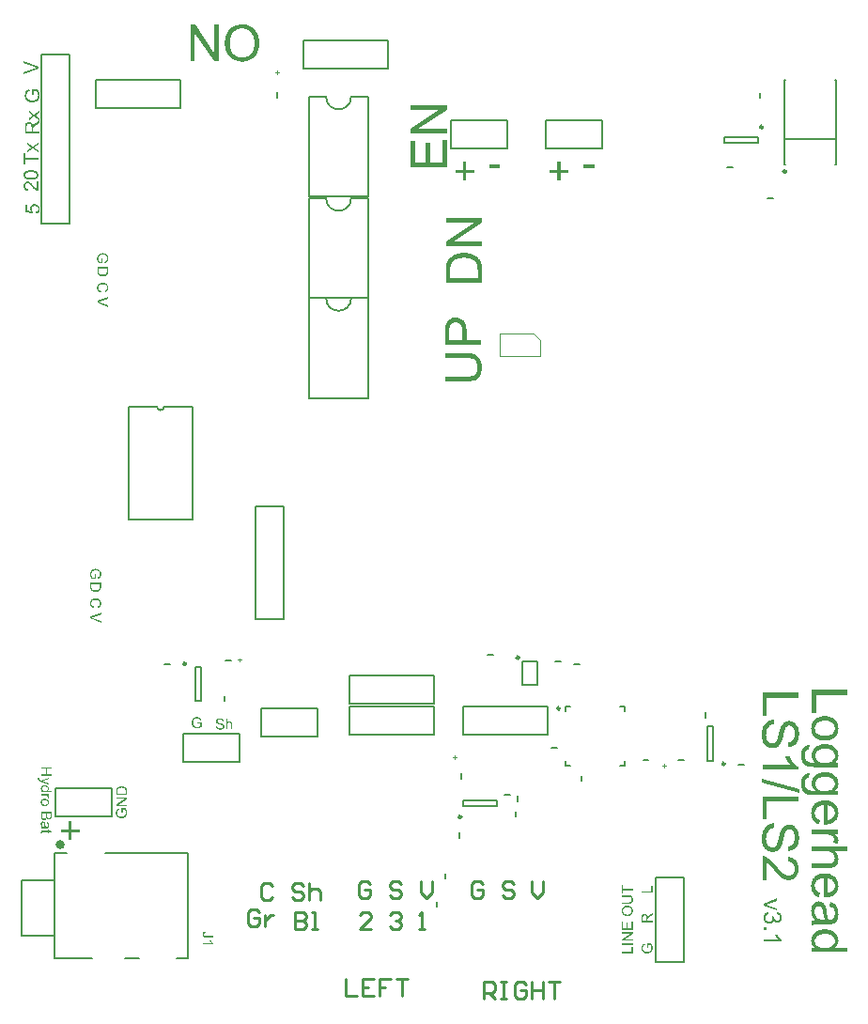
<source format=gto>
G04*
G04 #@! TF.GenerationSoftware,Altium Limited,Altium Designer,21.9.2 (33)*
G04*
G04 Layer_Color=65535*
%FSLAX25Y25*%
%MOIN*%
G70*
G04*
G04 #@! TF.SameCoordinates,2E303187-FE1F-4BD8-B44E-E95B7E70DBC6*
G04*
G04*
G04 #@! TF.FilePolarity,Positive*
G04*
G01*
G75*
%ADD10C,0.00984*%
%ADD11C,0.00787*%
%ADD12C,0.01575*%
%ADD13C,0.00394*%
%ADD14C,0.00500*%
%ADD15C,0.01000*%
G36*
X-10294Y283915D02*
X-10205D01*
X-10109Y283907D01*
X-10005Y283900D01*
X-9769Y283878D01*
X-9524Y283841D01*
X-9288Y283796D01*
X-9177Y283767D01*
X-9066Y283730D01*
X-9058D01*
X-9043Y283722D01*
X-9014Y283708D01*
X-8977Y283693D01*
X-8925Y283678D01*
X-8873Y283648D01*
X-8747Y283589D01*
X-8614Y283515D01*
X-8466Y283419D01*
X-8333Y283308D01*
X-8207Y283175D01*
Y283167D01*
X-8192Y283160D01*
X-8178Y283138D01*
X-8163Y283108D01*
X-8141Y283071D01*
X-8111Y283034D01*
X-8059Y282923D01*
X-8007Y282790D01*
X-7956Y282635D01*
X-7926Y282450D01*
X-7911Y282250D01*
Y282176D01*
X-7919Y282124D01*
X-7926Y282065D01*
X-7941Y281991D01*
X-7956Y281909D01*
X-7978Y281821D01*
X-8007Y281732D01*
X-8037Y281636D01*
X-8081Y281539D01*
X-8133Y281443D01*
X-8192Y281347D01*
X-8266Y281251D01*
X-8348Y281162D01*
X-8437Y281081D01*
X-8444Y281073D01*
X-8466Y281058D01*
X-8503Y281036D01*
X-8562Y280999D01*
X-8629Y280962D01*
X-8718Y280925D01*
X-8821Y280873D01*
X-8940Y280829D01*
X-9073Y280785D01*
X-9228Y280740D01*
X-9399Y280696D01*
X-9591Y280659D01*
X-9798Y280622D01*
X-10020Y280600D01*
X-10264Y280585D01*
X-10523Y280577D01*
X-10531D01*
X-10560D01*
X-10612D01*
X-10671D01*
X-10753Y280585D01*
X-10842D01*
X-10938Y280592D01*
X-11049Y280600D01*
X-11278Y280622D01*
X-11522Y280659D01*
X-11767Y280703D01*
X-11878Y280733D01*
X-11989Y280762D01*
X-11996D01*
X-12011Y280770D01*
X-12040Y280785D01*
X-12077Y280799D01*
X-12129Y280814D01*
X-12181Y280844D01*
X-12307Y280903D01*
X-12440Y280977D01*
X-12581Y281073D01*
X-12721Y281184D01*
X-12840Y281317D01*
Y281325D01*
X-12854Y281332D01*
X-12869Y281354D01*
X-12884Y281384D01*
X-12914Y281421D01*
X-12936Y281465D01*
X-12995Y281576D01*
X-13047Y281710D01*
X-13099Y281865D01*
X-13128Y282050D01*
X-13143Y282250D01*
Y282316D01*
X-13136Y282398D01*
X-13121Y282494D01*
X-13099Y282605D01*
X-13069Y282723D01*
X-13032Y282849D01*
X-12973Y282968D01*
Y282975D01*
X-12965Y282982D01*
X-12943Y283019D01*
X-12906Y283079D01*
X-12854Y283153D01*
X-12780Y283234D01*
X-12699Y283323D01*
X-12603Y283404D01*
X-12492Y283486D01*
X-12477Y283493D01*
X-12440Y283523D01*
X-12373Y283552D01*
X-12277Y283604D01*
X-12166Y283648D01*
X-12040Y283708D01*
X-11892Y283759D01*
X-11730Y283804D01*
X-11722D01*
X-11707Y283811D01*
X-11685Y283819D01*
X-11648Y283826D01*
X-11604Y283833D01*
X-11552Y283841D01*
X-11485Y283856D01*
X-11411Y283863D01*
X-11330Y283878D01*
X-11241Y283885D01*
X-11138Y283893D01*
X-11034Y283907D01*
X-10916Y283915D01*
X-10797D01*
X-10664Y283922D01*
X-10523D01*
X-10516D01*
X-10486D01*
X-10435D01*
X-10375D01*
X-10294Y283915D01*
D02*
G37*
G36*
X-8000Y276507D02*
X-8007D01*
X-8037D01*
X-8081D01*
X-8141Y276515D01*
X-8207Y276522D01*
X-8281Y276537D01*
X-8355Y276552D01*
X-8437Y276581D01*
X-8444D01*
X-8451Y276589D01*
X-8496Y276604D01*
X-8562Y276633D01*
X-8651Y276678D01*
X-8755Y276737D01*
X-8873Y276811D01*
X-8992Y276892D01*
X-9117Y276996D01*
X-9125D01*
X-9132Y277011D01*
X-9177Y277048D01*
X-9243Y277114D01*
X-9339Y277210D01*
X-9450Y277321D01*
X-9584Y277462D01*
X-9732Y277632D01*
X-9887Y277817D01*
X-9894Y277825D01*
X-9917Y277854D01*
X-9954Y277899D01*
X-9998Y277950D01*
X-10057Y278017D01*
X-10124Y278098D01*
X-10198Y278180D01*
X-10279Y278276D01*
X-10457Y278461D01*
X-10634Y278646D01*
X-10723Y278735D01*
X-10812Y278816D01*
X-10893Y278890D01*
X-10975Y278949D01*
X-10982D01*
X-10990Y278964D01*
X-11012Y278979D01*
X-11041Y278994D01*
X-11123Y279046D01*
X-11219Y279105D01*
X-11337Y279157D01*
X-11463Y279208D01*
X-11604Y279238D01*
X-11737Y279253D01*
X-11744D01*
X-11752D01*
X-11796Y279245D01*
X-11870Y279238D01*
X-11952Y279216D01*
X-12055Y279186D01*
X-12159Y279134D01*
X-12262Y279068D01*
X-12366Y278979D01*
X-12381Y278964D01*
X-12410Y278927D01*
X-12447Y278875D01*
X-12499Y278794D01*
X-12544Y278690D01*
X-12588Y278572D01*
X-12618Y278431D01*
X-12625Y278276D01*
Y278232D01*
X-12618Y278202D01*
X-12610Y278113D01*
X-12588Y278010D01*
X-12558Y277899D01*
X-12507Y277773D01*
X-12440Y277654D01*
X-12351Y277543D01*
X-12336Y277529D01*
X-12299Y277499D01*
X-12240Y277455D01*
X-12151Y277410D01*
X-12048Y277358D01*
X-11915Y277314D01*
X-11767Y277284D01*
X-11596Y277270D01*
X-11663Y276626D01*
X-11670D01*
X-11693Y276633D01*
X-11730D01*
X-11781Y276641D01*
X-11841Y276655D01*
X-11907Y276670D01*
X-11989Y276692D01*
X-12070Y276715D01*
X-12248Y276774D01*
X-12425Y276863D01*
X-12514Y276914D01*
X-12603Y276981D01*
X-12684Y277048D01*
X-12758Y277122D01*
X-12766Y277129D01*
X-12773Y277144D01*
X-12795Y277166D01*
X-12817Y277203D01*
X-12847Y277247D01*
X-12877Y277299D01*
X-12914Y277358D01*
X-12951Y277432D01*
X-12988Y277514D01*
X-13025Y277603D01*
X-13054Y277699D01*
X-13084Y277802D01*
X-13106Y277913D01*
X-13128Y278032D01*
X-13136Y278158D01*
X-13143Y278291D01*
Y278365D01*
X-13136Y278417D01*
X-13128Y278476D01*
X-13121Y278550D01*
X-13106Y278631D01*
X-13091Y278713D01*
X-13039Y278905D01*
X-12965Y279097D01*
X-12921Y279194D01*
X-12869Y279290D01*
X-12803Y279379D01*
X-12729Y279460D01*
X-12721Y279467D01*
X-12714Y279482D01*
X-12684Y279497D01*
X-12655Y279527D01*
X-12618Y279564D01*
X-12566Y279601D01*
X-12514Y279638D01*
X-12447Y279682D01*
X-12307Y279756D01*
X-12129Y279830D01*
X-12040Y279860D01*
X-11937Y279874D01*
X-11833Y279889D01*
X-11722Y279897D01*
X-11707D01*
X-11670D01*
X-11611Y279889D01*
X-11530Y279882D01*
X-11441Y279867D01*
X-11337Y279837D01*
X-11226Y279808D01*
X-11115Y279763D01*
X-11101Y279756D01*
X-11064Y279741D01*
X-11004Y279712D01*
X-10923Y279667D01*
X-10834Y279608D01*
X-10723Y279534D01*
X-10612Y279445D01*
X-10486Y279342D01*
X-10472Y279327D01*
X-10427Y279290D01*
X-10390Y279253D01*
X-10353Y279216D01*
X-10309Y279171D01*
X-10250Y279112D01*
X-10190Y279053D01*
X-10124Y278979D01*
X-10050Y278905D01*
X-9968Y278816D01*
X-9887Y278720D01*
X-9791Y278616D01*
X-9695Y278498D01*
X-9591Y278380D01*
X-9584Y278372D01*
X-9569Y278357D01*
X-9547Y278328D01*
X-9517Y278291D01*
X-9473Y278246D01*
X-9428Y278195D01*
X-9332Y278076D01*
X-9221Y277950D01*
X-9110Y277832D01*
X-9014Y277728D01*
X-8977Y277684D01*
X-8940Y277647D01*
X-8932Y277640D01*
X-8910Y277617D01*
X-8881Y277588D01*
X-8836Y277551D01*
X-8784Y277514D01*
X-8733Y277469D01*
X-8607Y277381D01*
Y279904D01*
X-8000D01*
Y276507D01*
D02*
G37*
G36*
X12492Y142494D02*
X12542D01*
X12603Y142489D01*
X12664Y142478D01*
X12737Y142472D01*
X12814Y142456D01*
X12898Y142445D01*
X13075Y142400D01*
X13258Y142345D01*
X13442Y142267D01*
X13447Y142261D01*
X13464Y142256D01*
X13486Y142245D01*
X13519Y142222D01*
X13564Y142200D01*
X13608Y142173D01*
X13713Y142095D01*
X13836Y142000D01*
X13952Y141884D01*
X14069Y141751D01*
X14119Y141673D01*
X14168Y141595D01*
X14174Y141590D01*
X14180Y141573D01*
X14191Y141551D01*
X14207Y141518D01*
X14224Y141473D01*
X14246Y141423D01*
X14268Y141368D01*
X14291Y141301D01*
X14313Y141229D01*
X14330Y141151D01*
X14352Y141068D01*
X14368Y140979D01*
X14396Y140785D01*
X14407Y140685D01*
Y140507D01*
X14402Y140474D01*
Y140430D01*
X14390Y140324D01*
X14374Y140208D01*
X14346Y140086D01*
X14313Y139953D01*
X14268Y139825D01*
Y139819D01*
X14263Y139808D01*
X14257Y139792D01*
X14246Y139769D01*
X14213Y139708D01*
X14174Y139631D01*
X14119Y139547D01*
X14052Y139459D01*
X13980Y139375D01*
X13891Y139298D01*
X13880Y139287D01*
X13847Y139264D01*
X13797Y139231D01*
X13724Y139187D01*
X13636Y139142D01*
X13525Y139092D01*
X13403Y139042D01*
X13264Y139004D01*
X13142Y139464D01*
X13147D01*
X13153Y139470D01*
X13170Y139475D01*
X13192Y139481D01*
X13242Y139497D01*
X13308Y139520D01*
X13386Y139553D01*
X13458Y139592D01*
X13536Y139631D01*
X13602Y139681D01*
X13608Y139686D01*
X13630Y139703D01*
X13658Y139736D01*
X13697Y139775D01*
X13741Y139825D01*
X13786Y139892D01*
X13830Y139964D01*
X13869Y140047D01*
X13874Y140058D01*
X13885Y140086D01*
X13902Y140136D01*
X13924Y140202D01*
X13941Y140280D01*
X13958Y140369D01*
X13969Y140469D01*
X13974Y140574D01*
Y140635D01*
X13969Y140663D01*
Y140696D01*
X13963Y140779D01*
X13947Y140874D01*
X13930Y140979D01*
X13902Y141079D01*
X13863Y141179D01*
X13858Y141190D01*
X13847Y141224D01*
X13819Y141268D01*
X13791Y141323D01*
X13747Y141390D01*
X13702Y141462D01*
X13647Y141529D01*
X13586Y141590D01*
X13580Y141595D01*
X13558Y141618D01*
X13519Y141645D01*
X13475Y141679D01*
X13419Y141718D01*
X13353Y141756D01*
X13281Y141795D01*
X13203Y141834D01*
X13197D01*
X13186Y141840D01*
X13170Y141845D01*
X13142Y141856D01*
X13108Y141867D01*
X13070Y141878D01*
X13025Y141895D01*
X12975Y141906D01*
X12859Y141934D01*
X12725Y141956D01*
X12587Y141973D01*
X12431Y141978D01*
X12426D01*
X12409D01*
X12381D01*
X12348Y141973D01*
X12304D01*
X12248Y141967D01*
X12193Y141962D01*
X12132Y141956D01*
X11993Y141934D01*
X11849Y141906D01*
X11704Y141862D01*
X11566Y141806D01*
X11560D01*
X11549Y141795D01*
X11532Y141790D01*
X11510Y141773D01*
X11449Y141734D01*
X11371Y141673D01*
X11288Y141601D01*
X11205Y141512D01*
X11127Y141407D01*
X11055Y141290D01*
Y141285D01*
X11050Y141273D01*
X11038Y141257D01*
X11027Y141229D01*
X11016Y141201D01*
X11005Y141162D01*
X10972Y141074D01*
X10944Y140963D01*
X10916Y140841D01*
X10894Y140707D01*
X10888Y140569D01*
Y140513D01*
X10894Y140480D01*
Y140446D01*
X10905Y140363D01*
X10916Y140263D01*
X10938Y140158D01*
X10972Y140041D01*
X11011Y139925D01*
Y139919D01*
X11016Y139908D01*
X11022Y139897D01*
X11033Y139875D01*
X11061Y139814D01*
X11094Y139747D01*
X11133Y139670D01*
X11177Y139586D01*
X11227Y139508D01*
X11283Y139442D01*
X12004D01*
Y140574D01*
X12459D01*
Y138943D01*
X11033D01*
X11027Y138948D01*
X11022Y138959D01*
X11005Y138981D01*
X10983Y139009D01*
X10961Y139042D01*
X10933Y139081D01*
X10900Y139131D01*
X10866Y139181D01*
X10794Y139298D01*
X10717Y139431D01*
X10644Y139570D01*
X10583Y139719D01*
Y139725D01*
X10578Y139736D01*
X10572Y139758D01*
X10561Y139786D01*
X10550Y139825D01*
X10533Y139869D01*
X10522Y139919D01*
X10511Y139969D01*
X10483Y140091D01*
X10456Y140230D01*
X10439Y140380D01*
X10433Y140535D01*
Y140591D01*
X10439Y140630D01*
Y140680D01*
X10445Y140741D01*
X10456Y140807D01*
X10461Y140879D01*
X10494Y141040D01*
X10533Y141212D01*
X10594Y141390D01*
X10628Y141479D01*
X10672Y141568D01*
X10678Y141573D01*
X10683Y141590D01*
X10700Y141612D01*
X10717Y141645D01*
X10744Y141684D01*
X10772Y141723D01*
X10850Y141828D01*
X10950Y141939D01*
X11072Y142056D01*
X11210Y142167D01*
X11371Y142267D01*
X11377D01*
X11394Y142278D01*
X11416Y142289D01*
X11455Y142306D01*
X11493Y142322D01*
X11549Y142339D01*
X11604Y142361D01*
X11671Y142383D01*
X11743Y142406D01*
X11826Y142428D01*
X11910Y142445D01*
X11998Y142461D01*
X12193Y142489D01*
X12398Y142500D01*
X12404D01*
X12426D01*
X12454D01*
X12492Y142494D01*
D02*
G37*
G36*
X14341Y136024D02*
X14335Y135924D01*
X14330Y135813D01*
X14318Y135702D01*
X14302Y135591D01*
X14285Y135496D01*
Y135491D01*
X14280Y135480D01*
Y135463D01*
X14268Y135441D01*
X14252Y135380D01*
X14224Y135302D01*
X14185Y135213D01*
X14135Y135119D01*
X14080Y135025D01*
X14008Y134936D01*
X14002Y134930D01*
X13996Y134925D01*
X13980Y134908D01*
X13963Y134886D01*
X13908Y134830D01*
X13830Y134764D01*
X13736Y134692D01*
X13625Y134614D01*
X13497Y134542D01*
X13353Y134481D01*
X13347D01*
X13336Y134475D01*
X13314Y134464D01*
X13281Y134459D01*
X13242Y134442D01*
X13197Y134431D01*
X13147Y134420D01*
X13086Y134403D01*
X13025Y134386D01*
X12953Y134375D01*
X12798Y134348D01*
X12626Y134331D01*
X12437Y134325D01*
X12431D01*
X12420D01*
X12393D01*
X12365D01*
X12326Y134331D01*
X12282D01*
X12176Y134336D01*
X12054Y134353D01*
X11926Y134370D01*
X11793Y134398D01*
X11660Y134431D01*
X11654D01*
X11643Y134436D01*
X11627Y134442D01*
X11604Y134448D01*
X11543Y134470D01*
X11466Y134503D01*
X11377Y134536D01*
X11288Y134581D01*
X11194Y134636D01*
X11105Y134692D01*
X11094Y134697D01*
X11066Y134720D01*
X11027Y134753D01*
X10977Y134797D01*
X10922Y134847D01*
X10866Y134908D01*
X10805Y134969D01*
X10755Y135041D01*
X10750Y135052D01*
X10733Y135075D01*
X10711Y135114D01*
X10683Y135169D01*
X10650Y135236D01*
X10622Y135313D01*
X10589Y135402D01*
X10561Y135502D01*
Y135513D01*
X10555Y135530D01*
X10550Y135546D01*
X10544Y135602D01*
X10533Y135680D01*
X10522Y135768D01*
X10511Y135874D01*
X10505Y135990D01*
X10500Y136118D01*
Y137500D01*
X14341D01*
Y136024D01*
D02*
G37*
G36*
X12548Y131994D02*
X12603D01*
X12659Y131989D01*
X12731Y131983D01*
X12803Y131972D01*
X12964Y131945D01*
X13142Y131906D01*
X13319Y131850D01*
X13491Y131772D01*
X13497Y131767D01*
X13514Y131761D01*
X13536Y131750D01*
X13564Y131728D01*
X13602Y131706D01*
X13647Y131678D01*
X13747Y131606D01*
X13858Y131512D01*
X13969Y131401D01*
X14080Y131273D01*
X14174Y131123D01*
X14180Y131118D01*
X14185Y131101D01*
X14196Y131079D01*
X14213Y131051D01*
X14230Y131007D01*
X14246Y130962D01*
X14268Y130907D01*
X14291Y130846D01*
X14313Y130779D01*
X14335Y130707D01*
X14368Y130551D01*
X14396Y130374D01*
X14407Y130191D01*
Y130135D01*
X14402Y130096D01*
X14396Y130046D01*
X14390Y129985D01*
X14385Y129924D01*
X14368Y129852D01*
X14335Y129702D01*
X14285Y129536D01*
X14252Y129453D01*
X14213Y129375D01*
X14163Y129297D01*
X14113Y129219D01*
X14108Y129214D01*
X14102Y129203D01*
X14085Y129181D01*
X14058Y129153D01*
X14030Y129125D01*
X13991Y129086D01*
X13947Y129047D01*
X13902Y129003D01*
X13847Y128959D01*
X13780Y128914D01*
X13713Y128864D01*
X13641Y128820D01*
X13558Y128781D01*
X13475Y128737D01*
X13386Y128703D01*
X13286Y128670D01*
X13170Y129169D01*
X13175D01*
X13186Y129175D01*
X13208Y129186D01*
X13236Y129197D01*
X13270Y129208D01*
X13314Y129225D01*
X13403Y129269D01*
X13502Y129325D01*
X13602Y129392D01*
X13697Y129475D01*
X13780Y129564D01*
X13791Y129575D01*
X13813Y129608D01*
X13841Y129663D01*
X13880Y129736D01*
X13913Y129830D01*
X13947Y129935D01*
X13969Y130063D01*
X13974Y130202D01*
Y130246D01*
X13969Y130274D01*
Y130313D01*
X13963Y130357D01*
X13947Y130463D01*
X13924Y130579D01*
X13885Y130701D01*
X13830Y130829D01*
X13758Y130946D01*
Y130951D01*
X13747Y130957D01*
X13719Y130996D01*
X13675Y131045D01*
X13608Y131106D01*
X13525Y131179D01*
X13430Y131245D01*
X13314Y131306D01*
X13186Y131362D01*
X13181D01*
X13170Y131367D01*
X13153Y131373D01*
X13125Y131378D01*
X13092Y131389D01*
X13053Y131401D01*
X12959Y131417D01*
X12848Y131439D01*
X12725Y131462D01*
X12592Y131473D01*
X12448Y131478D01*
X12443D01*
X12426D01*
X12398D01*
X12365D01*
X12326Y131473D01*
X12276D01*
X12220Y131467D01*
X12159Y131462D01*
X12026Y131445D01*
X11882Y131417D01*
X11738Y131384D01*
X11593Y131340D01*
X11588D01*
X11577Y131334D01*
X11560Y131323D01*
X11532Y131312D01*
X11466Y131279D01*
X11388Y131228D01*
X11299Y131167D01*
X11205Y131090D01*
X11122Y131001D01*
X11044Y130896D01*
Y130890D01*
X11038Y130879D01*
X11027Y130862D01*
X11016Y130840D01*
X11005Y130812D01*
X10988Y130779D01*
X10955Y130701D01*
X10922Y130601D01*
X10894Y130490D01*
X10872Y130368D01*
X10866Y130241D01*
Y130202D01*
X10872Y130168D01*
Y130130D01*
X10877Y130091D01*
X10900Y129991D01*
X10927Y129874D01*
X10972Y129758D01*
X11033Y129636D01*
X11066Y129575D01*
X11111Y129519D01*
X11116Y129514D01*
X11122Y129508D01*
X11138Y129491D01*
X11155Y129469D01*
X11183Y129447D01*
X11216Y129419D01*
X11249Y129386D01*
X11294Y129358D01*
X11344Y129325D01*
X11399Y129286D01*
X11455Y129253D01*
X11521Y129219D01*
X11593Y129192D01*
X11671Y129164D01*
X11754Y129136D01*
X11843Y129114D01*
X11715Y128603D01*
X11710D01*
X11688Y128609D01*
X11654Y128620D01*
X11610Y128637D01*
X11560Y128653D01*
X11499Y128675D01*
X11432Y128703D01*
X11360Y128737D01*
X11205Y128814D01*
X11050Y128914D01*
X10972Y128975D01*
X10894Y129036D01*
X10827Y129103D01*
X10761Y129181D01*
X10755Y129186D01*
X10744Y129197D01*
X10733Y129225D01*
X10711Y129253D01*
X10683Y129297D01*
X10655Y129342D01*
X10628Y129403D01*
X10600Y129464D01*
X10567Y129536D01*
X10539Y129613D01*
X10511Y129697D01*
X10483Y129786D01*
X10461Y129880D01*
X10450Y129980D01*
X10439Y130085D01*
X10433Y130196D01*
Y130257D01*
X10439Y130302D01*
Y130352D01*
X10445Y130413D01*
X10456Y130479D01*
X10467Y130557D01*
X10494Y130718D01*
X10539Y130884D01*
X10600Y131051D01*
X10639Y131129D01*
X10683Y131206D01*
X10689Y131212D01*
X10694Y131223D01*
X10711Y131245D01*
X10733Y131267D01*
X10755Y131301D01*
X10789Y131340D01*
X10827Y131384D01*
X10872Y131428D01*
X10922Y131473D01*
X10972Y131523D01*
X11099Y131623D01*
X11249Y131717D01*
X11416Y131800D01*
X11421D01*
X11438Y131811D01*
X11466Y131817D01*
X11499Y131834D01*
X11543Y131845D01*
X11599Y131861D01*
X11660Y131883D01*
X11727Y131900D01*
X11799Y131917D01*
X11882Y131939D01*
X12054Y131967D01*
X12248Y131989D01*
X12448Y132000D01*
X12454D01*
X12476D01*
X12509D01*
X12548Y131994D01*
D02*
G37*
G36*
X14341Y126451D02*
X11549Y125452D01*
X11543D01*
X11532Y125446D01*
X11516Y125441D01*
X11493Y125429D01*
X11460Y125424D01*
X11427Y125413D01*
X11344Y125385D01*
X11249Y125352D01*
X11144Y125318D01*
X10922Y125252D01*
X10927D01*
X10938Y125246D01*
X10955Y125241D01*
X10977Y125235D01*
X11038Y125218D01*
X11122Y125191D01*
X11216Y125163D01*
X11321Y125130D01*
X11432Y125091D01*
X11549Y125046D01*
X14341Y124003D01*
Y123487D01*
X10500Y124985D01*
Y125518D01*
X14341Y127006D01*
Y126451D01*
D02*
G37*
G36*
X14992Y254495D02*
X15042D01*
X15103Y254489D01*
X15165Y254478D01*
X15237Y254472D01*
X15314Y254456D01*
X15398Y254445D01*
X15575Y254400D01*
X15758Y254345D01*
X15942Y254267D01*
X15947Y254261D01*
X15964Y254256D01*
X15986Y254245D01*
X16019Y254222D01*
X16064Y254200D01*
X16108Y254173D01*
X16214Y254095D01*
X16336Y254000D01*
X16452Y253884D01*
X16569Y253751D01*
X16619Y253673D01*
X16669Y253595D01*
X16674Y253590D01*
X16680Y253573D01*
X16691Y253551D01*
X16707Y253518D01*
X16724Y253473D01*
X16746Y253423D01*
X16769Y253368D01*
X16791Y253301D01*
X16813Y253229D01*
X16829Y253151D01*
X16852Y253068D01*
X16868Y252979D01*
X16896Y252785D01*
X16907Y252685D01*
Y252507D01*
X16902Y252474D01*
Y252430D01*
X16891Y252324D01*
X16874Y252208D01*
X16846Y252086D01*
X16813Y251953D01*
X16769Y251825D01*
Y251819D01*
X16763Y251808D01*
X16757Y251792D01*
X16746Y251769D01*
X16713Y251708D01*
X16674Y251631D01*
X16619Y251547D01*
X16552Y251459D01*
X16480Y251375D01*
X16391Y251298D01*
X16380Y251287D01*
X16347Y251264D01*
X16297Y251231D01*
X16225Y251187D01*
X16136Y251142D01*
X16025Y251092D01*
X15903Y251042D01*
X15764Y251004D01*
X15642Y251464D01*
X15647D01*
X15653Y251470D01*
X15670Y251475D01*
X15692Y251481D01*
X15742Y251497D01*
X15808Y251520D01*
X15886Y251553D01*
X15958Y251592D01*
X16036Y251631D01*
X16102Y251681D01*
X16108Y251686D01*
X16130Y251703D01*
X16158Y251736D01*
X16197Y251775D01*
X16241Y251825D01*
X16286Y251891D01*
X16330Y251964D01*
X16369Y252047D01*
X16374Y252058D01*
X16386Y252086D01*
X16402Y252136D01*
X16424Y252202D01*
X16441Y252280D01*
X16458Y252369D01*
X16469Y252469D01*
X16474Y252574D01*
Y252635D01*
X16469Y252663D01*
Y252696D01*
X16463Y252780D01*
X16446Y252874D01*
X16430Y252979D01*
X16402Y253079D01*
X16363Y253179D01*
X16358Y253190D01*
X16347Y253223D01*
X16319Y253268D01*
X16291Y253323D01*
X16247Y253390D01*
X16202Y253462D01*
X16147Y253529D01*
X16086Y253590D01*
X16080Y253595D01*
X16058Y253618D01*
X16019Y253645D01*
X15975Y253679D01*
X15919Y253717D01*
X15853Y253756D01*
X15780Y253795D01*
X15703Y253834D01*
X15697D01*
X15686Y253840D01*
X15670Y253845D01*
X15642Y253856D01*
X15608Y253867D01*
X15570Y253878D01*
X15525Y253895D01*
X15475Y253906D01*
X15359Y253934D01*
X15226Y253956D01*
X15087Y253973D01*
X14931Y253978D01*
X14926D01*
X14909D01*
X14882D01*
X14848Y253973D01*
X14804D01*
X14748Y253967D01*
X14693Y253962D01*
X14632Y253956D01*
X14493Y253934D01*
X14349Y253906D01*
X14204Y253862D01*
X14066Y253806D01*
X14060D01*
X14049Y253795D01*
X14032Y253790D01*
X14010Y253773D01*
X13949Y253734D01*
X13871Y253673D01*
X13788Y253601D01*
X13705Y253512D01*
X13627Y253407D01*
X13555Y253290D01*
Y253285D01*
X13549Y253274D01*
X13538Y253257D01*
X13527Y253229D01*
X13516Y253201D01*
X13505Y253162D01*
X13472Y253074D01*
X13444Y252963D01*
X13416Y252840D01*
X13394Y252707D01*
X13388Y252569D01*
Y252513D01*
X13394Y252480D01*
Y252447D01*
X13405Y252363D01*
X13416Y252263D01*
X13439Y252158D01*
X13472Y252041D01*
X13511Y251925D01*
Y251919D01*
X13516Y251908D01*
X13522Y251897D01*
X13533Y251875D01*
X13561Y251814D01*
X13594Y251747D01*
X13633Y251670D01*
X13677Y251586D01*
X13727Y251509D01*
X13783Y251442D01*
X14504D01*
Y252574D01*
X14959D01*
Y250942D01*
X13533D01*
X13527Y250948D01*
X13522Y250959D01*
X13505Y250981D01*
X13483Y251009D01*
X13461Y251042D01*
X13433Y251081D01*
X13400Y251131D01*
X13366Y251181D01*
X13294Y251298D01*
X13216Y251431D01*
X13144Y251570D01*
X13083Y251719D01*
Y251725D01*
X13078Y251736D01*
X13072Y251758D01*
X13061Y251786D01*
X13050Y251825D01*
X13033Y251869D01*
X13022Y251919D01*
X13011Y251969D01*
X12983Y252091D01*
X12956Y252230D01*
X12939Y252380D01*
X12933Y252535D01*
Y252591D01*
X12939Y252630D01*
Y252680D01*
X12945Y252741D01*
X12956Y252807D01*
X12961Y252879D01*
X12994Y253040D01*
X13033Y253212D01*
X13094Y253390D01*
X13128Y253479D01*
X13172Y253568D01*
X13178Y253573D01*
X13183Y253590D01*
X13200Y253612D01*
X13216Y253645D01*
X13244Y253684D01*
X13272Y253723D01*
X13350Y253829D01*
X13450Y253939D01*
X13572Y254056D01*
X13710Y254167D01*
X13871Y254267D01*
X13877D01*
X13893Y254278D01*
X13916Y254289D01*
X13955Y254306D01*
X13994Y254322D01*
X14049Y254339D01*
X14104Y254361D01*
X14171Y254383D01*
X14243Y254406D01*
X14326Y254428D01*
X14410Y254445D01*
X14499Y254461D01*
X14693Y254489D01*
X14898Y254500D01*
X14904D01*
X14926D01*
X14954D01*
X14992Y254495D01*
D02*
G37*
G36*
X16841Y248024D02*
X16835Y247924D01*
X16829Y247813D01*
X16818Y247702D01*
X16802Y247591D01*
X16785Y247497D01*
Y247491D01*
X16780Y247480D01*
Y247463D01*
X16769Y247441D01*
X16752Y247380D01*
X16724Y247302D01*
X16685Y247213D01*
X16635Y247119D01*
X16580Y247025D01*
X16508Y246936D01*
X16502Y246930D01*
X16497Y246925D01*
X16480Y246908D01*
X16463Y246886D01*
X16408Y246831D01*
X16330Y246764D01*
X16236Y246692D01*
X16125Y246614D01*
X15997Y246542D01*
X15853Y246481D01*
X15847D01*
X15836Y246475D01*
X15814Y246464D01*
X15780Y246459D01*
X15742Y246442D01*
X15697Y246431D01*
X15647Y246420D01*
X15586Y246403D01*
X15525Y246387D01*
X15453Y246375D01*
X15298Y246348D01*
X15126Y246331D01*
X14937Y246325D01*
X14931D01*
X14920D01*
X14893D01*
X14865D01*
X14826Y246331D01*
X14782D01*
X14676Y246337D01*
X14554Y246353D01*
X14426Y246370D01*
X14293Y246398D01*
X14160Y246431D01*
X14154D01*
X14143Y246436D01*
X14127Y246442D01*
X14104Y246447D01*
X14043Y246470D01*
X13966Y246503D01*
X13877Y246536D01*
X13788Y246581D01*
X13694Y246636D01*
X13605Y246692D01*
X13594Y246697D01*
X13566Y246720D01*
X13527Y246753D01*
X13477Y246797D01*
X13422Y246847D01*
X13366Y246908D01*
X13305Y246969D01*
X13255Y247041D01*
X13250Y247052D01*
X13233Y247075D01*
X13211Y247113D01*
X13183Y247169D01*
X13150Y247236D01*
X13122Y247313D01*
X13089Y247402D01*
X13061Y247502D01*
Y247513D01*
X13056Y247530D01*
X13050Y247546D01*
X13044Y247602D01*
X13033Y247680D01*
X13022Y247768D01*
X13011Y247874D01*
X13005Y247990D01*
X13000Y248118D01*
Y249500D01*
X16841D01*
Y248024D01*
D02*
G37*
G36*
X15048Y243994D02*
X15103D01*
X15159Y243989D01*
X15231Y243983D01*
X15303Y243972D01*
X15464Y243945D01*
X15642Y243906D01*
X15819Y243850D01*
X15992Y243772D01*
X15997Y243767D01*
X16014Y243761D01*
X16036Y243750D01*
X16064Y243728D01*
X16102Y243706D01*
X16147Y243678D01*
X16247Y243606D01*
X16358Y243512D01*
X16469Y243401D01*
X16580Y243273D01*
X16674Y243123D01*
X16680Y243117D01*
X16685Y243101D01*
X16696Y243079D01*
X16713Y243051D01*
X16730Y243007D01*
X16746Y242962D01*
X16769Y242907D01*
X16791Y242846D01*
X16813Y242779D01*
X16835Y242707D01*
X16868Y242551D01*
X16896Y242374D01*
X16907Y242191D01*
Y242135D01*
X16902Y242096D01*
X16896Y242046D01*
X16891Y241985D01*
X16885Y241924D01*
X16868Y241852D01*
X16835Y241702D01*
X16785Y241536D01*
X16752Y241453D01*
X16713Y241375D01*
X16663Y241297D01*
X16613Y241219D01*
X16608Y241214D01*
X16602Y241203D01*
X16585Y241181D01*
X16558Y241153D01*
X16530Y241125D01*
X16491Y241086D01*
X16446Y241047D01*
X16402Y241003D01*
X16347Y240959D01*
X16280Y240914D01*
X16214Y240864D01*
X16141Y240820D01*
X16058Y240781D01*
X15975Y240737D01*
X15886Y240703D01*
X15786Y240670D01*
X15670Y241170D01*
X15675D01*
X15686Y241175D01*
X15708Y241186D01*
X15736Y241197D01*
X15769Y241208D01*
X15814Y241225D01*
X15903Y241269D01*
X16003Y241325D01*
X16102Y241391D01*
X16197Y241475D01*
X16280Y241564D01*
X16291Y241575D01*
X16313Y241608D01*
X16341Y241664D01*
X16380Y241736D01*
X16413Y241830D01*
X16446Y241935D01*
X16469Y242063D01*
X16474Y242202D01*
Y242246D01*
X16469Y242274D01*
Y242313D01*
X16463Y242357D01*
X16446Y242463D01*
X16424Y242579D01*
X16386Y242701D01*
X16330Y242829D01*
X16258Y242946D01*
Y242951D01*
X16247Y242957D01*
X16219Y242995D01*
X16175Y243045D01*
X16108Y243106D01*
X16025Y243179D01*
X15930Y243245D01*
X15814Y243306D01*
X15686Y243362D01*
X15681D01*
X15670Y243367D01*
X15653Y243373D01*
X15625Y243378D01*
X15592Y243390D01*
X15553Y243401D01*
X15459Y243417D01*
X15348Y243439D01*
X15226Y243462D01*
X15092Y243473D01*
X14948Y243478D01*
X14942D01*
X14926D01*
X14898D01*
X14865D01*
X14826Y243473D01*
X14776D01*
X14720Y243467D01*
X14660Y243462D01*
X14526Y243445D01*
X14382Y243417D01*
X14238Y243384D01*
X14093Y243340D01*
X14088D01*
X14077Y243334D01*
X14060Y243323D01*
X14032Y243312D01*
X13966Y243279D01*
X13888Y243229D01*
X13799Y243167D01*
X13705Y243090D01*
X13622Y243001D01*
X13544Y242896D01*
Y242890D01*
X13538Y242879D01*
X13527Y242862D01*
X13516Y242840D01*
X13505Y242812D01*
X13488Y242779D01*
X13455Y242701D01*
X13422Y242601D01*
X13394Y242490D01*
X13372Y242368D01*
X13366Y242241D01*
Y242202D01*
X13372Y242168D01*
Y242130D01*
X13377Y242091D01*
X13400Y241991D01*
X13427Y241874D01*
X13472Y241758D01*
X13533Y241636D01*
X13566Y241575D01*
X13611Y241519D01*
X13616Y241514D01*
X13622Y241508D01*
X13638Y241491D01*
X13655Y241469D01*
X13683Y241447D01*
X13716Y241419D01*
X13749Y241386D01*
X13794Y241358D01*
X13844Y241325D01*
X13899Y241286D01*
X13955Y241253D01*
X14021Y241219D01*
X14093Y241192D01*
X14171Y241164D01*
X14254Y241136D01*
X14343Y241114D01*
X14216Y240603D01*
X14210D01*
X14188Y240609D01*
X14154Y240620D01*
X14110Y240637D01*
X14060Y240653D01*
X13999Y240676D01*
X13932Y240703D01*
X13860Y240737D01*
X13705Y240814D01*
X13549Y240914D01*
X13472Y240975D01*
X13394Y241036D01*
X13327Y241103D01*
X13261Y241181D01*
X13255Y241186D01*
X13244Y241197D01*
X13233Y241225D01*
X13211Y241253D01*
X13183Y241297D01*
X13155Y241342D01*
X13128Y241403D01*
X13100Y241464D01*
X13067Y241536D01*
X13039Y241614D01*
X13011Y241697D01*
X12983Y241786D01*
X12961Y241880D01*
X12950Y241980D01*
X12939Y242085D01*
X12933Y242196D01*
Y242257D01*
X12939Y242302D01*
Y242352D01*
X12945Y242413D01*
X12956Y242479D01*
X12967Y242557D01*
X12994Y242718D01*
X13039Y242884D01*
X13100Y243051D01*
X13139Y243129D01*
X13183Y243206D01*
X13189Y243212D01*
X13194Y243223D01*
X13211Y243245D01*
X13233Y243267D01*
X13255Y243301D01*
X13289Y243340D01*
X13327Y243384D01*
X13372Y243428D01*
X13422Y243473D01*
X13472Y243523D01*
X13599Y243623D01*
X13749Y243717D01*
X13916Y243800D01*
X13921D01*
X13938Y243811D01*
X13966Y243817D01*
X13999Y243833D01*
X14043Y243845D01*
X14099Y243861D01*
X14160Y243883D01*
X14227Y243900D01*
X14299Y243917D01*
X14382Y243939D01*
X14554Y243967D01*
X14748Y243989D01*
X14948Y244000D01*
X14954D01*
X14976D01*
X15009D01*
X15048Y243994D01*
D02*
G37*
G36*
X16841Y238451D02*
X14049Y237452D01*
X14043D01*
X14032Y237446D01*
X14016Y237440D01*
X13994Y237429D01*
X13960Y237424D01*
X13927Y237413D01*
X13844Y237385D01*
X13749Y237352D01*
X13644Y237318D01*
X13422Y237252D01*
X13427D01*
X13439Y237246D01*
X13455Y237241D01*
X13477Y237235D01*
X13538Y237218D01*
X13622Y237191D01*
X13716Y237163D01*
X13821Y237130D01*
X13932Y237091D01*
X14049Y237046D01*
X16841Y236003D01*
Y235487D01*
X13000Y236985D01*
Y237518D01*
X16841Y239005D01*
Y238451D01*
D02*
G37*
G36*
X-9113Y271889D02*
X-9054Y271882D01*
X-8987Y271874D01*
X-8906Y271860D01*
X-8825Y271845D01*
X-8632Y271800D01*
X-8432Y271726D01*
X-8329Y271682D01*
X-8233Y271623D01*
X-8129Y271564D01*
X-8033Y271490D01*
X-8025Y271482D01*
X-8003Y271467D01*
X-7974Y271438D01*
X-7937Y271401D01*
X-7892Y271349D01*
X-7833Y271290D01*
X-7781Y271216D01*
X-7722Y271134D01*
X-7663Y271046D01*
X-7611Y270942D01*
X-7559Y270831D01*
X-7507Y270713D01*
X-7470Y270587D01*
X-7441Y270446D01*
X-7419Y270298D01*
X-7411Y270143D01*
Y270076D01*
X-7419Y270024D01*
X-7426Y269965D01*
X-7433Y269899D01*
X-7441Y269817D01*
X-7463Y269736D01*
X-7507Y269551D01*
X-7574Y269366D01*
X-7618Y269270D01*
X-7670Y269173D01*
X-7729Y269085D01*
X-7796Y268996D01*
X-7803Y268988D01*
X-7811Y268974D01*
X-7840Y268959D01*
X-7870Y268929D01*
X-7907Y268892D01*
X-7951Y268855D01*
X-8011Y268811D01*
X-8077Y268774D01*
X-8144Y268729D01*
X-8225Y268685D01*
X-8403Y268604D01*
X-8610Y268537D01*
X-8721Y268515D01*
X-8839Y268500D01*
X-8891Y269159D01*
X-8884D01*
X-8869D01*
X-8847Y269166D01*
X-8810Y269173D01*
X-8728Y269196D01*
X-8617Y269225D01*
X-8506Y269270D01*
X-8381Y269329D01*
X-8270Y269403D01*
X-8166Y269492D01*
X-8159Y269506D01*
X-8129Y269536D01*
X-8092Y269595D01*
X-8048Y269677D01*
X-8003Y269765D01*
X-7966Y269876D01*
X-7937Y270002D01*
X-7929Y270143D01*
Y270187D01*
X-7937Y270217D01*
X-7944Y270306D01*
X-7974Y270409D01*
X-8011Y270535D01*
X-8070Y270661D01*
X-8159Y270794D01*
X-8210Y270853D01*
X-8270Y270912D01*
X-8277Y270920D01*
X-8284Y270927D01*
X-8307Y270942D01*
X-8329Y270964D01*
X-8410Y271016D01*
X-8514Y271075D01*
X-8640Y271127D01*
X-8795Y271179D01*
X-8980Y271216D01*
X-9076Y271231D01*
X-9180D01*
X-9187D01*
X-9202D01*
X-9232D01*
X-9269Y271223D01*
X-9313D01*
X-9365Y271216D01*
X-9483Y271194D01*
X-9624Y271157D01*
X-9764Y271105D01*
X-9898Y271031D01*
X-10023Y270927D01*
X-10031D01*
X-10038Y270912D01*
X-10075Y270875D01*
X-10127Y270809D01*
X-10186Y270720D01*
X-10238Y270602D01*
X-10290Y270468D01*
X-10327Y270313D01*
X-10342Y270224D01*
Y270084D01*
X-10334Y270024D01*
X-10327Y269950D01*
X-10305Y269862D01*
X-10282Y269773D01*
X-10245Y269677D01*
X-10201Y269580D01*
X-10194Y269573D01*
X-10179Y269543D01*
X-10142Y269499D01*
X-10105Y269440D01*
X-10053Y269381D01*
X-9986Y269321D01*
X-9920Y269255D01*
X-9838Y269203D01*
X-9920Y268611D01*
X-12554Y269107D01*
Y271652D01*
X-11955D01*
Y269603D01*
X-10571Y269329D01*
X-10578Y269336D01*
X-10586Y269351D01*
X-10601Y269373D01*
X-10623Y269410D01*
X-10645Y269455D01*
X-10675Y269506D01*
X-10734Y269625D01*
X-10793Y269773D01*
X-10845Y269936D01*
X-10882Y270113D01*
X-10897Y270202D01*
Y270365D01*
X-10889Y270409D01*
X-10882Y270468D01*
X-10874Y270535D01*
X-10860Y270609D01*
X-10837Y270690D01*
X-10786Y270868D01*
X-10749Y270964D01*
X-10697Y271060D01*
X-10645Y271157D01*
X-10586Y271253D01*
X-10512Y271342D01*
X-10430Y271430D01*
X-10423Y271438D01*
X-10408Y271453D01*
X-10386Y271475D01*
X-10349Y271504D01*
X-10297Y271541D01*
X-10245Y271578D01*
X-10179Y271623D01*
X-10105Y271667D01*
X-10023Y271704D01*
X-9935Y271749D01*
X-9831Y271786D01*
X-9727Y271823D01*
X-9616Y271852D01*
X-9491Y271874D01*
X-9365Y271889D01*
X-9232Y271897D01*
X-9224D01*
X-9202D01*
X-9165D01*
X-9113Y271889D01*
D02*
G37*
G36*
X-3159Y71489D02*
X-4736D01*
Y69503D01*
X-3159D01*
Y68992D01*
X-7000D01*
Y69503D01*
X-5191D01*
Y71489D01*
X-7000D01*
Y72000D01*
X-3159D01*
Y71489D01*
D02*
G37*
G36*
X-4214Y67976D02*
X-5829Y67393D01*
X-5835D01*
X-5840Y67388D01*
X-5857Y67382D01*
X-5884Y67377D01*
X-5912Y67366D01*
X-5945Y67355D01*
X-6023Y67327D01*
X-6117Y67294D01*
X-6228Y67260D01*
X-6345Y67227D01*
X-6473Y67194D01*
X-6467D01*
X-6456Y67188D01*
X-6439Y67183D01*
X-6417Y67177D01*
X-6390Y67172D01*
X-6356Y67160D01*
X-6273Y67138D01*
X-6179Y67111D01*
X-6068Y67072D01*
X-5957Y67038D01*
X-5840Y66994D01*
X-4214Y66395D01*
Y65923D01*
X-7044Y66983D01*
X-7050D01*
X-7067Y66988D01*
X-7089Y67000D01*
X-7117Y67011D01*
X-7155Y67027D01*
X-7200Y67044D01*
X-7294Y67083D01*
X-7400Y67122D01*
X-7505Y67166D01*
X-7599Y67210D01*
X-7638Y67233D01*
X-7677Y67249D01*
X-7688Y67255D01*
X-7716Y67271D01*
X-7755Y67299D01*
X-7805Y67332D01*
X-7860Y67377D01*
X-7916Y67427D01*
X-7971Y67477D01*
X-8016Y67538D01*
X-8021Y67543D01*
X-8032Y67566D01*
X-8049Y67599D01*
X-8071Y67649D01*
X-8093Y67704D01*
X-8110Y67771D01*
X-8121Y67843D01*
X-8127Y67926D01*
Y67949D01*
X-8121Y67976D01*
Y68015D01*
X-8110Y68059D01*
X-8099Y68110D01*
X-8088Y68165D01*
X-8066Y68226D01*
X-7627Y68276D01*
Y68270D01*
X-7633Y68248D01*
X-7638Y68221D01*
X-7649Y68187D01*
X-7666Y68098D01*
X-7672Y68010D01*
Y67982D01*
X-7666Y67954D01*
Y67921D01*
X-7649Y67838D01*
X-7633Y67799D01*
X-7616Y67760D01*
Y67754D01*
X-7605Y67743D01*
X-7594Y67726D01*
X-7577Y67704D01*
X-7533Y67654D01*
X-7472Y67610D01*
X-7466D01*
X-7455Y67599D01*
X-7433Y67588D01*
X-7400Y67577D01*
X-7355Y67554D01*
X-7289Y67532D01*
X-7211Y67499D01*
X-7117Y67466D01*
X-7111D01*
X-7089Y67454D01*
X-7050Y67443D01*
X-7000Y67421D01*
X-4214Y68476D01*
Y67976D01*
D02*
G37*
G36*
X-5507Y65690D02*
X-5463D01*
X-5363Y65679D01*
X-5246Y65662D01*
X-5119Y65634D01*
X-4985Y65601D01*
X-4858Y65556D01*
X-4852D01*
X-4841Y65551D01*
X-4824Y65540D01*
X-4802Y65529D01*
X-4741Y65495D01*
X-4663Y65451D01*
X-4580Y65395D01*
X-4497Y65323D01*
X-4408Y65240D01*
X-4336Y65140D01*
Y65135D01*
X-4330Y65129D01*
X-4319Y65113D01*
X-4308Y65090D01*
X-4281Y65035D01*
X-4242Y64957D01*
X-4208Y64868D01*
X-4181Y64763D01*
X-4158Y64646D01*
X-4153Y64524D01*
Y64480D01*
X-4158Y64435D01*
X-4164Y64374D01*
X-4181Y64302D01*
X-4197Y64224D01*
X-4225Y64147D01*
X-4264Y64075D01*
X-4269Y64064D01*
X-4281Y64041D01*
X-4308Y64008D01*
X-4336Y63964D01*
X-4375Y63908D01*
X-4425Y63858D01*
X-4475Y63803D01*
X-4536Y63753D01*
X-3159D01*
Y63281D01*
X-7000D01*
Y63719D01*
X-6650D01*
X-6656Y63725D01*
X-6667Y63731D01*
X-6689Y63747D01*
X-6717Y63769D01*
X-6745Y63797D01*
X-6778Y63830D01*
X-6817Y63869D01*
X-6856Y63919D01*
X-6894Y63969D01*
X-6933Y64025D01*
X-6967Y64091D01*
X-6995Y64163D01*
X-7022Y64236D01*
X-7044Y64319D01*
X-7056Y64408D01*
X-7061Y64502D01*
Y64535D01*
X-7056Y64557D01*
X-7050Y64624D01*
X-7039Y64702D01*
X-7017Y64796D01*
X-6983Y64902D01*
X-6939Y65007D01*
X-6878Y65113D01*
Y65118D01*
X-6867Y65124D01*
X-6845Y65157D01*
X-6800Y65207D01*
X-6745Y65268D01*
X-6673Y65340D01*
X-6584Y65412D01*
X-6484Y65484D01*
X-6367Y65545D01*
X-6362D01*
X-6351Y65551D01*
X-6334Y65556D01*
X-6312Y65568D01*
X-6278Y65579D01*
X-6240Y65595D01*
X-6201Y65606D01*
X-6151Y65618D01*
X-6040Y65645D01*
X-5912Y65673D01*
X-5768Y65690D01*
X-5613Y65695D01*
X-5607D01*
X-5596D01*
X-5574D01*
X-5540D01*
X-5507Y65690D01*
D02*
G37*
G36*
X-4214Y62110D02*
X-4636D01*
X-4630Y62104D01*
X-4591Y62082D01*
X-4541Y62054D01*
X-4480Y62010D01*
X-4419Y61966D01*
X-4353Y61916D01*
X-4297Y61866D01*
X-4253Y61816D01*
X-4247Y61810D01*
X-4236Y61794D01*
X-4219Y61760D01*
X-4203Y61727D01*
X-4186Y61683D01*
X-4169Y61627D01*
X-4158Y61572D01*
X-4153Y61510D01*
Y61472D01*
X-4158Y61422D01*
X-4169Y61361D01*
X-4192Y61288D01*
X-4219Y61211D01*
X-4258Y61122D01*
X-4308Y61028D01*
X-4741Y61200D01*
X-4736Y61205D01*
X-4724Y61227D01*
X-4708Y61261D01*
X-4691Y61305D01*
X-4674Y61355D01*
X-4658Y61416D01*
X-4647Y61477D01*
X-4641Y61538D01*
Y61566D01*
X-4647Y61594D01*
X-4652Y61633D01*
X-4663Y61672D01*
X-4680Y61721D01*
X-4702Y61771D01*
X-4736Y61816D01*
X-4741Y61821D01*
X-4752Y61838D01*
X-4775Y61855D01*
X-4802Y61882D01*
X-4841Y61910D01*
X-4885Y61938D01*
X-4935Y61966D01*
X-4997Y61988D01*
X-5007Y61993D01*
X-5041Y61999D01*
X-5091Y62010D01*
X-5157Y62027D01*
X-5241Y62043D01*
X-5335Y62054D01*
X-5435Y62060D01*
X-5546Y62066D01*
X-7000D01*
Y62537D01*
X-4214D01*
Y62110D01*
D02*
G37*
G36*
X-5535Y60917D02*
X-5479D01*
X-5418Y60911D01*
X-5341Y60900D01*
X-5263Y60889D01*
X-5174Y60867D01*
X-5085Y60844D01*
X-4991Y60817D01*
X-4891Y60783D01*
X-4797Y60739D01*
X-4708Y60695D01*
X-4619Y60634D01*
X-4536Y60573D01*
X-4464Y60495D01*
X-4458Y60489D01*
X-4453Y60478D01*
X-4436Y60456D01*
X-4414Y60428D01*
X-4391Y60395D01*
X-4364Y60351D01*
X-4336Y60306D01*
X-4308Y60251D01*
X-4281Y60190D01*
X-4253Y60123D01*
X-4203Y59973D01*
X-4164Y59801D01*
X-4158Y59712D01*
X-4153Y59618D01*
Y59562D01*
X-4158Y59524D01*
X-4164Y59474D01*
X-4175Y59418D01*
X-4186Y59357D01*
X-4197Y59285D01*
X-4247Y59135D01*
X-4275Y59057D01*
X-4314Y58980D01*
X-4353Y58902D01*
X-4408Y58824D01*
X-4464Y58752D01*
X-4530Y58680D01*
X-4536Y58675D01*
X-4547Y58663D01*
X-4569Y58647D01*
X-4597Y58625D01*
X-4636Y58597D01*
X-4686Y58564D01*
X-4741Y58530D01*
X-4802Y58497D01*
X-4869Y58464D01*
X-4952Y58430D01*
X-5035Y58397D01*
X-5130Y58369D01*
X-5229Y58347D01*
X-5335Y58330D01*
X-5446Y58319D01*
X-5568Y58314D01*
X-5574D01*
X-5590D01*
X-5618D01*
X-5657D01*
X-5701Y58319D01*
X-5757Y58325D01*
X-5812D01*
X-5873Y58336D01*
X-6012Y58353D01*
X-6151Y58386D01*
X-6290Y58425D01*
X-6417Y58480D01*
X-6423D01*
X-6428Y58486D01*
X-6445Y58497D01*
X-6467Y58508D01*
X-6523Y58547D01*
X-6589Y58597D01*
X-6667Y58663D01*
X-6745Y58747D01*
X-6822Y58841D01*
X-6894Y58952D01*
Y58957D01*
X-6900Y58963D01*
X-6911Y58980D01*
X-6922Y59007D01*
X-6933Y59035D01*
X-6944Y59069D01*
X-6978Y59152D01*
X-7006Y59246D01*
X-7033Y59363D01*
X-7056Y59485D01*
X-7061Y59618D01*
Y59674D01*
X-7056Y59718D01*
X-7050Y59768D01*
X-7039Y59823D01*
X-7028Y59890D01*
X-7017Y59957D01*
X-6972Y60106D01*
X-6939Y60190D01*
X-6906Y60267D01*
X-6861Y60345D01*
X-6811Y60423D01*
X-6756Y60495D01*
X-6689Y60567D01*
X-6684Y60573D01*
X-6673Y60584D01*
X-6650Y60600D01*
X-6617Y60623D01*
X-6578Y60650D01*
X-6534Y60678D01*
X-6478Y60711D01*
X-6412Y60745D01*
X-6340Y60778D01*
X-6256Y60811D01*
X-6168Y60839D01*
X-6073Y60867D01*
X-5968Y60889D01*
X-5857Y60906D01*
X-5735Y60917D01*
X-5607Y60922D01*
X-5596D01*
X-5574D01*
X-5535Y60917D01*
D02*
G37*
G36*
X-3159Y54717D02*
X-3165Y54678D01*
Y54634D01*
X-3176Y54534D01*
X-3187Y54423D01*
X-3209Y54307D01*
X-3237Y54190D01*
X-3276Y54085D01*
Y54079D01*
X-3281Y54074D01*
X-3298Y54040D01*
X-3326Y53990D01*
X-3365Y53935D01*
X-3415Y53868D01*
X-3476Y53796D01*
X-3554Y53729D01*
X-3637Y53668D01*
X-3648Y53663D01*
X-3681Y53646D01*
X-3726Y53618D01*
X-3792Y53591D01*
X-3870Y53563D01*
X-3953Y53535D01*
X-4047Y53518D01*
X-4142Y53513D01*
X-4153D01*
X-4181D01*
X-4231Y53518D01*
X-4292Y53530D01*
X-4364Y53546D01*
X-4441Y53574D01*
X-4519Y53607D01*
X-4602Y53652D01*
X-4614Y53657D01*
X-4636Y53674D01*
X-4680Y53707D01*
X-4724Y53752D01*
X-4780Y53807D01*
X-4841Y53874D01*
X-4896Y53957D01*
X-4952Y54051D01*
Y54046D01*
X-4958Y54035D01*
X-4963Y54018D01*
X-4974Y53996D01*
X-4997Y53929D01*
X-5035Y53851D01*
X-5085Y53768D01*
X-5146Y53674D01*
X-5218Y53591D01*
X-5307Y53513D01*
X-5318Y53507D01*
X-5352Y53485D01*
X-5402Y53452D01*
X-5468Y53419D01*
X-5557Y53385D01*
X-5651Y53352D01*
X-5762Y53330D01*
X-5884Y53324D01*
X-5890D01*
X-5896D01*
X-5929D01*
X-5984Y53330D01*
X-6051Y53341D01*
X-6129Y53352D01*
X-6212Y53374D01*
X-6301Y53402D01*
X-6390Y53441D01*
X-6401Y53446D01*
X-6428Y53463D01*
X-6467Y53485D01*
X-6523Y53518D01*
X-6578Y53563D01*
X-6639Y53607D01*
X-6700Y53663D01*
X-6750Y53724D01*
X-6756Y53729D01*
X-6773Y53752D01*
X-6795Y53790D01*
X-6817Y53840D01*
X-6850Y53901D01*
X-6883Y53974D01*
X-6911Y54051D01*
X-6939Y54146D01*
Y54157D01*
X-6950Y54190D01*
X-6956Y54246D01*
X-6967Y54318D01*
X-6978Y54406D01*
X-6989Y54512D01*
X-6995Y54628D01*
X-7000Y54762D01*
Y56227D01*
X-3159D01*
Y54717D01*
D02*
G37*
G36*
X-6195Y52841D02*
X-6145Y52836D01*
X-6084Y52825D01*
X-6023Y52808D01*
X-5957Y52786D01*
X-5896Y52758D01*
X-5890Y52753D01*
X-5868Y52741D01*
X-5835Y52719D01*
X-5796Y52692D01*
X-5751Y52658D01*
X-5707Y52614D01*
X-5662Y52569D01*
X-5624Y52514D01*
X-5618Y52508D01*
X-5607Y52486D01*
X-5585Y52459D01*
X-5563Y52414D01*
X-5540Y52364D01*
X-5513Y52303D01*
X-5490Y52242D01*
X-5468Y52170D01*
Y52164D01*
X-5463Y52142D01*
X-5452Y52109D01*
X-5446Y52064D01*
X-5435Y52009D01*
X-5424Y51937D01*
X-5407Y51854D01*
X-5396Y51754D01*
Y51748D01*
X-5390Y51726D01*
Y51698D01*
X-5385Y51659D01*
X-5379Y51615D01*
X-5368Y51559D01*
X-5363Y51498D01*
X-5352Y51432D01*
X-5324Y51298D01*
X-5296Y51154D01*
X-5263Y51026D01*
X-5246Y50965D01*
X-5229Y50910D01*
X-5224D01*
X-5213D01*
X-5180Y50905D01*
X-5141D01*
X-5119D01*
X-5108D01*
X-5102D01*
X-5096D01*
X-5063D01*
X-5007Y50910D01*
X-4947Y50921D01*
X-4880Y50938D01*
X-4813Y50965D01*
X-4752Y50999D01*
X-4702Y51043D01*
X-4697Y51049D01*
X-4674Y51077D01*
X-4652Y51121D01*
X-4619Y51176D01*
X-4591Y51254D01*
X-4564Y51343D01*
X-4547Y51454D01*
X-4541Y51582D01*
Y51637D01*
X-4547Y51693D01*
X-4558Y51770D01*
X-4569Y51848D01*
X-4591Y51931D01*
X-4619Y52009D01*
X-4658Y52075D01*
X-4663Y52081D01*
X-4680Y52103D01*
X-4708Y52131D01*
X-4752Y52164D01*
X-4808Y52198D01*
X-4880Y52236D01*
X-4969Y52270D01*
X-5069Y52303D01*
X-5007Y52764D01*
X-5002D01*
X-4997Y52758D01*
X-4980D01*
X-4958Y52753D01*
X-4908Y52736D01*
X-4835Y52714D01*
X-4763Y52686D01*
X-4686Y52653D01*
X-4608Y52608D01*
X-4536Y52558D01*
X-4530Y52553D01*
X-4508Y52531D01*
X-4475Y52497D01*
X-4430Y52453D01*
X-4386Y52392D01*
X-4342Y52320D01*
X-4292Y52236D01*
X-4253Y52142D01*
Y52136D01*
X-4247Y52131D01*
X-4242Y52114D01*
X-4236Y52092D01*
X-4219Y52037D01*
X-4203Y51959D01*
X-4186Y51870D01*
X-4169Y51759D01*
X-4158Y51643D01*
X-4153Y51509D01*
Y51448D01*
X-4158Y51387D01*
X-4164Y51304D01*
X-4175Y51210D01*
X-4192Y51115D01*
X-4214Y51021D01*
X-4242Y50932D01*
X-4247Y50921D01*
X-4258Y50893D01*
X-4275Y50854D01*
X-4297Y50805D01*
X-4330Y50749D01*
X-4364Y50694D01*
X-4408Y50644D01*
X-4453Y50599D01*
X-4458Y50594D01*
X-4475Y50582D01*
X-4502Y50566D01*
X-4536Y50544D01*
X-4586Y50516D01*
X-4636Y50494D01*
X-4697Y50472D01*
X-4769Y50455D01*
X-4775D01*
X-4791Y50449D01*
X-4824Y50444D01*
X-4869Y50438D01*
X-4930D01*
X-5002Y50433D01*
X-5096Y50427D01*
X-5202D01*
X-5835D01*
X-5840D01*
X-5862D01*
X-5896D01*
X-5940D01*
X-5990D01*
X-6051D01*
X-6184Y50422D01*
X-6323D01*
X-6462Y50416D01*
X-6523Y50410D01*
X-6578D01*
X-6628Y50405D01*
X-6667Y50399D01*
X-6673D01*
X-6695Y50394D01*
X-6728Y50388D01*
X-6773Y50372D01*
X-6822Y50361D01*
X-6878Y50338D01*
X-6939Y50311D01*
X-7000Y50283D01*
Y50777D01*
X-6995Y50782D01*
X-6972Y50788D01*
X-6944Y50799D01*
X-6900Y50816D01*
X-6850Y50832D01*
X-6789Y50843D01*
X-6723Y50854D01*
X-6650Y50866D01*
Y50871D01*
X-6662Y50877D01*
X-6689Y50910D01*
X-6728Y50960D01*
X-6778Y51026D01*
X-6828Y51110D01*
X-6883Y51193D01*
X-6933Y51282D01*
X-6972Y51376D01*
X-6978Y51387D01*
X-6983Y51421D01*
X-7000Y51471D01*
X-7017Y51532D01*
X-7033Y51609D01*
X-7044Y51698D01*
X-7056Y51798D01*
X-7061Y51898D01*
Y51942D01*
X-7056Y51976D01*
Y52014D01*
X-7050Y52059D01*
X-7033Y52159D01*
X-7006Y52270D01*
X-6967Y52392D01*
X-6911Y52503D01*
X-6839Y52603D01*
X-6828Y52614D01*
X-6800Y52642D01*
X-6750Y52680D01*
X-6684Y52725D01*
X-6600Y52769D01*
X-6506Y52808D01*
X-6390Y52836D01*
X-6334Y52841D01*
X-6267Y52847D01*
X-6256D01*
X-6234D01*
X-6195Y52841D01*
D02*
G37*
G36*
X-4214Y49622D02*
X-3526D01*
X-3243Y49151D01*
X-4214D01*
Y48673D01*
X-4580D01*
Y49151D01*
X-6217D01*
X-6228D01*
X-6251D01*
X-6284D01*
X-6323Y49145D01*
X-6412Y49140D01*
X-6451Y49134D01*
X-6478Y49128D01*
X-6489Y49123D01*
X-6512Y49106D01*
X-6539Y49084D01*
X-6567Y49045D01*
X-6573Y49034D01*
X-6584Y49006D01*
X-6595Y48956D01*
X-6600Y48884D01*
Y48829D01*
X-6595Y48801D01*
Y48762D01*
X-6589Y48718D01*
X-6584Y48673D01*
X-7000Y48612D01*
Y48623D01*
X-7006Y48646D01*
X-7011Y48684D01*
X-7017Y48734D01*
X-7028Y48790D01*
X-7033Y48851D01*
X-7039Y48973D01*
Y49018D01*
X-7033Y49062D01*
X-7028Y49117D01*
X-7022Y49184D01*
X-7006Y49251D01*
X-6989Y49312D01*
X-6961Y49373D01*
X-6956Y49378D01*
X-6944Y49395D01*
X-6928Y49417D01*
X-6900Y49450D01*
X-6872Y49478D01*
X-6833Y49511D01*
X-6795Y49545D01*
X-6745Y49567D01*
X-6739D01*
X-6717Y49578D01*
X-6678Y49584D01*
X-6623Y49595D01*
X-6550Y49606D01*
X-6506Y49611D01*
X-6456D01*
X-6395Y49617D01*
X-6334Y49622D01*
X-6267D01*
X-6190D01*
X-4580D01*
Y49972D01*
X-4214D01*
Y49622D01*
D02*
G37*
G36*
X48526Y89902D02*
X48570D01*
X48676Y89890D01*
X48792Y89874D01*
X48914Y89846D01*
X49047Y89813D01*
X49175Y89768D01*
X49181D01*
X49192Y89763D01*
X49208Y89757D01*
X49231Y89746D01*
X49292Y89713D01*
X49369Y89674D01*
X49453Y89619D01*
X49541Y89552D01*
X49625Y89480D01*
X49702Y89391D01*
X49714Y89380D01*
X49736Y89347D01*
X49769Y89297D01*
X49813Y89224D01*
X49858Y89136D01*
X49908Y89025D01*
X49958Y88903D01*
X49997Y88764D01*
X49536Y88642D01*
Y88647D01*
X49530Y88653D01*
X49525Y88670D01*
X49519Y88692D01*
X49503Y88742D01*
X49480Y88808D01*
X49447Y88886D01*
X49408Y88958D01*
X49369Y89036D01*
X49319Y89102D01*
X49314Y89108D01*
X49297Y89130D01*
X49264Y89158D01*
X49225Y89197D01*
X49175Y89241D01*
X49108Y89286D01*
X49036Y89330D01*
X48953Y89369D01*
X48942Y89374D01*
X48914Y89385D01*
X48864Y89402D01*
X48798Y89424D01*
X48720Y89441D01*
X48631Y89458D01*
X48531Y89469D01*
X48426Y89474D01*
X48365D01*
X48337Y89469D01*
X48304D01*
X48221Y89463D01*
X48126Y89447D01*
X48021Y89430D01*
X47921Y89402D01*
X47821Y89363D01*
X47810Y89358D01*
X47776Y89347D01*
X47732Y89319D01*
X47677Y89291D01*
X47610Y89247D01*
X47538Y89202D01*
X47471Y89147D01*
X47410Y89086D01*
X47405Y89080D01*
X47383Y89058D01*
X47355Y89019D01*
X47321Y88975D01*
X47282Y88919D01*
X47244Y88853D01*
X47205Y88781D01*
X47166Y88703D01*
Y88697D01*
X47160Y88686D01*
X47155Y88670D01*
X47144Y88642D01*
X47133Y88608D01*
X47122Y88570D01*
X47105Y88525D01*
X47094Y88475D01*
X47066Y88359D01*
X47044Y88226D01*
X47027Y88087D01*
X47022Y87931D01*
Y87926D01*
Y87909D01*
Y87881D01*
X47027Y87848D01*
Y87804D01*
X47033Y87748D01*
X47038Y87693D01*
X47044Y87632D01*
X47066Y87493D01*
X47094Y87349D01*
X47138Y87204D01*
X47194Y87066D01*
Y87060D01*
X47205Y87049D01*
X47210Y87032D01*
X47227Y87010D01*
X47266Y86949D01*
X47327Y86871D01*
X47399Y86788D01*
X47488Y86705D01*
X47593Y86627D01*
X47710Y86555D01*
X47715D01*
X47727Y86550D01*
X47743Y86538D01*
X47771Y86527D01*
X47799Y86516D01*
X47837Y86505D01*
X47926Y86472D01*
X48037Y86444D01*
X48159Y86416D01*
X48293Y86394D01*
X48431Y86388D01*
X48487D01*
X48520Y86394D01*
X48553D01*
X48637Y86405D01*
X48737Y86416D01*
X48842Y86439D01*
X48959Y86472D01*
X49075Y86511D01*
X49081D01*
X49092Y86516D01*
X49103Y86522D01*
X49125Y86533D01*
X49186Y86561D01*
X49253Y86594D01*
X49330Y86633D01*
X49414Y86677D01*
X49491Y86727D01*
X49558Y86783D01*
Y87504D01*
X48426D01*
Y87959D01*
X50058D01*
Y86533D01*
X50052Y86527D01*
X50041Y86522D01*
X50019Y86505D01*
X49991Y86483D01*
X49958Y86461D01*
X49919Y86433D01*
X49869Y86400D01*
X49819Y86366D01*
X49702Y86294D01*
X49569Y86216D01*
X49430Y86144D01*
X49281Y86083D01*
X49275D01*
X49264Y86078D01*
X49242Y86072D01*
X49214Y86061D01*
X49175Y86050D01*
X49131Y86033D01*
X49081Y86022D01*
X49031Y86011D01*
X48909Y85983D01*
X48770Y85956D01*
X48620Y85939D01*
X48465Y85933D01*
X48409D01*
X48370Y85939D01*
X48320D01*
X48259Y85944D01*
X48193Y85956D01*
X48121Y85961D01*
X47960Y85994D01*
X47788Y86033D01*
X47610Y86094D01*
X47521Y86128D01*
X47432Y86172D01*
X47427Y86178D01*
X47410Y86183D01*
X47388Y86200D01*
X47355Y86216D01*
X47316Y86244D01*
X47277Y86272D01*
X47172Y86350D01*
X47061Y86449D01*
X46944Y86572D01*
X46833Y86710D01*
X46733Y86871D01*
Y86877D01*
X46722Y86894D01*
X46711Y86916D01*
X46694Y86955D01*
X46678Y86993D01*
X46661Y87049D01*
X46639Y87104D01*
X46617Y87171D01*
X46594Y87243D01*
X46572Y87326D01*
X46556Y87410D01*
X46539Y87498D01*
X46511Y87693D01*
X46500Y87898D01*
Y87904D01*
Y87926D01*
Y87954D01*
X46505Y87992D01*
Y88042D01*
X46511Y88103D01*
X46522Y88165D01*
X46528Y88237D01*
X46544Y88314D01*
X46556Y88398D01*
X46600Y88575D01*
X46655Y88758D01*
X46733Y88942D01*
X46739Y88947D01*
X46744Y88964D01*
X46755Y88986D01*
X46777Y89019D01*
X46800Y89064D01*
X46827Y89108D01*
X46905Y89214D01*
X46999Y89336D01*
X47116Y89452D01*
X47249Y89569D01*
X47327Y89619D01*
X47405Y89669D01*
X47410Y89674D01*
X47427Y89680D01*
X47449Y89691D01*
X47482Y89707D01*
X47527Y89724D01*
X47577Y89746D01*
X47632Y89768D01*
X47699Y89791D01*
X47771Y89813D01*
X47849Y89829D01*
X47932Y89852D01*
X48021Y89868D01*
X48215Y89896D01*
X48315Y89907D01*
X48493D01*
X48526Y89902D01*
D02*
G37*
G36*
X56604Y89402D02*
X56643D01*
X56748Y89390D01*
X56865Y89374D01*
X56987Y89346D01*
X57120Y89313D01*
X57242Y89268D01*
X57248D01*
X57259Y89263D01*
X57275Y89252D01*
X57298Y89241D01*
X57353Y89213D01*
X57425Y89163D01*
X57509Y89108D01*
X57592Y89035D01*
X57670Y88952D01*
X57742Y88858D01*
Y88852D01*
X57747Y88847D01*
X57758Y88830D01*
X57769Y88813D01*
X57797Y88758D01*
X57831Y88686D01*
X57869Y88597D01*
X57897Y88491D01*
X57925Y88380D01*
X57936Y88258D01*
X57448Y88219D01*
Y88225D01*
Y88236D01*
X57442Y88253D01*
X57437Y88281D01*
X57420Y88342D01*
X57398Y88425D01*
X57364Y88514D01*
X57314Y88602D01*
X57253Y88686D01*
X57176Y88763D01*
X57165Y88769D01*
X57137Y88791D01*
X57081Y88824D01*
X57009Y88858D01*
X56915Y88891D01*
X56804Y88924D01*
X56665Y88947D01*
X56510Y88952D01*
X56432D01*
X56399Y88947D01*
X56354Y88941D01*
X56254Y88930D01*
X56143Y88908D01*
X56032Y88880D01*
X55927Y88836D01*
X55882Y88808D01*
X55838Y88780D01*
X55827Y88775D01*
X55805Y88752D01*
X55771Y88714D01*
X55738Y88669D01*
X55699Y88608D01*
X55666Y88541D01*
X55644Y88464D01*
X55633Y88375D01*
Y88364D01*
Y88342D01*
X55638Y88303D01*
X55649Y88258D01*
X55666Y88203D01*
X55694Y88147D01*
X55727Y88092D01*
X55777Y88036D01*
X55783Y88031D01*
X55810Y88014D01*
X55832Y87998D01*
X55855Y87986D01*
X55888Y87970D01*
X55927Y87948D01*
X55977Y87931D01*
X56032Y87909D01*
X56093Y87887D01*
X56165Y87859D01*
X56243Y87836D01*
X56332Y87809D01*
X56432Y87787D01*
X56543Y87759D01*
X56549D01*
X56571Y87753D01*
X56604Y87748D01*
X56643Y87737D01*
X56693Y87726D01*
X56754Y87709D01*
X56815Y87692D01*
X56881Y87676D01*
X57026Y87637D01*
X57165Y87598D01*
X57231Y87576D01*
X57292Y87554D01*
X57348Y87537D01*
X57392Y87515D01*
X57398D01*
X57409Y87509D01*
X57425Y87498D01*
X57448Y87487D01*
X57509Y87454D01*
X57581Y87409D01*
X57664Y87348D01*
X57747Y87282D01*
X57825Y87204D01*
X57891Y87121D01*
X57897Y87110D01*
X57919Y87082D01*
X57942Y87032D01*
X57975Y86965D01*
X58003Y86888D01*
X58030Y86793D01*
X58047Y86688D01*
X58052Y86577D01*
Y86571D01*
Y86566D01*
Y86549D01*
Y86527D01*
X58041Y86466D01*
X58030Y86388D01*
X58008Y86299D01*
X57980Y86205D01*
X57936Y86105D01*
X57875Y86000D01*
Y85994D01*
X57869Y85988D01*
X57842Y85955D01*
X57803Y85905D01*
X57747Y85850D01*
X57675Y85783D01*
X57586Y85711D01*
X57486Y85644D01*
X57370Y85583D01*
X57364D01*
X57353Y85578D01*
X57336Y85572D01*
X57314Y85561D01*
X57281Y85550D01*
X57242Y85533D01*
X57153Y85511D01*
X57048Y85483D01*
X56920Y85456D01*
X56782Y85439D01*
X56632Y85433D01*
X56543D01*
X56498Y85439D01*
X56449D01*
X56393Y85444D01*
X56326Y85450D01*
X56188Y85472D01*
X56043Y85494D01*
X55899Y85533D01*
X55760Y85583D01*
X55755D01*
X55744Y85589D01*
X55727Y85600D01*
X55705Y85611D01*
X55638Y85644D01*
X55561Y85694D01*
X55472Y85761D01*
X55377Y85839D01*
X55289Y85933D01*
X55205Y86038D01*
Y86044D01*
X55194Y86055D01*
X55189Y86072D01*
X55172Y86094D01*
X55161Y86122D01*
X55144Y86155D01*
X55105Y86238D01*
X55067Y86344D01*
X55033Y86460D01*
X55011Y86593D01*
X55000Y86732D01*
X55477Y86777D01*
Y86771D01*
Y86765D01*
X55483Y86749D01*
Y86726D01*
X55494Y86677D01*
X55511Y86604D01*
X55533Y86532D01*
X55555Y86449D01*
X55594Y86371D01*
X55633Y86299D01*
X55638Y86294D01*
X55655Y86272D01*
X55683Y86233D01*
X55727Y86194D01*
X55783Y86144D01*
X55844Y86094D01*
X55927Y86044D01*
X56016Y86000D01*
X56021D01*
X56027Y85994D01*
X56043Y85988D01*
X56060Y85983D01*
X56116Y85966D01*
X56188Y85944D01*
X56277Y85922D01*
X56376Y85905D01*
X56487Y85894D01*
X56609Y85888D01*
X56660D01*
X56715Y85894D01*
X56782Y85900D01*
X56859Y85911D01*
X56948Y85922D01*
X57037Y85944D01*
X57120Y85972D01*
X57131Y85977D01*
X57159Y85988D01*
X57198Y86011D01*
X57248Y86033D01*
X57298Y86072D01*
X57353Y86111D01*
X57409Y86155D01*
X57453Y86210D01*
X57459Y86216D01*
X57470Y86238D01*
X57486Y86266D01*
X57509Y86310D01*
X57531Y86355D01*
X57547Y86410D01*
X57559Y86471D01*
X57564Y86538D01*
Y86543D01*
Y86571D01*
X57559Y86604D01*
X57553Y86649D01*
X57536Y86693D01*
X57520Y86749D01*
X57492Y86804D01*
X57453Y86854D01*
X57448Y86860D01*
X57431Y86876D01*
X57409Y86899D01*
X57370Y86932D01*
X57326Y86965D01*
X57264Y87004D01*
X57192Y87043D01*
X57109Y87076D01*
X57103Y87082D01*
X57076Y87087D01*
X57031Y87104D01*
X57003Y87110D01*
X56965Y87121D01*
X56926Y87137D01*
X56876Y87148D01*
X56820Y87165D01*
X56754Y87182D01*
X56687Y87198D01*
X56609Y87221D01*
X56521Y87243D01*
X56426Y87265D01*
X56421D01*
X56404Y87270D01*
X56376Y87276D01*
X56343Y87287D01*
X56299Y87298D01*
X56249Y87309D01*
X56138Y87343D01*
X56016Y87381D01*
X55888Y87420D01*
X55777Y87459D01*
X55727Y87481D01*
X55683Y87503D01*
X55677D01*
X55672Y87509D01*
X55638Y87531D01*
X55588Y87559D01*
X55533Y87603D01*
X55466Y87653D01*
X55400Y87714D01*
X55333Y87787D01*
X55278Y87864D01*
X55272Y87875D01*
X55255Y87903D01*
X55233Y87948D01*
X55211Y88003D01*
X55189Y88075D01*
X55167Y88159D01*
X55150Y88247D01*
X55144Y88342D01*
Y88347D01*
Y88353D01*
Y88369D01*
Y88392D01*
X55155Y88447D01*
X55167Y88519D01*
X55183Y88602D01*
X55211Y88697D01*
X55250Y88791D01*
X55305Y88885D01*
Y88891D01*
X55311Y88897D01*
X55339Y88930D01*
X55377Y88974D01*
X55427Y89030D01*
X55494Y89091D01*
X55577Y89157D01*
X55677Y89218D01*
X55788Y89274D01*
X55794D01*
X55805Y89280D01*
X55821Y89285D01*
X55844Y89296D01*
X55871Y89307D01*
X55910Y89318D01*
X55993Y89341D01*
X56099Y89363D01*
X56221Y89385D01*
X56349Y89402D01*
X56493Y89407D01*
X56565D01*
X56604Y89402D01*
D02*
G37*
G36*
X59162Y87964D02*
X59168Y87970D01*
X59179Y87981D01*
X59196Y87998D01*
X59224Y88025D01*
X59251Y88053D01*
X59290Y88086D01*
X59340Y88120D01*
X59390Y88159D01*
X59446Y88192D01*
X59507Y88225D01*
X59651Y88286D01*
X59729Y88314D01*
X59812Y88331D01*
X59901Y88342D01*
X59989Y88347D01*
X60039D01*
X60101Y88342D01*
X60173Y88331D01*
X60256Y88319D01*
X60345Y88297D01*
X60434Y88264D01*
X60522Y88225D01*
X60533Y88219D01*
X60561Y88203D01*
X60600Y88175D01*
X60650Y88136D01*
X60700Y88086D01*
X60755Y88031D01*
X60805Y87964D01*
X60850Y87887D01*
X60855Y87875D01*
X60866Y87848D01*
X60883Y87798D01*
X60900Y87726D01*
X60916Y87637D01*
X60933Y87531D01*
X60944Y87404D01*
X60950Y87259D01*
Y85500D01*
X60478D01*
Y87265D01*
Y87270D01*
Y87282D01*
Y87298D01*
Y87320D01*
X60472Y87381D01*
X60461Y87459D01*
X60439Y87542D01*
X60411Y87626D01*
X60372Y87709D01*
X60322Y87775D01*
X60317Y87781D01*
X60295Y87803D01*
X60261Y87831D01*
X60211Y87859D01*
X60150Y87892D01*
X60078Y87914D01*
X59989Y87937D01*
X59890Y87942D01*
X59856D01*
X59817Y87937D01*
X59762Y87931D01*
X59706Y87914D01*
X59640Y87898D01*
X59573Y87870D01*
X59501Y87831D01*
X59496Y87826D01*
X59473Y87809D01*
X59440Y87787D01*
X59401Y87753D01*
X59357Y87709D01*
X59312Y87659D01*
X59273Y87598D01*
X59240Y87531D01*
X59235Y87520D01*
X59229Y87498D01*
X59218Y87454D01*
X59201Y87398D01*
X59185Y87326D01*
X59174Y87237D01*
X59168Y87137D01*
X59162Y87021D01*
Y85500D01*
X58691D01*
Y89341D01*
X59162D01*
Y87964D01*
D02*
G37*
G36*
X177469Y284143D02*
X180253D01*
Y282973D01*
X177469D01*
Y280159D01*
X176284D01*
Y282973D01*
X173500D01*
Y284143D01*
X176284D01*
Y286927D01*
X177469D01*
Y284143D01*
D02*
G37*
G36*
X189395Y284580D02*
X185500D01*
Y285839D01*
X189395D01*
Y284580D01*
D02*
G37*
G36*
X-8203Y312736D02*
X-8196Y312721D01*
X-8173Y312692D01*
X-8144Y312655D01*
X-8114Y312610D01*
X-8077Y312558D01*
X-8033Y312492D01*
X-7988Y312425D01*
X-7892Y312270D01*
X-7789Y312092D01*
X-7692Y311907D01*
X-7611Y311707D01*
Y311700D01*
X-7604Y311685D01*
X-7596Y311656D01*
X-7581Y311619D01*
X-7567Y311567D01*
X-7544Y311508D01*
X-7530Y311441D01*
X-7515Y311374D01*
X-7478Y311212D01*
X-7441Y311027D01*
X-7419Y310827D01*
X-7411Y310620D01*
Y310546D01*
X-7419Y310494D01*
Y310427D01*
X-7426Y310346D01*
X-7441Y310257D01*
X-7448Y310161D01*
X-7493Y309946D01*
X-7544Y309717D01*
X-7626Y309480D01*
X-7670Y309362D01*
X-7729Y309243D01*
X-7737Y309236D01*
X-7744Y309214D01*
X-7766Y309184D01*
X-7789Y309140D01*
X-7826Y309088D01*
X-7863Y309036D01*
X-7966Y308895D01*
X-8099Y308747D01*
X-8262Y308592D01*
X-8447Y308444D01*
X-8662Y308311D01*
X-8669D01*
X-8691Y308296D01*
X-8721Y308281D01*
X-8773Y308259D01*
X-8825Y308237D01*
X-8899Y308215D01*
X-8973Y308185D01*
X-9061Y308155D01*
X-9158Y308126D01*
X-9269Y308096D01*
X-9380Y308074D01*
X-9498Y308052D01*
X-9757Y308015D01*
X-10031Y308000D01*
X-10038D01*
X-10068D01*
X-10105D01*
X-10157Y308007D01*
X-10223D01*
X-10305Y308015D01*
X-10386Y308030D01*
X-10482Y308037D01*
X-10586Y308059D01*
X-10697Y308074D01*
X-10934Y308133D01*
X-11178Y308207D01*
X-11422Y308311D01*
X-11429Y308318D01*
X-11452Y308326D01*
X-11481Y308340D01*
X-11526Y308370D01*
X-11585Y308400D01*
X-11644Y308437D01*
X-11785Y308540D01*
X-11947Y308666D01*
X-12103Y308821D01*
X-12258Y308999D01*
X-12325Y309103D01*
X-12391Y309206D01*
X-12399Y309214D01*
X-12406Y309236D01*
X-12421Y309265D01*
X-12443Y309310D01*
X-12465Y309369D01*
X-12495Y309436D01*
X-12525Y309510D01*
X-12554Y309598D01*
X-12584Y309695D01*
X-12606Y309798D01*
X-12636Y309909D01*
X-12658Y310028D01*
X-12695Y310287D01*
X-12710Y310420D01*
Y310657D01*
X-12702Y310701D01*
Y310760D01*
X-12687Y310901D01*
X-12665Y311056D01*
X-12628Y311219D01*
X-12584Y311397D01*
X-12525Y311567D01*
Y311574D01*
X-12517Y311589D01*
X-12510Y311611D01*
X-12495Y311641D01*
X-12451Y311722D01*
X-12399Y311826D01*
X-12325Y311937D01*
X-12236Y312055D01*
X-12140Y312166D01*
X-12021Y312270D01*
X-12007Y312285D01*
X-11962Y312314D01*
X-11896Y312359D01*
X-11799Y312418D01*
X-11681Y312477D01*
X-11533Y312544D01*
X-11370Y312610D01*
X-11185Y312662D01*
X-11022Y312048D01*
X-11030D01*
X-11037Y312040D01*
X-11059Y312033D01*
X-11089Y312026D01*
X-11156Y312003D01*
X-11244Y311974D01*
X-11348Y311929D01*
X-11444Y311878D01*
X-11548Y311826D01*
X-11637Y311759D01*
X-11644Y311752D01*
X-11674Y311730D01*
X-11711Y311685D01*
X-11762Y311633D01*
X-11822Y311567D01*
X-11881Y311478D01*
X-11940Y311382D01*
X-11992Y311271D01*
X-11999Y311256D01*
X-12014Y311219D01*
X-12036Y311152D01*
X-12066Y311064D01*
X-12088Y310960D01*
X-12110Y310842D01*
X-12125Y310708D01*
X-12132Y310568D01*
Y310486D01*
X-12125Y310449D01*
Y310405D01*
X-12118Y310294D01*
X-12095Y310168D01*
X-12073Y310028D01*
X-12036Y309894D01*
X-11984Y309761D01*
X-11977Y309746D01*
X-11962Y309702D01*
X-11925Y309643D01*
X-11888Y309569D01*
X-11829Y309480D01*
X-11770Y309384D01*
X-11696Y309295D01*
X-11614Y309214D01*
X-11607Y309206D01*
X-11577Y309177D01*
X-11526Y309140D01*
X-11466Y309095D01*
X-11392Y309043D01*
X-11304Y308992D01*
X-11207Y308940D01*
X-11104Y308888D01*
X-11096D01*
X-11082Y308881D01*
X-11059Y308873D01*
X-11022Y308858D01*
X-10978Y308844D01*
X-10926Y308829D01*
X-10867Y308807D01*
X-10800Y308792D01*
X-10645Y308755D01*
X-10467Y308725D01*
X-10282Y308703D01*
X-10075Y308696D01*
X-10068D01*
X-10046D01*
X-10009D01*
X-9964Y308703D01*
X-9905D01*
X-9831Y308710D01*
X-9757Y308718D01*
X-9676Y308725D01*
X-9491Y308755D01*
X-9298Y308792D01*
X-9106Y308851D01*
X-8921Y308925D01*
X-8913D01*
X-8899Y308940D01*
X-8876Y308947D01*
X-8847Y308969D01*
X-8765Y309021D01*
X-8662Y309103D01*
X-8551Y309199D01*
X-8440Y309317D01*
X-8336Y309458D01*
X-8240Y309613D01*
Y309621D01*
X-8233Y309635D01*
X-8218Y309658D01*
X-8203Y309695D01*
X-8188Y309732D01*
X-8173Y309783D01*
X-8129Y309902D01*
X-8092Y310050D01*
X-8055Y310213D01*
X-8025Y310390D01*
X-8018Y310575D01*
Y310649D01*
X-8025Y310694D01*
Y310738D01*
X-8040Y310849D01*
X-8055Y310982D01*
X-8085Y311123D01*
X-8129Y311278D01*
X-8181Y311434D01*
Y311441D01*
X-8188Y311456D01*
X-8196Y311471D01*
X-8210Y311500D01*
X-8247Y311582D01*
X-8292Y311670D01*
X-8344Y311774D01*
X-8403Y311885D01*
X-8469Y311989D01*
X-8543Y312077D01*
X-9505D01*
Y310568D01*
X-10112D01*
Y312743D01*
X-8210D01*
X-8203Y312736D01*
D02*
G37*
G36*
X-8000Y292956D02*
X-9147Y292186D01*
X-9421Y292009D01*
X-8000Y291010D01*
Y290248D01*
X-9924Y291602D01*
X-11715Y290351D01*
Y291121D01*
X-10834Y291705D01*
X-10827Y291713D01*
X-10797Y291735D01*
X-10745Y291765D01*
X-10694Y291802D01*
X-10627Y291839D01*
X-10560Y291883D01*
X-10494Y291927D01*
X-10427Y291964D01*
X-10435Y291972D01*
X-10464Y291994D01*
X-10509Y292024D01*
X-10560Y292061D01*
X-10627Y292105D01*
X-10694Y292149D01*
X-10834Y292246D01*
X-11715Y292875D01*
Y293637D01*
X-9924Y292371D01*
X-8000Y293726D01*
Y292956D01*
D02*
G37*
G36*
X-12514Y288368D02*
X-8000D01*
Y287687D01*
X-12514D01*
Y286000D01*
X-13121D01*
Y290055D01*
X-12514D01*
Y288368D01*
D02*
G37*
G36*
X-7500Y304356D02*
X-8647Y303586D01*
X-8921Y303408D01*
X-7500Y302409D01*
Y301647D01*
X-9424Y303001D01*
X-11215Y301751D01*
Y302520D01*
X-10334Y303105D01*
X-10327Y303112D01*
X-10297Y303135D01*
X-10245Y303164D01*
X-10194Y303201D01*
X-10127Y303238D01*
X-10060Y303283D01*
X-9994Y303327D01*
X-9927Y303364D01*
X-9935Y303371D01*
X-9964Y303394D01*
X-10009Y303423D01*
X-10060Y303460D01*
X-10127Y303505D01*
X-10194Y303549D01*
X-10334Y303645D01*
X-11215Y304274D01*
Y305036D01*
X-9424Y303771D01*
X-7500Y305125D01*
Y304356D01*
D02*
G37*
G36*
Y300656D02*
X-8566Y299982D01*
X-8573D01*
X-8588Y299967D01*
X-8610Y299953D01*
X-8640Y299930D01*
X-8721Y299879D01*
X-8825Y299812D01*
X-8936Y299731D01*
X-9054Y299649D01*
X-9165Y299568D01*
X-9269Y299494D01*
X-9276Y299486D01*
X-9306Y299464D01*
X-9350Y299427D01*
X-9402Y299375D01*
X-9513Y299264D01*
X-9565Y299205D01*
X-9609Y299146D01*
X-9616Y299139D01*
X-9624Y299124D01*
X-9639Y299094D01*
X-9661Y299050D01*
X-9683Y299005D01*
X-9705Y298954D01*
X-9742Y298835D01*
Y298828D01*
X-9750Y298813D01*
Y298783D01*
X-9757Y298746D01*
X-9764Y298695D01*
Y298635D01*
X-9772Y298554D01*
Y297681D01*
X-7500D01*
Y297000D01*
X-12621D01*
Y299375D01*
X-12613Y299435D01*
Y299501D01*
X-12606Y299657D01*
X-12584Y299819D01*
X-12562Y299997D01*
X-12525Y300160D01*
X-12502Y300241D01*
X-12480Y300308D01*
Y300315D01*
X-12473Y300323D01*
X-12451Y300367D01*
X-12421Y300434D01*
X-12369Y300515D01*
X-12303Y300604D01*
X-12214Y300700D01*
X-12110Y300789D01*
X-11992Y300878D01*
X-11984D01*
X-11977Y300885D01*
X-11933Y300915D01*
X-11859Y300944D01*
X-11762Y300989D01*
X-11651Y301026D01*
X-11518Y301063D01*
X-11378Y301085D01*
X-11222Y301092D01*
X-11215D01*
X-11200D01*
X-11170D01*
X-11133Y301085D01*
X-11082D01*
X-11030Y301077D01*
X-10904Y301048D01*
X-10756Y301003D01*
X-10601Y300944D01*
X-10445Y300855D01*
X-10371Y300796D01*
X-10297Y300737D01*
X-10290Y300730D01*
X-10282Y300722D01*
X-10260Y300700D01*
X-10238Y300670D01*
X-10208Y300633D01*
X-10179Y300589D01*
X-10142Y300530D01*
X-10097Y300471D01*
X-10060Y300397D01*
X-10023Y300315D01*
X-9979Y300226D01*
X-9942Y300130D01*
X-9912Y300019D01*
X-9875Y299908D01*
X-9853Y299782D01*
X-9831Y299649D01*
X-9824Y299664D01*
X-9809Y299694D01*
X-9779Y299738D01*
X-9750Y299797D01*
X-9668Y299930D01*
X-9616Y299997D01*
X-9572Y300056D01*
X-9557Y300071D01*
X-9520Y300108D01*
X-9461Y300167D01*
X-9387Y300241D01*
X-9283Y300323D01*
X-9172Y300419D01*
X-9039Y300515D01*
X-8891Y300619D01*
X-7500Y301499D01*
Y300656D01*
D02*
G37*
G36*
X-8000Y320686D02*
Y319976D01*
X-13121Y317993D01*
Y318733D01*
X-9399Y320065D01*
X-9391D01*
X-9376Y320072D01*
X-9354Y320079D01*
X-9325Y320094D01*
X-9280Y320102D01*
X-9236Y320116D01*
X-9125Y320153D01*
X-8999Y320198D01*
X-8858Y320242D01*
X-8562Y320331D01*
X-8570D01*
X-8585Y320338D01*
X-8607Y320346D01*
X-8636Y320353D01*
X-8718Y320375D01*
X-8829Y320412D01*
X-8955Y320449D01*
X-9095Y320494D01*
X-9243Y320546D01*
X-9399Y320605D01*
X-13121Y321996D01*
Y322684D01*
X-8000Y320686D01*
D02*
G37*
G36*
X210000Y19742D02*
X209201Y19237D01*
X209195D01*
X209184Y19226D01*
X209168Y19214D01*
X209145Y19198D01*
X209084Y19159D01*
X209007Y19109D01*
X208923Y19048D01*
X208835Y18987D01*
X208751Y18926D01*
X208674Y18870D01*
X208668Y18865D01*
X208646Y18848D01*
X208612Y18820D01*
X208574Y18781D01*
X208490Y18698D01*
X208452Y18654D01*
X208418Y18609D01*
X208413Y18604D01*
X208407Y18593D01*
X208396Y18571D01*
X208379Y18537D01*
X208363Y18504D01*
X208346Y18465D01*
X208318Y18376D01*
Y18371D01*
X208313Y18360D01*
Y18338D01*
X208307Y18310D01*
X208302Y18271D01*
Y18227D01*
X208296Y18166D01*
Y17511D01*
X210000D01*
Y17000D01*
X206159D01*
Y18781D01*
X206165Y18826D01*
Y18876D01*
X206171Y18992D01*
X206187Y19115D01*
X206204Y19248D01*
X206232Y19370D01*
X206248Y19431D01*
X206265Y19481D01*
Y19486D01*
X206270Y19492D01*
X206287Y19525D01*
X206309Y19575D01*
X206348Y19636D01*
X206398Y19703D01*
X206465Y19775D01*
X206542Y19842D01*
X206631Y19908D01*
X206637D01*
X206642Y19914D01*
X206676Y19936D01*
X206731Y19958D01*
X206803Y19992D01*
X206887Y20019D01*
X206986Y20047D01*
X207092Y20064D01*
X207208Y20069D01*
X207214D01*
X207225D01*
X207247D01*
X207275Y20064D01*
X207314D01*
X207353Y20058D01*
X207447Y20036D01*
X207558Y20003D01*
X207675Y19958D01*
X207791Y19892D01*
X207847Y19847D01*
X207902Y19803D01*
X207908Y19797D01*
X207913Y19792D01*
X207930Y19775D01*
X207946Y19753D01*
X207969Y19725D01*
X207991Y19692D01*
X208019Y19647D01*
X208052Y19603D01*
X208080Y19547D01*
X208107Y19486D01*
X208141Y19420D01*
X208169Y19348D01*
X208191Y19264D01*
X208218Y19181D01*
X208235Y19087D01*
X208252Y18987D01*
X208257Y18998D01*
X208268Y19020D01*
X208291Y19053D01*
X208313Y19098D01*
X208374Y19198D01*
X208413Y19248D01*
X208446Y19292D01*
X208457Y19303D01*
X208485Y19331D01*
X208529Y19375D01*
X208585Y19431D01*
X208662Y19492D01*
X208746Y19564D01*
X208846Y19636D01*
X208957Y19714D01*
X210000Y20374D01*
Y19742D01*
D02*
G37*
G36*
X209473Y9552D02*
X209478Y9541D01*
X209495Y9519D01*
X209517Y9491D01*
X209539Y9458D01*
X209567Y9419D01*
X209600Y9369D01*
X209634Y9319D01*
X209706Y9202D01*
X209784Y9069D01*
X209856Y8930D01*
X209917Y8781D01*
Y8775D01*
X209922Y8764D01*
X209928Y8742D01*
X209939Y8714D01*
X209950Y8675D01*
X209967Y8631D01*
X209978Y8581D01*
X209989Y8531D01*
X210017Y8409D01*
X210044Y8270D01*
X210061Y8120D01*
X210067Y7965D01*
Y7909D01*
X210061Y7870D01*
Y7820D01*
X210055Y7759D01*
X210044Y7693D01*
X210039Y7621D01*
X210005Y7460D01*
X209967Y7288D01*
X209906Y7110D01*
X209872Y7021D01*
X209828Y6932D01*
X209822Y6927D01*
X209817Y6910D01*
X209800Y6888D01*
X209784Y6855D01*
X209756Y6816D01*
X209728Y6777D01*
X209650Y6672D01*
X209550Y6561D01*
X209428Y6444D01*
X209290Y6333D01*
X209129Y6233D01*
X209123D01*
X209106Y6222D01*
X209084Y6211D01*
X209045Y6194D01*
X209007Y6178D01*
X208951Y6161D01*
X208896Y6139D01*
X208829Y6117D01*
X208757Y6094D01*
X208674Y6072D01*
X208590Y6055D01*
X208502Y6039D01*
X208307Y6011D01*
X208102Y6000D01*
X208096D01*
X208074D01*
X208046D01*
X208008Y6006D01*
X207958D01*
X207896Y6011D01*
X207836Y6022D01*
X207763Y6028D01*
X207686Y6044D01*
X207602Y6055D01*
X207425Y6100D01*
X207242Y6155D01*
X207059Y6233D01*
X207053Y6239D01*
X207036Y6244D01*
X207014Y6255D01*
X206981Y6278D01*
X206936Y6300D01*
X206892Y6328D01*
X206786Y6405D01*
X206664Y6499D01*
X206548Y6616D01*
X206431Y6749D01*
X206381Y6827D01*
X206331Y6905D01*
X206326Y6910D01*
X206320Y6927D01*
X206309Y6949D01*
X206293Y6982D01*
X206276Y7027D01*
X206254Y7077D01*
X206232Y7132D01*
X206209Y7199D01*
X206187Y7271D01*
X206171Y7349D01*
X206148Y7432D01*
X206132Y7521D01*
X206104Y7715D01*
X206093Y7815D01*
Y7992D01*
X206098Y8026D01*
Y8070D01*
X206109Y8176D01*
X206126Y8292D01*
X206154Y8414D01*
X206187Y8547D01*
X206232Y8675D01*
Y8681D01*
X206237Y8692D01*
X206243Y8708D01*
X206254Y8731D01*
X206287Y8792D01*
X206326Y8869D01*
X206381Y8953D01*
X206448Y9041D01*
X206520Y9125D01*
X206609Y9202D01*
X206620Y9213D01*
X206653Y9236D01*
X206703Y9269D01*
X206775Y9313D01*
X206864Y9358D01*
X206975Y9408D01*
X207097Y9458D01*
X207236Y9497D01*
X207358Y9036D01*
X207353D01*
X207347Y9030D01*
X207330Y9025D01*
X207308Y9019D01*
X207258Y9003D01*
X207192Y8980D01*
X207114Y8947D01*
X207042Y8908D01*
X206964Y8869D01*
X206898Y8819D01*
X206892Y8814D01*
X206870Y8797D01*
X206842Y8764D01*
X206803Y8725D01*
X206759Y8675D01*
X206714Y8608D01*
X206670Y8536D01*
X206631Y8453D01*
X206626Y8442D01*
X206614Y8414D01*
X206598Y8364D01*
X206576Y8298D01*
X206559Y8220D01*
X206542Y8131D01*
X206531Y8031D01*
X206526Y7926D01*
Y7865D01*
X206531Y7837D01*
Y7804D01*
X206537Y7721D01*
X206554Y7626D01*
X206570Y7521D01*
X206598Y7421D01*
X206637Y7321D01*
X206642Y7310D01*
X206653Y7277D01*
X206681Y7232D01*
X206709Y7177D01*
X206753Y7110D01*
X206798Y7038D01*
X206853Y6971D01*
X206914Y6910D01*
X206920Y6905D01*
X206942Y6882D01*
X206981Y6855D01*
X207025Y6821D01*
X207081Y6783D01*
X207147Y6744D01*
X207220Y6705D01*
X207297Y6666D01*
X207303D01*
X207314Y6661D01*
X207330Y6655D01*
X207358Y6644D01*
X207392Y6633D01*
X207430Y6622D01*
X207475Y6605D01*
X207525Y6594D01*
X207641Y6566D01*
X207774Y6544D01*
X207913Y6527D01*
X208069Y6522D01*
X208074D01*
X208091D01*
X208119D01*
X208152Y6527D01*
X208196D01*
X208252Y6533D01*
X208307Y6538D01*
X208368Y6544D01*
X208507Y6566D01*
X208651Y6594D01*
X208796Y6638D01*
X208934Y6694D01*
X208940D01*
X208951Y6705D01*
X208968Y6710D01*
X208990Y6727D01*
X209051Y6766D01*
X209129Y6827D01*
X209212Y6899D01*
X209295Y6988D01*
X209373Y7093D01*
X209445Y7210D01*
Y7215D01*
X209451Y7227D01*
X209462Y7243D01*
X209473Y7271D01*
X209484Y7299D01*
X209495Y7338D01*
X209528Y7426D01*
X209556Y7537D01*
X209584Y7659D01*
X209606Y7793D01*
X209612Y7931D01*
Y7987D01*
X209606Y8020D01*
Y8054D01*
X209595Y8137D01*
X209584Y8237D01*
X209561Y8342D01*
X209528Y8459D01*
X209489Y8575D01*
Y8581D01*
X209484Y8592D01*
X209478Y8603D01*
X209467Y8625D01*
X209439Y8686D01*
X209406Y8753D01*
X209367Y8830D01*
X209323Y8914D01*
X209273Y8991D01*
X209218Y9058D01*
X208496D01*
Y7926D01*
X208041D01*
Y9558D01*
X209467D01*
X209473Y9552D01*
D02*
G37*
G36*
X210000Y27500D02*
X206159D01*
Y28011D01*
X209545D01*
Y29903D01*
X210000D01*
Y27500D01*
D02*
G37*
G36*
X199615Y28982D02*
X203000D01*
Y28472D01*
X199615D01*
Y27207D01*
X199159D01*
Y30248D01*
X199615D01*
Y28982D01*
D02*
G37*
G36*
X201524Y26640D02*
X201579D01*
X201646Y26635D01*
X201712Y26629D01*
X201862Y26613D01*
X202018Y26590D01*
X202168Y26557D01*
X202240Y26535D01*
X202306Y26513D01*
X202312D01*
X202323Y26507D01*
X202340Y26496D01*
X202362Y26485D01*
X202423Y26452D01*
X202501Y26402D01*
X202589Y26335D01*
X202678Y26258D01*
X202772Y26158D01*
X202856Y26035D01*
Y26030D01*
X202867Y26019D01*
X202872Y26002D01*
X202889Y25975D01*
X202906Y25941D01*
X202922Y25897D01*
X202939Y25852D01*
X202961Y25797D01*
X202983Y25736D01*
X203000Y25669D01*
X203017Y25597D01*
X203033Y25514D01*
X203044Y25431D01*
X203056Y25342D01*
X203067Y25142D01*
Y25092D01*
X203061Y25053D01*
Y25009D01*
X203056Y24953D01*
X203050Y24892D01*
X203044Y24831D01*
X203022Y24692D01*
X202989Y24543D01*
X202944Y24398D01*
X202883Y24260D01*
Y24254D01*
X202872Y24243D01*
X202861Y24226D01*
X202850Y24204D01*
X202806Y24143D01*
X202745Y24071D01*
X202667Y23988D01*
X202578Y23910D01*
X202467Y23832D01*
X202345Y23771D01*
X202340D01*
X202328Y23765D01*
X202306Y23760D01*
X202278Y23749D01*
X202245Y23738D01*
X202201Y23727D01*
X202151Y23710D01*
X202090Y23699D01*
X202023Y23688D01*
X201951Y23671D01*
X201873Y23660D01*
X201790Y23649D01*
X201696Y23638D01*
X201596Y23632D01*
X201490Y23627D01*
X201379D01*
X199159D01*
Y24137D01*
X201379D01*
X201385D01*
X201402D01*
X201429D01*
X201463D01*
X201501Y24143D01*
X201551D01*
X201657Y24148D01*
X201779Y24160D01*
X201901Y24176D01*
X202018Y24198D01*
X202068Y24209D01*
X202118Y24226D01*
X202129Y24232D01*
X202156Y24243D01*
X202195Y24271D01*
X202251Y24304D01*
X202306Y24343D01*
X202367Y24398D01*
X202428Y24465D01*
X202478Y24543D01*
X202484Y24554D01*
X202501Y24581D01*
X202517Y24631D01*
X202539Y24698D01*
X202567Y24776D01*
X202584Y24876D01*
X202600Y24981D01*
X202606Y25098D01*
Y25153D01*
X202600Y25186D01*
Y25236D01*
X202595Y25286D01*
X202573Y25408D01*
X202545Y25542D01*
X202501Y25669D01*
X202439Y25791D01*
X202401Y25847D01*
X202356Y25897D01*
X202351Y25902D01*
X202345Y25908D01*
X202328Y25919D01*
X202306Y25936D01*
X202273Y25952D01*
X202240Y25975D01*
X202190Y25997D01*
X202140Y26019D01*
X202079Y26041D01*
X202007Y26058D01*
X201923Y26080D01*
X201835Y26097D01*
X201735Y26113D01*
X201629Y26124D01*
X201507Y26135D01*
X201379D01*
X199159D01*
Y26646D01*
X201379D01*
X201385D01*
X201407D01*
X201435D01*
X201474D01*
X201524Y26640D01*
D02*
G37*
G36*
X201191Y22961D02*
X201241D01*
X201302Y22955D01*
X201368Y22944D01*
X201441Y22939D01*
X201601Y22911D01*
X201779Y22866D01*
X201957Y22805D01*
X202045Y22772D01*
X202134Y22728D01*
X202140D01*
X202156Y22717D01*
X202179Y22705D01*
X202212Y22683D01*
X202251Y22661D01*
X202290Y22633D01*
X202395Y22556D01*
X202506Y22461D01*
X202623Y22350D01*
X202734Y22217D01*
X202834Y22062D01*
Y22056D01*
X202845Y22045D01*
X202856Y22017D01*
X202872Y21984D01*
X202889Y21945D01*
X202906Y21901D01*
X202928Y21845D01*
X202950Y21784D01*
X202972Y21718D01*
X202994Y21645D01*
X203028Y21485D01*
X203056Y21313D01*
X203067Y21129D01*
Y21074D01*
X203061Y21041D01*
Y20990D01*
X203050Y20935D01*
X203044Y20874D01*
X203033Y20802D01*
X203000Y20652D01*
X202956Y20491D01*
X202889Y20324D01*
X202850Y20241D01*
X202806Y20158D01*
X202800Y20153D01*
X202795Y20141D01*
X202778Y20119D01*
X202756Y20086D01*
X202734Y20053D01*
X202700Y20014D01*
X202617Y19919D01*
X202517Y19814D01*
X202395Y19703D01*
X202256Y19603D01*
X202095Y19509D01*
X202090D01*
X202073Y19498D01*
X202051Y19487D01*
X202018Y19475D01*
X201973Y19459D01*
X201923Y19442D01*
X201868Y19420D01*
X201807Y19403D01*
X201735Y19381D01*
X201662Y19359D01*
X201496Y19326D01*
X201324Y19303D01*
X201135Y19292D01*
X201130D01*
X201124D01*
X201091D01*
X201041Y19298D01*
X200974D01*
X200897Y19309D01*
X200802Y19320D01*
X200697Y19337D01*
X200586Y19359D01*
X200469Y19381D01*
X200347Y19414D01*
X200225Y19459D01*
X200097Y19509D01*
X199975Y19564D01*
X199853Y19636D01*
X199742Y19714D01*
X199637Y19803D01*
X199631Y19808D01*
X199615Y19825D01*
X199587Y19858D01*
X199553Y19897D01*
X199509Y19947D01*
X199465Y20008D01*
X199415Y20080D01*
X199365Y20164D01*
X199315Y20252D01*
X199265Y20352D01*
X199221Y20463D01*
X199176Y20580D01*
X199143Y20707D01*
X199115Y20841D01*
X199098Y20979D01*
X199093Y21129D01*
Y21179D01*
X199098Y21218D01*
Y21268D01*
X199104Y21318D01*
X199115Y21385D01*
X199126Y21451D01*
X199154Y21596D01*
X199198Y21762D01*
X199265Y21923D01*
X199304Y22006D01*
X199348Y22089D01*
X199354Y22095D01*
X199359Y22106D01*
X199376Y22128D01*
X199392Y22162D01*
X199420Y22195D01*
X199453Y22239D01*
X199531Y22334D01*
X199631Y22433D01*
X199753Y22545D01*
X199898Y22650D01*
X200059Y22739D01*
X200064D01*
X200081Y22750D01*
X200103Y22761D01*
X200136Y22772D01*
X200181Y22794D01*
X200231Y22811D01*
X200292Y22833D01*
X200358Y22855D01*
X200430Y22872D01*
X200508Y22894D01*
X200597Y22916D01*
X200686Y22933D01*
X200880Y22955D01*
X201091Y22966D01*
X201096D01*
X201119D01*
X201146D01*
X201191Y22961D01*
D02*
G37*
G36*
X203000Y14380D02*
X199159D01*
Y17161D01*
X199615D01*
Y14891D01*
X200785D01*
Y17017D01*
X201241D01*
Y14891D01*
X202545D01*
Y17250D01*
X203000D01*
Y14380D01*
D02*
G37*
G36*
Y12993D02*
X199986Y10984D01*
X203000D01*
Y10496D01*
X199159D01*
Y11017D01*
X202179Y13032D01*
X199159D01*
Y13520D01*
X203000D01*
Y12993D01*
D02*
G37*
G36*
Y9091D02*
X199159D01*
Y9602D01*
X203000D01*
Y9091D01*
D02*
G37*
G36*
Y6000D02*
X199159D01*
Y6511D01*
X202545D01*
Y8403D01*
X203000D01*
Y6000D01*
D02*
G37*
G36*
X3969Y50143D02*
X6753D01*
Y48973D01*
X3969D01*
Y46159D01*
X2784D01*
Y48973D01*
X0D01*
Y50143D01*
X2784D01*
Y52927D01*
X3969D01*
Y50143D01*
D02*
G37*
G36*
X155895Y284580D02*
X152000D01*
Y285839D01*
X155895D01*
Y284580D01*
D02*
G37*
G36*
X143969Y284143D02*
X146753D01*
Y282973D01*
X143969D01*
Y280159D01*
X142784D01*
Y282973D01*
X140000D01*
Y284143D01*
X142784D01*
Y286927D01*
X143969D01*
Y284143D01*
D02*
G37*
G36*
X137000Y305231D02*
X126949Y298531D01*
X137000D01*
Y296902D01*
X124191D01*
Y298642D01*
X134260Y305361D01*
X124191D01*
Y306990D01*
X137000D01*
Y305231D01*
D02*
G37*
G36*
Y285000D02*
X124191D01*
Y294273D01*
X125709D01*
Y286703D01*
X129614D01*
Y293792D01*
X131132D01*
Y286703D01*
X135482D01*
Y294570D01*
X137000D01*
Y285000D01*
D02*
G37*
G36*
X149500Y265231D02*
X139449Y258530D01*
X149500D01*
Y256902D01*
X136691D01*
Y258641D01*
X146760Y265360D01*
X136691D01*
Y266989D01*
X149500D01*
Y265231D01*
D02*
G37*
G36*
X143410Y254569D02*
X143558D01*
X143910Y254551D01*
X144317Y254495D01*
X144743Y254440D01*
X145187Y254347D01*
X145631Y254236D01*
X145650D01*
X145687Y254218D01*
X145742Y254199D01*
X145817Y254181D01*
X146020Y254106D01*
X146279Y253995D01*
X146575Y253884D01*
X146872Y253736D01*
X147186Y253551D01*
X147482Y253366D01*
X147519Y253348D01*
X147612Y253274D01*
X147742Y253162D01*
X147908Y253014D01*
X148093Y252848D01*
X148278Y252644D01*
X148482Y252441D01*
X148649Y252200D01*
X148667Y252163D01*
X148723Y252089D01*
X148797Y251959D01*
X148889Y251774D01*
X149000Y251552D01*
X149093Y251293D01*
X149204Y250997D01*
X149296Y250664D01*
Y250627D01*
X149315Y250571D01*
X149333Y250516D01*
X149352Y250330D01*
X149389Y250071D01*
X149426Y249775D01*
X149463Y249423D01*
X149481Y249035D01*
X149500Y248609D01*
Y244000D01*
X136691D01*
Y248924D01*
X136710Y249257D01*
X136728Y249627D01*
X136765Y249997D01*
X136821Y250367D01*
X136876Y250682D01*
Y250701D01*
X136895Y250738D01*
Y250793D01*
X136932Y250867D01*
X136987Y251071D01*
X137080Y251330D01*
X137209Y251626D01*
X137376Y251941D01*
X137561Y252256D01*
X137802Y252552D01*
X137820Y252570D01*
X137839Y252589D01*
X137894Y252644D01*
X137950Y252718D01*
X138135Y252903D01*
X138394Y253125D01*
X138709Y253366D01*
X139079Y253625D01*
X139505Y253866D01*
X139986Y254069D01*
X140004D01*
X140041Y254088D01*
X140115Y254125D01*
X140226Y254144D01*
X140356Y254199D01*
X140504Y254236D01*
X140671Y254273D01*
X140874Y254329D01*
X141078Y254384D01*
X141319Y254421D01*
X141837Y254514D01*
X142411Y254569D01*
X143040Y254588D01*
X143059D01*
X143096D01*
X143188D01*
X143281D01*
X143410Y254569D01*
D02*
G37*
G36*
X140394Y231656D02*
X140524Y231638D01*
X140690Y231619D01*
X140875Y231582D01*
X141079Y231545D01*
X141505Y231416D01*
X141727Y231342D01*
X141967Y231230D01*
X142208Y231101D01*
X142430Y230971D01*
X142652Y230805D01*
X142874Y230620D01*
X142893Y230601D01*
X142930Y230564D01*
X142985Y230509D01*
X143041Y230416D01*
X143133Y230305D01*
X143226Y230157D01*
X143337Y229972D01*
X143430Y229768D01*
X143541Y229528D01*
X143652Y229250D01*
X143744Y228954D01*
X143818Y228602D01*
X143892Y228232D01*
X143948Y227825D01*
X143985Y227362D01*
X144003Y226881D01*
Y223604D01*
X149205D01*
Y221901D01*
X136396D01*
Y227158D01*
X136414Y227436D01*
X136433Y227751D01*
X136451Y228084D01*
X136488Y228398D01*
X136525Y228676D01*
Y228713D01*
X136562Y228843D01*
X136599Y229009D01*
X136655Y229231D01*
X136748Y229472D01*
X136858Y229731D01*
X136988Y230009D01*
X137136Y230250D01*
X137155Y230287D01*
X137210Y230361D01*
X137321Y230472D01*
X137451Y230620D01*
X137618Y230786D01*
X137840Y230953D01*
X138080Y231138D01*
X138358Y231286D01*
X138395Y231305D01*
X138487Y231342D01*
X138654Y231416D01*
X138876Y231490D01*
X139135Y231545D01*
X139431Y231619D01*
X139765Y231656D01*
X140116Y231675D01*
X140135D01*
X140190D01*
X140264D01*
X140394Y231656D01*
D02*
G37*
G36*
X144281Y219051D02*
X144466D01*
X144688Y219032D01*
X144910Y219014D01*
X145410Y218958D01*
X145928Y218884D01*
X146428Y218773D01*
X146669Y218699D01*
X146891Y218625D01*
X146909D01*
X146947Y218607D01*
X147002Y218570D01*
X147076Y218533D01*
X147280Y218422D01*
X147539Y218255D01*
X147835Y218033D01*
X148131Y217774D01*
X148446Y217441D01*
X148723Y217033D01*
Y217015D01*
X148760Y216978D01*
X148779Y216922D01*
X148835Y216830D01*
X148890Y216719D01*
X148946Y216571D01*
X149001Y216423D01*
X149075Y216237D01*
X149149Y216034D01*
X149205Y215812D01*
X149260Y215571D01*
X149316Y215293D01*
X149353Y215016D01*
X149390Y214720D01*
X149427Y214053D01*
Y213887D01*
X149408Y213757D01*
Y213609D01*
X149390Y213424D01*
X149371Y213220D01*
X149353Y213017D01*
X149279Y212554D01*
X149168Y212054D01*
X149020Y211573D01*
X148816Y211110D01*
Y211092D01*
X148779Y211055D01*
X148742Y210999D01*
X148705Y210925D01*
X148557Y210721D01*
X148353Y210481D01*
X148094Y210203D01*
X147798Y209944D01*
X147428Y209685D01*
X147020Y209481D01*
X147002D01*
X146965Y209463D01*
X146891Y209444D01*
X146798Y209407D01*
X146687Y209370D01*
X146539Y209333D01*
X146373Y209278D01*
X146169Y209241D01*
X145947Y209204D01*
X145706Y209148D01*
X145447Y209111D01*
X145169Y209074D01*
X144855Y209037D01*
X144522Y209018D01*
X144170Y209000D01*
X143800D01*
X136396D01*
Y210703D01*
X143800D01*
X143818D01*
X143874D01*
X143966D01*
X144077D01*
X144207Y210721D01*
X144374D01*
X144725Y210740D01*
X145133Y210777D01*
X145540Y210833D01*
X145928Y210907D01*
X146095Y210944D01*
X146262Y210999D01*
X146299Y211018D01*
X146391Y211055D01*
X146521Y211147D01*
X146706Y211258D01*
X146891Y211388D01*
X147095Y211573D01*
X147298Y211795D01*
X147465Y212054D01*
X147483Y212091D01*
X147539Y212184D01*
X147594Y212350D01*
X147668Y212572D01*
X147761Y212832D01*
X147817Y213165D01*
X147872Y213516D01*
X147890Y213905D01*
Y214090D01*
X147872Y214201D01*
Y214368D01*
X147854Y214534D01*
X147779Y214942D01*
X147687Y215386D01*
X147539Y215812D01*
X147335Y216219D01*
X147206Y216404D01*
X147058Y216571D01*
X147039Y216589D01*
X147020Y216608D01*
X146965Y216645D01*
X146891Y216700D01*
X146780Y216756D01*
X146669Y216830D01*
X146502Y216904D01*
X146336Y216978D01*
X146132Y217052D01*
X145891Y217107D01*
X145614Y217181D01*
X145318Y217237D01*
X144984Y217292D01*
X144633Y217330D01*
X144226Y217367D01*
X143800D01*
X136396D01*
Y219069D01*
X143800D01*
X143818D01*
X143892D01*
X143985D01*
X144114D01*
X144281Y219051D01*
D02*
G37*
G36*
X279309Y97797D02*
X268018D01*
Y91485D01*
X266500D01*
Y99500D01*
X279309D01*
Y97797D01*
D02*
G37*
G36*
X271387Y90245D02*
X271572D01*
X271775Y90227D01*
X272035Y90189D01*
X272294Y90152D01*
X272590Y90078D01*
X272886Y90004D01*
X273201Y89912D01*
X273534Y89801D01*
X273849Y89653D01*
X274145Y89505D01*
X274441Y89301D01*
X274718Y89097D01*
X274959Y88838D01*
X274978Y88820D01*
X274996Y88783D01*
X275052Y88709D01*
X275126Y88616D01*
X275200Y88505D01*
X275292Y88357D01*
X275385Y88209D01*
X275477Y88024D01*
X275570Y87820D01*
X275662Y87598D01*
X275829Y87098D01*
X275959Y86524D01*
X275977Y86228D01*
X275996Y85914D01*
Y85729D01*
X275977Y85599D01*
X275959Y85432D01*
X275922Y85247D01*
X275885Y85044D01*
X275848Y84803D01*
X275681Y84303D01*
X275588Y84044D01*
X275459Y83785D01*
X275329Y83526D01*
X275144Y83267D01*
X274959Y83026D01*
X274737Y82785D01*
X274718Y82767D01*
X274681Y82730D01*
X274607Y82674D01*
X274515Y82600D01*
X274385Y82508D01*
X274219Y82397D01*
X274034Y82286D01*
X273830Y82175D01*
X273608Y82064D01*
X273330Y81953D01*
X273053Y81841D01*
X272738Y81749D01*
X272405Y81675D01*
X272053Y81619D01*
X271683Y81582D01*
X271276Y81564D01*
X271257D01*
X271201D01*
X271109D01*
X270979D01*
X270831Y81582D01*
X270646Y81601D01*
X270461D01*
X270257Y81638D01*
X269795Y81693D01*
X269332Y81804D01*
X268869Y81934D01*
X268444Y82119D01*
X268425D01*
X268407Y82138D01*
X268351Y82175D01*
X268277Y82212D01*
X268092Y82341D01*
X267870Y82508D01*
X267611Y82730D01*
X267352Y83008D01*
X267092Y83322D01*
X266852Y83693D01*
Y83711D01*
X266833Y83729D01*
X266796Y83785D01*
X266759Y83878D01*
X266722Y83970D01*
X266685Y84081D01*
X266574Y84359D01*
X266481Y84674D01*
X266389Y85062D01*
X266315Y85469D01*
X266296Y85914D01*
Y86099D01*
X266315Y86247D01*
X266333Y86413D01*
X266370Y86598D01*
X266407Y86821D01*
X266444Y87043D01*
X266593Y87542D01*
X266704Y87820D01*
X266815Y88079D01*
X266963Y88339D01*
X267129Y88598D01*
X267314Y88838D01*
X267537Y89079D01*
X267555Y89097D01*
X267592Y89134D01*
X267666Y89190D01*
X267777Y89264D01*
X267907Y89356D01*
X268055Y89449D01*
X268240Y89560D01*
X268462Y89671D01*
X268703Y89782D01*
X268980Y89893D01*
X269276Y89986D01*
X269591Y90078D01*
X269943Y90152D01*
X270313Y90208D01*
X270720Y90245D01*
X271146Y90263D01*
X271183D01*
X271257D01*
X271387Y90245D01*
D02*
G37*
G36*
X271535Y80305D02*
X271664D01*
X271997Y80268D01*
X272368Y80213D01*
X272775Y80120D01*
X273201Y80009D01*
X273626Y79842D01*
X273645D01*
X273682Y79824D01*
X273737Y79787D01*
X273812Y79750D01*
X274015Y79639D01*
X274274Y79491D01*
X274552Y79287D01*
X274830Y79046D01*
X275126Y78769D01*
X275366Y78454D01*
Y78436D01*
X275385Y78417D01*
X275422Y78362D01*
X275459Y78288D01*
X275570Y78102D01*
X275681Y77843D01*
X275792Y77529D01*
X275903Y77158D01*
X275977Y76751D01*
X275996Y76307D01*
Y76140D01*
X275977Y76029D01*
X275959Y75900D01*
X275922Y75733D01*
X275885Y75548D01*
X275829Y75344D01*
X275755Y75141D01*
X275662Y74919D01*
X275551Y74697D01*
X275422Y74456D01*
X275274Y74234D01*
X275089Y74012D01*
X274885Y73790D01*
X274644Y73586D01*
X275792D01*
Y72142D01*
X267759D01*
X267740D01*
X267666D01*
X267555D01*
X267407D01*
X267240Y72161D01*
X267037D01*
X266815Y72179D01*
X266574Y72198D01*
X266074Y72253D01*
X265556Y72327D01*
X265315Y72383D01*
X265093Y72438D01*
X264890Y72512D01*
X264704Y72587D01*
X264686D01*
X264668Y72605D01*
X264556Y72679D01*
X264390Y72772D01*
X264186Y72920D01*
X263964Y73123D01*
X263723Y73364D01*
X263483Y73660D01*
X263279Y73993D01*
Y74012D01*
X263261Y74030D01*
X263224Y74086D01*
X263205Y74160D01*
X263150Y74252D01*
X263113Y74363D01*
X263020Y74641D01*
X262909Y74974D01*
X262835Y75381D01*
X262761Y75844D01*
X262742Y76344D01*
Y76511D01*
X262761Y76622D01*
Y76770D01*
X262779Y76918D01*
X262798Y77103D01*
X262835Y77306D01*
X262928Y77732D01*
X263057Y78176D01*
X263242Y78621D01*
X263501Y79028D01*
X263520Y79046D01*
X263538Y79065D01*
X263650Y79194D01*
X263816Y79343D01*
X264057Y79528D01*
X264371Y79713D01*
X264760Y79879D01*
X264982Y79935D01*
X265223Y79972D01*
X265463Y80009D01*
X265741D01*
X265538Y78473D01*
X265500D01*
X265426Y78454D01*
X265297Y78417D01*
X265130Y78380D01*
X264964Y78306D01*
X264797Y78214D01*
X264631Y78102D01*
X264501Y77954D01*
X264482Y77917D01*
X264427Y77843D01*
X264353Y77714D01*
X264279Y77529D01*
X264186Y77306D01*
X264112Y77029D01*
X264057Y76696D01*
X264038Y76344D01*
Y76159D01*
X264057Y75974D01*
X264094Y75715D01*
X264149Y75455D01*
X264223Y75178D01*
X264334Y74900D01*
X264482Y74660D01*
X264501Y74641D01*
X264556Y74567D01*
X264668Y74456D01*
X264797Y74326D01*
X264982Y74197D01*
X265186Y74067D01*
X265426Y73938D01*
X265704Y73845D01*
X265723D01*
X265797Y73827D01*
X265945Y73808D01*
X266130Y73790D01*
X266259Y73771D01*
X266407D01*
X266574Y73753D01*
X266759D01*
X266963D01*
X267203Y73734D01*
X267444D01*
X267722D01*
X267703Y73753D01*
X267666Y73790D01*
X267611Y73845D01*
X267537Y73919D01*
X267444Y74012D01*
X267333Y74141D01*
X267222Y74289D01*
X267111Y74437D01*
X266889Y74826D01*
X266685Y75252D01*
X266611Y75493D01*
X266556Y75752D01*
X266518Y76029D01*
X266500Y76307D01*
Y76399D01*
X266518Y76492D01*
Y76622D01*
X266537Y76788D01*
X266574Y76973D01*
X266611Y77177D01*
X266667Y77399D01*
X266741Y77640D01*
X266833Y77880D01*
X266944Y78121D01*
X267074Y78380D01*
X267240Y78621D01*
X267425Y78861D01*
X267629Y79084D01*
X267870Y79287D01*
X267888Y79306D01*
X267925Y79324D01*
X268018Y79380D01*
X268110Y79454D01*
X268258Y79528D01*
X268407Y79620D01*
X268592Y79713D01*
X268814Y79805D01*
X269036Y79898D01*
X269295Y79991D01*
X269554Y80083D01*
X269850Y80157D01*
X270480Y80287D01*
X270831Y80305D01*
X271183Y80324D01*
X271201D01*
X271239D01*
X271313D01*
X271405D01*
X271535Y80305D01*
D02*
G37*
G36*
Y70347D02*
X271664D01*
X271997Y70310D01*
X272368Y70254D01*
X272775Y70162D01*
X273201Y70051D01*
X273626Y69884D01*
X273645D01*
X273682Y69866D01*
X273737Y69828D01*
X273812Y69791D01*
X274015Y69680D01*
X274274Y69532D01*
X274552Y69329D01*
X274830Y69088D01*
X275126Y68810D01*
X275366Y68496D01*
Y68477D01*
X275385Y68459D01*
X275422Y68403D01*
X275459Y68329D01*
X275570Y68144D01*
X275681Y67885D01*
X275792Y67570D01*
X275903Y67200D01*
X275977Y66793D01*
X275996Y66349D01*
Y66182D01*
X275977Y66071D01*
X275959Y65941D01*
X275922Y65775D01*
X275885Y65590D01*
X275829Y65386D01*
X275755Y65183D01*
X275662Y64960D01*
X275551Y64738D01*
X275422Y64498D01*
X275274Y64275D01*
X275089Y64053D01*
X274885Y63831D01*
X274644Y63628D01*
X275792D01*
Y62184D01*
X267759D01*
X267740D01*
X267666D01*
X267555D01*
X267407D01*
X267240Y62202D01*
X267037D01*
X266815Y62221D01*
X266574Y62239D01*
X266074Y62295D01*
X265556Y62369D01*
X265315Y62424D01*
X265093Y62480D01*
X264890Y62554D01*
X264704Y62628D01*
X264686D01*
X264668Y62647D01*
X264556Y62721D01*
X264390Y62813D01*
X264186Y62961D01*
X263964Y63165D01*
X263723Y63406D01*
X263483Y63702D01*
X263279Y64035D01*
Y64053D01*
X263261Y64072D01*
X263224Y64127D01*
X263205Y64201D01*
X263150Y64294D01*
X263113Y64405D01*
X263020Y64683D01*
X262909Y65016D01*
X262835Y65423D01*
X262761Y65886D01*
X262742Y66386D01*
Y66552D01*
X262761Y66663D01*
Y66811D01*
X262779Y66959D01*
X262798Y67145D01*
X262835Y67348D01*
X262928Y67774D01*
X263057Y68218D01*
X263242Y68662D01*
X263501Y69070D01*
X263520Y69088D01*
X263538Y69107D01*
X263650Y69236D01*
X263816Y69384D01*
X264057Y69569D01*
X264371Y69754D01*
X264760Y69921D01*
X264982Y69977D01*
X265223Y70014D01*
X265463Y70051D01*
X265741D01*
X265538Y68514D01*
X265500D01*
X265426Y68496D01*
X265297Y68459D01*
X265130Y68422D01*
X264964Y68348D01*
X264797Y68255D01*
X264631Y68144D01*
X264501Y67996D01*
X264482Y67959D01*
X264427Y67885D01*
X264353Y67755D01*
X264279Y67570D01*
X264186Y67348D01*
X264112Y67071D01*
X264057Y66737D01*
X264038Y66386D01*
Y66201D01*
X264057Y66015D01*
X264094Y65756D01*
X264149Y65497D01*
X264223Y65219D01*
X264334Y64942D01*
X264482Y64701D01*
X264501Y64683D01*
X264556Y64609D01*
X264668Y64498D01*
X264797Y64368D01*
X264982Y64239D01*
X265186Y64109D01*
X265426Y63979D01*
X265704Y63887D01*
X265723D01*
X265797Y63868D01*
X265945Y63850D01*
X266130Y63831D01*
X266259Y63813D01*
X266407D01*
X266574Y63794D01*
X266759D01*
X266963D01*
X267203Y63776D01*
X267444D01*
X267722D01*
X267703Y63794D01*
X267666Y63831D01*
X267611Y63887D01*
X267537Y63961D01*
X267444Y64053D01*
X267333Y64183D01*
X267222Y64331D01*
X267111Y64479D01*
X266889Y64868D01*
X266685Y65294D01*
X266611Y65534D01*
X266556Y65793D01*
X266518Y66071D01*
X266500Y66349D01*
Y66441D01*
X266518Y66534D01*
Y66663D01*
X266537Y66830D01*
X266574Y67015D01*
X266611Y67219D01*
X266667Y67441D01*
X266741Y67681D01*
X266833Y67922D01*
X266944Y68163D01*
X267074Y68422D01*
X267240Y68662D01*
X267425Y68903D01*
X267629Y69125D01*
X267870Y69329D01*
X267888Y69347D01*
X267925Y69366D01*
X268018Y69421D01*
X268110Y69495D01*
X268258Y69569D01*
X268407Y69662D01*
X268592Y69754D01*
X268814Y69847D01*
X269036Y69940D01*
X269295Y70032D01*
X269554Y70125D01*
X269850Y70199D01*
X270480Y70328D01*
X270831Y70347D01*
X271183Y70365D01*
X271201D01*
X271239D01*
X271313D01*
X271405D01*
X271535Y70347D01*
D02*
G37*
G36*
X271442Y60314D02*
X271646Y60296D01*
X271868Y60277D01*
X272127Y60240D01*
X272386Y60185D01*
X272978Y60037D01*
X273275Y59944D01*
X273589Y59833D01*
X273885Y59685D01*
X274163Y59518D01*
X274441Y59333D01*
X274700Y59130D01*
X274718Y59111D01*
X274756Y59074D01*
X274811Y59000D01*
X274903Y58908D01*
X274996Y58797D01*
X275107Y58648D01*
X275237Y58482D01*
X275348Y58278D01*
X275477Y58075D01*
X275588Y57834D01*
X275699Y57575D01*
X275792Y57297D01*
X275885Y57001D01*
X275940Y56686D01*
X275977Y56353D01*
X275996Y56002D01*
Y55816D01*
X275977Y55687D01*
X275959Y55539D01*
X275922Y55354D01*
X275885Y55150D01*
X275829Y54909D01*
X275774Y54687D01*
X275681Y54428D01*
X275588Y54188D01*
X275459Y53928D01*
X275311Y53669D01*
X275144Y53410D01*
X274941Y53170D01*
X274718Y52947D01*
X274700Y52929D01*
X274663Y52892D01*
X274589Y52836D01*
X274478Y52762D01*
X274348Y52670D01*
X274200Y52577D01*
X274015Y52466D01*
X273793Y52355D01*
X273552Y52244D01*
X273293Y52133D01*
X272997Y52040D01*
X272682Y51948D01*
X272331Y51874D01*
X271960Y51818D01*
X271572Y51781D01*
X271146Y51763D01*
X271128D01*
X271054D01*
X270924D01*
X270739Y51781D01*
Y58723D01*
X270720D01*
X270665D01*
X270591Y58704D01*
X270480D01*
X270350Y58685D01*
X270202Y58648D01*
X269869Y58593D01*
X269499Y58482D01*
X269091Y58334D01*
X268721Y58130D01*
X268388Y57871D01*
Y57853D01*
X268351Y57834D01*
X268258Y57723D01*
X268129Y57556D01*
X267999Y57334D01*
X267851Y57038D01*
X267722Y56705D01*
X267629Y56335D01*
X267611Y56131D01*
X267592Y55909D01*
Y55761D01*
X267611Y55594D01*
X267648Y55391D01*
X267703Y55169D01*
X267777Y54909D01*
X267888Y54669D01*
X268036Y54428D01*
X268055Y54410D01*
X268129Y54317D01*
X268240Y54206D01*
X268388Y54076D01*
X268592Y53928D01*
X268851Y53762D01*
X269147Y53595D01*
X269499Y53447D01*
X269295Y51818D01*
X269276D01*
X269239Y51837D01*
X269165Y51855D01*
X269054Y51892D01*
X268943Y51948D01*
X268795Y52003D01*
X268481Y52151D01*
X268129Y52337D01*
X267759Y52596D01*
X267407Y52892D01*
X267074Y53262D01*
Y53281D01*
X267037Y53318D01*
X267000Y53373D01*
X266944Y53447D01*
X266889Y53558D01*
X266833Y53669D01*
X266759Y53817D01*
X266685Y53984D01*
X266611Y54169D01*
X266537Y54354D01*
X266426Y54817D01*
X266333Y55335D01*
X266296Y55909D01*
Y56113D01*
X266315Y56242D01*
X266333Y56409D01*
X266370Y56612D01*
X266407Y56835D01*
X266444Y57075D01*
X266593Y57593D01*
X266704Y57871D01*
X266815Y58130D01*
X266963Y58408D01*
X267129Y58667D01*
X267314Y58908D01*
X267537Y59148D01*
X267555Y59167D01*
X267592Y59204D01*
X267666Y59259D01*
X267777Y59333D01*
X267907Y59426D01*
X268055Y59518D01*
X268240Y59629D01*
X268444Y59741D01*
X268684Y59852D01*
X268943Y59963D01*
X269239Y60055D01*
X269554Y60148D01*
X269887Y60222D01*
X270257Y60277D01*
X270646Y60314D01*
X271054Y60333D01*
X271072D01*
X271164D01*
X271276D01*
X271442Y60314D01*
D02*
G37*
G36*
X275792Y48431D02*
X274385D01*
X274404Y48412D01*
X274533Y48338D01*
X274700Y48246D01*
X274903Y48098D01*
X275107Y47950D01*
X275329Y47783D01*
X275514Y47616D01*
X275662Y47450D01*
X275681Y47431D01*
X275718Y47376D01*
X275774Y47265D01*
X275829Y47154D01*
X275885Y47006D01*
X275940Y46821D01*
X275977Y46635D01*
X275996Y46432D01*
Y46302D01*
X275977Y46136D01*
X275940Y45932D01*
X275866Y45691D01*
X275774Y45432D01*
X275644Y45136D01*
X275477Y44822D01*
X274034Y45395D01*
X274052Y45414D01*
X274089Y45488D01*
X274145Y45599D01*
X274200Y45747D01*
X274256Y45913D01*
X274311Y46117D01*
X274348Y46321D01*
X274367Y46524D01*
Y46617D01*
X274348Y46709D01*
X274330Y46839D01*
X274293Y46969D01*
X274237Y47135D01*
X274163Y47302D01*
X274052Y47450D01*
X274034Y47468D01*
X273996Y47524D01*
X273922Y47580D01*
X273830Y47672D01*
X273700Y47765D01*
X273552Y47857D01*
X273386Y47950D01*
X273182Y48024D01*
X273145Y48042D01*
X273034Y48061D01*
X272867Y48098D01*
X272645Y48153D01*
X272368Y48209D01*
X272053Y48246D01*
X271720Y48264D01*
X271350Y48283D01*
X266500D01*
Y49856D01*
X275792D01*
Y48431D01*
D02*
G37*
G36*
X279309Y42304D02*
X274718D01*
X274737Y42286D01*
X274774Y42249D01*
X274830Y42193D01*
X274922Y42101D01*
X275015Y42008D01*
X275126Y41878D01*
X275237Y41712D01*
X275366Y41545D01*
X275477Y41360D01*
X275588Y41157D01*
X275792Y40675D01*
X275885Y40416D01*
X275940Y40138D01*
X275977Y39842D01*
X275996Y39546D01*
Y39380D01*
X275977Y39176D01*
X275940Y38935D01*
X275903Y38658D01*
X275829Y38361D01*
X275718Y38065D01*
X275588Y37769D01*
X275570Y37732D01*
X275514Y37640D01*
X275422Y37510D01*
X275292Y37343D01*
X275126Y37177D01*
X274941Y36992D01*
X274718Y36825D01*
X274459Y36677D01*
X274422Y36659D01*
X274330Y36621D01*
X274163Y36566D01*
X273922Y36511D01*
X273626Y36455D01*
X273275Y36399D01*
X272849Y36362D01*
X272368Y36344D01*
X266500D01*
Y37917D01*
X272386D01*
X272405D01*
X272442D01*
X272497D01*
X272571D01*
X272775Y37936D01*
X273034Y37973D01*
X273312Y38047D01*
X273589Y38139D01*
X273867Y38269D01*
X274089Y38436D01*
X274108Y38454D01*
X274182Y38528D01*
X274274Y38639D01*
X274367Y38806D01*
X274478Y39009D01*
X274552Y39250D01*
X274626Y39546D01*
X274644Y39879D01*
Y39990D01*
X274626Y40120D01*
X274607Y40305D01*
X274552Y40490D01*
X274496Y40712D01*
X274404Y40934D01*
X274274Y41175D01*
X274256Y41194D01*
X274200Y41267D01*
X274126Y41379D01*
X274015Y41508D01*
X273867Y41656D01*
X273700Y41804D01*
X273497Y41934D01*
X273275Y42045D01*
X273238Y42064D01*
X273164Y42082D01*
X273015Y42119D01*
X272830Y42175D01*
X272590Y42230D01*
X272294Y42267D01*
X271960Y42286D01*
X271572Y42304D01*
X266500D01*
Y43877D01*
X279309D01*
Y42304D01*
D02*
G37*
G36*
X271442Y34437D02*
X271646Y34419D01*
X271868Y34400D01*
X272127Y34363D01*
X272386Y34308D01*
X272978Y34160D01*
X273275Y34067D01*
X273589Y33956D01*
X273885Y33808D01*
X274163Y33641D01*
X274441Y33456D01*
X274700Y33253D01*
X274718Y33234D01*
X274756Y33197D01*
X274811Y33123D01*
X274903Y33031D01*
X274996Y32919D01*
X275107Y32771D01*
X275237Y32605D01*
X275348Y32401D01*
X275477Y32198D01*
X275588Y31957D01*
X275699Y31698D01*
X275792Y31420D01*
X275885Y31124D01*
X275940Y30809D01*
X275977Y30476D01*
X275996Y30125D01*
Y29939D01*
X275977Y29810D01*
X275959Y29662D01*
X275922Y29477D01*
X275885Y29273D01*
X275829Y29032D01*
X275774Y28810D01*
X275681Y28551D01*
X275588Y28310D01*
X275459Y28051D01*
X275311Y27792D01*
X275144Y27533D01*
X274941Y27292D01*
X274718Y27070D01*
X274700Y27052D01*
X274663Y27015D01*
X274589Y26959D01*
X274478Y26885D01*
X274348Y26793D01*
X274200Y26700D01*
X274015Y26589D01*
X273793Y26478D01*
X273552Y26367D01*
X273293Y26256D01*
X272997Y26163D01*
X272682Y26071D01*
X272331Y25997D01*
X271960Y25941D01*
X271572Y25904D01*
X271146Y25886D01*
X271128D01*
X271054D01*
X270924D01*
X270739Y25904D01*
Y32846D01*
X270720D01*
X270665D01*
X270591Y32827D01*
X270480D01*
X270350Y32809D01*
X270202Y32771D01*
X269869Y32716D01*
X269499Y32605D01*
X269091Y32457D01*
X268721Y32253D01*
X268388Y31994D01*
Y31975D01*
X268351Y31957D01*
X268258Y31846D01*
X268129Y31679D01*
X267999Y31457D01*
X267851Y31161D01*
X267722Y30828D01*
X267629Y30458D01*
X267611Y30254D01*
X267592Y30032D01*
Y29884D01*
X267611Y29717D01*
X267648Y29514D01*
X267703Y29292D01*
X267777Y29032D01*
X267888Y28792D01*
X268036Y28551D01*
X268055Y28533D01*
X268129Y28440D01*
X268240Y28329D01*
X268388Y28199D01*
X268592Y28051D01*
X268851Y27885D01*
X269147Y27718D01*
X269499Y27570D01*
X269295Y25941D01*
X269276D01*
X269239Y25960D01*
X269165Y25978D01*
X269054Y26015D01*
X268943Y26071D01*
X268795Y26126D01*
X268481Y26274D01*
X268129Y26460D01*
X267759Y26719D01*
X267407Y27015D01*
X267074Y27385D01*
Y27404D01*
X267037Y27441D01*
X267000Y27496D01*
X266944Y27570D01*
X266889Y27681D01*
X266833Y27792D01*
X266759Y27940D01*
X266685Y28107D01*
X266611Y28292D01*
X266537Y28477D01*
X266426Y28940D01*
X266333Y29458D01*
X266296Y30032D01*
Y30236D01*
X266315Y30365D01*
X266333Y30532D01*
X266370Y30735D01*
X266407Y30957D01*
X266444Y31198D01*
X266593Y31716D01*
X266704Y31994D01*
X266815Y32253D01*
X266963Y32531D01*
X267129Y32790D01*
X267314Y33031D01*
X267537Y33271D01*
X267555Y33290D01*
X267592Y33327D01*
X267666Y33382D01*
X267777Y33456D01*
X267907Y33549D01*
X268055Y33641D01*
X268240Y33753D01*
X268444Y33863D01*
X268684Y33975D01*
X268943Y34086D01*
X269239Y34178D01*
X269554Y34271D01*
X269887Y34345D01*
X270257Y34400D01*
X270646Y34437D01*
X271054Y34456D01*
X271072D01*
X271164D01*
X271276D01*
X271442Y34437D01*
D02*
G37*
G36*
X269184Y24479D02*
X269351Y24461D01*
X269554Y24423D01*
X269758Y24368D01*
X269980Y24294D01*
X270183Y24201D01*
X270202Y24183D01*
X270276Y24146D01*
X270387Y24072D01*
X270517Y23979D01*
X270665Y23868D01*
X270813Y23720D01*
X270961Y23572D01*
X271091Y23387D01*
X271109Y23368D01*
X271146Y23294D01*
X271220Y23202D01*
X271294Y23054D01*
X271368Y22887D01*
X271461Y22683D01*
X271535Y22480D01*
X271609Y22239D01*
Y22221D01*
X271627Y22147D01*
X271664Y22036D01*
X271683Y21888D01*
X271720Y21702D01*
X271757Y21462D01*
X271812Y21184D01*
X271849Y20851D01*
Y20832D01*
X271868Y20759D01*
Y20666D01*
X271886Y20536D01*
X271905Y20388D01*
X271942Y20203D01*
X271960Y19999D01*
X271997Y19777D01*
X272090Y19333D01*
X272183Y18852D01*
X272294Y18426D01*
X272349Y18223D01*
X272405Y18037D01*
X272423D01*
X272460D01*
X272571Y18019D01*
X272701D01*
X272775D01*
X272812D01*
X272830D01*
X272849D01*
X272960D01*
X273145Y18037D01*
X273349Y18075D01*
X273571Y18130D01*
X273793Y18223D01*
X273996Y18334D01*
X274163Y18482D01*
X274182Y18500D01*
X274256Y18593D01*
X274330Y18741D01*
X274441Y18926D01*
X274533Y19185D01*
X274626Y19481D01*
X274681Y19851D01*
X274700Y20277D01*
Y20462D01*
X274681Y20647D01*
X274644Y20907D01*
X274607Y21166D01*
X274533Y21443D01*
X274441Y21702D01*
X274311Y21925D01*
X274293Y21943D01*
X274237Y22017D01*
X274145Y22110D01*
X273996Y22221D01*
X273812Y22332D01*
X273571Y22461D01*
X273275Y22572D01*
X272941Y22683D01*
X273145Y24220D01*
X273164D01*
X273182Y24201D01*
X273238D01*
X273312Y24183D01*
X273478Y24127D01*
X273719Y24053D01*
X273959Y23961D01*
X274219Y23850D01*
X274478Y23702D01*
X274718Y23535D01*
X274737Y23516D01*
X274811Y23442D01*
X274922Y23331D01*
X275070Y23183D01*
X275218Y22980D01*
X275366Y22739D01*
X275533Y22461D01*
X275662Y22147D01*
Y22128D01*
X275681Y22110D01*
X275699Y22054D01*
X275718Y21980D01*
X275774Y21795D01*
X275829Y21536D01*
X275885Y21240D01*
X275940Y20869D01*
X275977Y20481D01*
X275996Y20037D01*
Y19833D01*
X275977Y19629D01*
X275959Y19352D01*
X275922Y19037D01*
X275866Y18722D01*
X275792Y18408D01*
X275699Y18112D01*
X275681Y18075D01*
X275644Y17982D01*
X275588Y17852D01*
X275514Y17686D01*
X275403Y17501D01*
X275292Y17316D01*
X275144Y17149D01*
X274996Y17001D01*
X274978Y16982D01*
X274922Y16945D01*
X274830Y16890D01*
X274718Y16816D01*
X274552Y16723D01*
X274385Y16649D01*
X274182Y16575D01*
X273941Y16520D01*
X273922D01*
X273867Y16501D01*
X273756Y16483D01*
X273608Y16464D01*
X273404D01*
X273164Y16446D01*
X272849Y16427D01*
X272497D01*
X270387D01*
X270369D01*
X270294D01*
X270183D01*
X270035D01*
X269869D01*
X269665D01*
X269221Y16409D01*
X268758D01*
X268296Y16390D01*
X268092Y16372D01*
X267907D01*
X267740Y16353D01*
X267611Y16335D01*
X267592D01*
X267518Y16316D01*
X267407Y16298D01*
X267259Y16242D01*
X267092Y16205D01*
X266907Y16131D01*
X266704Y16038D01*
X266500Y15946D01*
Y17593D01*
X266518Y17612D01*
X266593Y17630D01*
X266685Y17667D01*
X266833Y17723D01*
X267000Y17778D01*
X267203Y17815D01*
X267425Y17852D01*
X267666Y17889D01*
Y17908D01*
X267629Y17926D01*
X267537Y18037D01*
X267407Y18204D01*
X267240Y18426D01*
X267074Y18704D01*
X266889Y18981D01*
X266722Y19278D01*
X266593Y19592D01*
X266574Y19629D01*
X266556Y19740D01*
X266500Y19907D01*
X266444Y20111D01*
X266389Y20370D01*
X266352Y20666D01*
X266315Y20999D01*
X266296Y21332D01*
Y21480D01*
X266315Y21591D01*
Y21721D01*
X266333Y21869D01*
X266389Y22202D01*
X266481Y22572D01*
X266611Y22980D01*
X266796Y23350D01*
X267037Y23683D01*
X267074Y23720D01*
X267166Y23813D01*
X267333Y23942D01*
X267555Y24090D01*
X267833Y24238D01*
X268147Y24368D01*
X268536Y24461D01*
X268721Y24479D01*
X268943Y24498D01*
X268980D01*
X269054D01*
X269184Y24479D01*
D02*
G37*
G36*
X271479Y14576D02*
X271627D01*
X271960Y14539D01*
X272349Y14484D01*
X272775Y14391D01*
X273219Y14280D01*
X273645Y14132D01*
X273663D01*
X273700Y14113D01*
X273756Y14076D01*
X273830Y14039D01*
X274034Y13928D01*
X274293Y13780D01*
X274570Y13595D01*
X274848Y13354D01*
X275144Y13077D01*
X275385Y12744D01*
Y12725D01*
X275403Y12707D01*
X275440Y12651D01*
X275477Y12577D01*
X275570Y12392D01*
X275699Y12133D01*
X275811Y11837D01*
X275903Y11485D01*
X275977Y11096D01*
X275996Y10689D01*
Y10541D01*
X275977Y10393D01*
X275959Y10189D01*
X275903Y9949D01*
X275848Y9690D01*
X275755Y9430D01*
X275625Y9190D01*
X275607Y9153D01*
X275570Y9079D01*
X275477Y8968D01*
X275385Y8820D01*
X275255Y8634D01*
X275089Y8468D01*
X274922Y8283D01*
X274718Y8116D01*
X279309D01*
Y6543D01*
X266500D01*
Y8005D01*
X267666D01*
X267648Y8024D01*
X267611Y8042D01*
X267537Y8098D01*
X267444Y8172D01*
X267352Y8264D01*
X267240Y8375D01*
X267111Y8505D01*
X266981Y8671D01*
X266852Y8838D01*
X266722Y9023D01*
X266611Y9245D01*
X266518Y9486D01*
X266426Y9726D01*
X266352Y10004D01*
X266315Y10300D01*
X266296Y10615D01*
Y10726D01*
X266315Y10800D01*
X266333Y11022D01*
X266370Y11281D01*
X266444Y11596D01*
X266556Y11948D01*
X266704Y12299D01*
X266907Y12651D01*
Y12670D01*
X266944Y12688D01*
X267018Y12799D01*
X267166Y12966D01*
X267352Y13169D01*
X267592Y13410D01*
X267888Y13651D01*
X268221Y13891D01*
X268610Y14095D01*
X268629D01*
X268666Y14113D01*
X268721Y14132D01*
X268795Y14169D01*
X268906Y14206D01*
X269036Y14261D01*
X269165Y14299D01*
X269332Y14335D01*
X269702Y14428D01*
X270128Y14521D01*
X270609Y14576D01*
X271128Y14595D01*
X271146D01*
X271183D01*
X271257D01*
X271368D01*
X271479Y14576D01*
D02*
G37*
G36*
X56081Y322691D02*
X54341D01*
X47622Y332761D01*
Y322691D01*
X45993D01*
Y335500D01*
X47751D01*
X54452Y325449D01*
Y335500D01*
X56081D01*
Y322691D01*
D02*
G37*
G36*
X64669Y335704D02*
X64836D01*
X65021Y335667D01*
X65225Y335648D01*
X65465Y335611D01*
X65965Y335500D01*
X66502Y335352D01*
X67057Y335130D01*
X67335Y335000D01*
X67612Y334852D01*
X67631Y334834D01*
X67668Y334815D01*
X67742Y334760D01*
X67853Y334686D01*
X67964Y334612D01*
X68094Y334501D01*
X68408Y334223D01*
X68760Y333890D01*
X69130Y333482D01*
X69463Y333020D01*
X69778Y332483D01*
Y332464D01*
X69815Y332409D01*
X69852Y332335D01*
X69889Y332224D01*
X69945Y332076D01*
X70000Y331909D01*
X70074Y331724D01*
X70130Y331520D01*
X70204Y331280D01*
X70278Y331039D01*
X70389Y330484D01*
X70463Y329910D01*
X70500Y329281D01*
Y329262D01*
Y329244D01*
Y329133D01*
X70481Y328966D01*
Y328744D01*
X70445Y328485D01*
X70407Y328170D01*
X70352Y327818D01*
X70278Y327448D01*
X70204Y327059D01*
X70093Y326652D01*
X69945Y326245D01*
X69778Y325819D01*
X69593Y325412D01*
X69352Y325005D01*
X69093Y324635D01*
X68797Y324283D01*
X68779Y324264D01*
X68723Y324209D01*
X68612Y324116D01*
X68482Y324005D01*
X68316Y323857D01*
X68112Y323709D01*
X67872Y323542D01*
X67594Y323376D01*
X67298Y323209D01*
X66965Y323043D01*
X66594Y322895D01*
X66206Y322747D01*
X65780Y322636D01*
X65336Y322543D01*
X64873Y322487D01*
X64373Y322469D01*
X64207D01*
X64077Y322487D01*
X63910D01*
X63744Y322506D01*
X63522Y322543D01*
X63300Y322580D01*
X62818Y322673D01*
X62263Y322821D01*
X61726Y323043D01*
X61449Y323172D01*
X61171Y323320D01*
X61152Y323339D01*
X61115Y323357D01*
X61041Y323413D01*
X60930Y323468D01*
X60819Y323561D01*
X60671Y323672D01*
X60356Y323931D01*
X60023Y324264D01*
X59653Y324672D01*
X59301Y325153D01*
X59005Y325690D01*
Y325708D01*
X58968Y325764D01*
X58931Y325838D01*
X58894Y325949D01*
X58820Y326097D01*
X58765Y326263D01*
X58691Y326467D01*
X58617Y326689D01*
X58561Y326930D01*
X58487Y327189D01*
X58413Y327485D01*
X58357Y327781D01*
X58283Y328429D01*
X58246Y329133D01*
Y329151D01*
Y329225D01*
Y329318D01*
X58265Y329466D01*
Y329632D01*
X58283Y329836D01*
X58320Y330058D01*
X58339Y330299D01*
X58432Y330836D01*
X58580Y331428D01*
X58783Y332020D01*
X58894Y332316D01*
X59042Y332612D01*
Y332631D01*
X59079Y332686D01*
X59116Y332761D01*
X59190Y332872D01*
X59264Y333001D01*
X59357Y333131D01*
X59616Y333482D01*
X59931Y333853D01*
X60301Y334241D01*
X60745Y334612D01*
X61264Y334945D01*
X61282D01*
X61319Y334982D01*
X61412Y335019D01*
X61523Y335074D01*
X61652Y335130D01*
X61800Y335185D01*
X61985Y335259D01*
X62189Y335333D01*
X62411Y335407D01*
X62652Y335482D01*
X63188Y335593D01*
X63762Y335685D01*
X64373Y335722D01*
X64558D01*
X64669Y335704D01*
D02*
G37*
G36*
X21674Y65350D02*
X21719D01*
X21824Y65344D01*
X21946Y65328D01*
X22074Y65311D01*
X22207Y65283D01*
X22340Y65250D01*
X22346D01*
X22357Y65244D01*
X22373Y65239D01*
X22396Y65233D01*
X22457Y65211D01*
X22534Y65178D01*
X22623Y65144D01*
X22712Y65100D01*
X22806Y65044D01*
X22895Y64989D01*
X22906Y64983D01*
X22934Y64961D01*
X22973Y64928D01*
X23023Y64884D01*
X23078Y64834D01*
X23134Y64773D01*
X23195Y64711D01*
X23245Y64639D01*
X23250Y64628D01*
X23267Y64606D01*
X23289Y64567D01*
X23317Y64512D01*
X23350Y64445D01*
X23378Y64367D01*
X23411Y64279D01*
X23439Y64179D01*
Y64168D01*
X23445Y64151D01*
X23450Y64134D01*
X23456Y64079D01*
X23467Y64001D01*
X23478Y63912D01*
X23489Y63807D01*
X23494Y63690D01*
X23500Y63563D01*
Y62181D01*
X19659D01*
Y63657D01*
X19665Y63757D01*
X19670Y63868D01*
X19682Y63979D01*
X19698Y64090D01*
X19715Y64184D01*
Y64190D01*
X19720Y64201D01*
Y64218D01*
X19732Y64240D01*
X19748Y64301D01*
X19776Y64378D01*
X19815Y64467D01*
X19865Y64562D01*
X19920Y64656D01*
X19992Y64745D01*
X19998Y64750D01*
X20004Y64756D01*
X20020Y64773D01*
X20037Y64795D01*
X20092Y64850D01*
X20170Y64917D01*
X20264Y64989D01*
X20375Y65067D01*
X20503Y65139D01*
X20647Y65200D01*
X20653D01*
X20664Y65205D01*
X20686Y65216D01*
X20719Y65222D01*
X20758Y65239D01*
X20803Y65250D01*
X20853Y65261D01*
X20914Y65278D01*
X20975Y65294D01*
X21047Y65305D01*
X21202Y65333D01*
X21374Y65350D01*
X21563Y65355D01*
X21569D01*
X21580D01*
X21608D01*
X21635D01*
X21674Y65350D01*
D02*
G37*
G36*
X23500Y60799D02*
X20486Y58790D01*
X23500D01*
Y58301D01*
X19659D01*
Y58823D01*
X22679Y60838D01*
X19659D01*
Y61326D01*
X23500D01*
Y60799D01*
D02*
G37*
G36*
X22973Y57552D02*
X22978Y57541D01*
X22995Y57519D01*
X23017Y57491D01*
X23039Y57458D01*
X23067Y57419D01*
X23100Y57369D01*
X23134Y57319D01*
X23206Y57202D01*
X23283Y57069D01*
X23356Y56930D01*
X23417Y56781D01*
Y56775D01*
X23422Y56764D01*
X23428Y56742D01*
X23439Y56714D01*
X23450Y56675D01*
X23467Y56631D01*
X23478Y56581D01*
X23489Y56531D01*
X23517Y56409D01*
X23544Y56270D01*
X23561Y56120D01*
X23567Y55965D01*
Y55909D01*
X23561Y55870D01*
Y55820D01*
X23555Y55759D01*
X23544Y55693D01*
X23539Y55621D01*
X23505Y55460D01*
X23467Y55288D01*
X23406Y55110D01*
X23372Y55021D01*
X23328Y54932D01*
X23322Y54927D01*
X23317Y54910D01*
X23300Y54888D01*
X23283Y54855D01*
X23256Y54816D01*
X23228Y54777D01*
X23150Y54672D01*
X23051Y54561D01*
X22928Y54444D01*
X22790Y54333D01*
X22629Y54233D01*
X22623D01*
X22606Y54222D01*
X22584Y54211D01*
X22545Y54194D01*
X22506Y54178D01*
X22451Y54161D01*
X22396Y54139D01*
X22329Y54116D01*
X22257Y54094D01*
X22174Y54072D01*
X22090Y54056D01*
X22002Y54039D01*
X21807Y54011D01*
X21602Y54000D01*
X21596D01*
X21574D01*
X21546D01*
X21508Y54006D01*
X21458D01*
X21396Y54011D01*
X21336Y54022D01*
X21263Y54028D01*
X21186Y54044D01*
X21102Y54056D01*
X20925Y54100D01*
X20742Y54155D01*
X20559Y54233D01*
X20553Y54239D01*
X20536Y54244D01*
X20514Y54255D01*
X20481Y54277D01*
X20436Y54300D01*
X20392Y54327D01*
X20287Y54405D01*
X20164Y54500D01*
X20048Y54616D01*
X19931Y54749D01*
X19881Y54827D01*
X19831Y54905D01*
X19826Y54910D01*
X19820Y54927D01*
X19809Y54949D01*
X19793Y54982D01*
X19776Y55027D01*
X19754Y55077D01*
X19732Y55132D01*
X19709Y55199D01*
X19687Y55271D01*
X19670Y55349D01*
X19648Y55432D01*
X19632Y55521D01*
X19604Y55715D01*
X19593Y55815D01*
Y55992D01*
X19598Y56026D01*
Y56070D01*
X19610Y56176D01*
X19626Y56292D01*
X19654Y56414D01*
X19687Y56547D01*
X19732Y56675D01*
Y56681D01*
X19737Y56692D01*
X19743Y56708D01*
X19754Y56731D01*
X19787Y56792D01*
X19826Y56869D01*
X19881Y56953D01*
X19948Y57041D01*
X20020Y57125D01*
X20109Y57202D01*
X20120Y57213D01*
X20153Y57236D01*
X20203Y57269D01*
X20276Y57313D01*
X20364Y57358D01*
X20475Y57408D01*
X20597Y57458D01*
X20736Y57497D01*
X20858Y57036D01*
X20853D01*
X20847Y57030D01*
X20830Y57025D01*
X20808Y57019D01*
X20758Y57003D01*
X20692Y56980D01*
X20614Y56947D01*
X20542Y56908D01*
X20464Y56869D01*
X20398Y56819D01*
X20392Y56814D01*
X20370Y56797D01*
X20342Y56764D01*
X20303Y56725D01*
X20259Y56675D01*
X20214Y56608D01*
X20170Y56536D01*
X20131Y56453D01*
X20126Y56442D01*
X20114Y56414D01*
X20098Y56364D01*
X20076Y56298D01*
X20059Y56220D01*
X20042Y56131D01*
X20031Y56031D01*
X20026Y55926D01*
Y55865D01*
X20031Y55837D01*
Y55804D01*
X20037Y55721D01*
X20053Y55626D01*
X20070Y55521D01*
X20098Y55421D01*
X20137Y55321D01*
X20142Y55310D01*
X20153Y55277D01*
X20181Y55232D01*
X20209Y55177D01*
X20253Y55110D01*
X20298Y55038D01*
X20353Y54971D01*
X20414Y54910D01*
X20420Y54905D01*
X20442Y54882D01*
X20481Y54855D01*
X20525Y54821D01*
X20581Y54783D01*
X20647Y54744D01*
X20719Y54705D01*
X20797Y54666D01*
X20803D01*
X20814Y54660D01*
X20830Y54655D01*
X20858Y54644D01*
X20891Y54633D01*
X20930Y54622D01*
X20975Y54605D01*
X21025Y54594D01*
X21141Y54566D01*
X21274Y54544D01*
X21413Y54527D01*
X21569Y54522D01*
X21574D01*
X21591D01*
X21619D01*
X21652Y54527D01*
X21696D01*
X21752Y54533D01*
X21807Y54538D01*
X21868Y54544D01*
X22007Y54566D01*
X22151Y54594D01*
X22296Y54638D01*
X22434Y54694D01*
X22440D01*
X22451Y54705D01*
X22468Y54710D01*
X22490Y54727D01*
X22551Y54766D01*
X22629Y54827D01*
X22712Y54899D01*
X22795Y54988D01*
X22873Y55093D01*
X22945Y55210D01*
Y55215D01*
X22951Y55226D01*
X22962Y55243D01*
X22973Y55271D01*
X22984Y55299D01*
X22995Y55338D01*
X23028Y55426D01*
X23056Y55537D01*
X23084Y55660D01*
X23106Y55793D01*
X23111Y55931D01*
Y55987D01*
X23106Y56020D01*
Y56054D01*
X23095Y56137D01*
X23084Y56237D01*
X23062Y56342D01*
X23028Y56459D01*
X22989Y56575D01*
Y56581D01*
X22984Y56592D01*
X22978Y56603D01*
X22967Y56625D01*
X22939Y56686D01*
X22906Y56753D01*
X22867Y56831D01*
X22823Y56914D01*
X22773Y56991D01*
X22717Y57058D01*
X21996D01*
Y55926D01*
X21541D01*
Y57558D01*
X22967D01*
X22973Y57552D01*
D02*
G37*
G36*
X254144Y24667D02*
X251359Y23668D01*
X251350D01*
X251341Y23659D01*
X251313Y23650D01*
X251285Y23641D01*
X251193Y23613D01*
X251073Y23576D01*
X250934Y23530D01*
X250777Y23474D01*
X250601Y23428D01*
X250425Y23372D01*
X250444Y23363D01*
X250490Y23354D01*
X250564Y23326D01*
X250675Y23299D01*
X250795Y23252D01*
X250952Y23206D01*
X251119Y23141D01*
X251304Y23076D01*
X254144Y22050D01*
Y21236D01*
X249500Y23002D01*
Y23752D01*
X254144Y25500D01*
Y24667D01*
D02*
G37*
G36*
X251294Y19959D02*
X251285D01*
X251267Y19950D01*
X251230Y19941D01*
X251184Y19931D01*
X251128Y19922D01*
X251063Y19904D01*
X250924Y19858D01*
X250758Y19793D01*
X250601Y19710D01*
X250453Y19617D01*
X250323Y19506D01*
X250314Y19488D01*
X250277Y19451D01*
X250231Y19376D01*
X250184Y19284D01*
X250129Y19173D01*
X250083Y19034D01*
X250046Y18877D01*
X250037Y18711D01*
Y18655D01*
X250046Y18618D01*
X250055Y18516D01*
X250083Y18387D01*
X250129Y18239D01*
X250194Y18081D01*
X250286Y17924D01*
X250416Y17776D01*
X250434Y17758D01*
X250490Y17711D01*
X250573Y17656D01*
X250684Y17582D01*
X250823Y17508D01*
X250980Y17452D01*
X251165Y17406D01*
X251368Y17388D01*
X251378D01*
X251396D01*
X251424D01*
X251461Y17397D01*
X251563Y17406D01*
X251683Y17434D01*
X251831Y17471D01*
X251979Y17536D01*
X252127Y17628D01*
X252266Y17749D01*
X252284Y17767D01*
X252321Y17813D01*
X252377Y17887D01*
X252442Y17989D01*
X252506Y18119D01*
X252562Y18276D01*
X252599Y18451D01*
X252617Y18646D01*
Y18729D01*
X252608Y18794D01*
X252599Y18877D01*
X252580Y18970D01*
X252562Y19081D01*
X252534Y19201D01*
X253228Y19108D01*
Y19062D01*
X253219Y19025D01*
Y18905D01*
X253237Y18803D01*
X253256Y18683D01*
X253283Y18544D01*
X253329Y18387D01*
X253394Y18239D01*
X253478Y18081D01*
Y18072D01*
X253487Y18063D01*
X253524Y18017D01*
X253589Y17952D01*
X253672Y17878D01*
X253792Y17804D01*
X253931Y17739D01*
X254088Y17693D01*
X254181Y17674D01*
X254282D01*
X254292D01*
X254301D01*
X254356D01*
X254430Y17693D01*
X254532Y17711D01*
X254643Y17749D01*
X254763Y17795D01*
X254884Y17869D01*
X254995Y17970D01*
X255004Y17980D01*
X255041Y18026D01*
X255087Y18091D01*
X255142Y18174D01*
X255189Y18285D01*
X255235Y18415D01*
X255272Y18563D01*
X255281Y18729D01*
Y18803D01*
X255263Y18886D01*
X255244Y18997D01*
X255207Y19117D01*
X255161Y19238D01*
X255087Y19367D01*
X254995Y19488D01*
X254985Y19497D01*
X254939Y19534D01*
X254874Y19589D01*
X254782Y19654D01*
X254661Y19719D01*
X254514Y19783D01*
X254338Y19839D01*
X254134Y19876D01*
X254273Y20662D01*
X254282D01*
X254310Y20653D01*
X254347Y20644D01*
X254402Y20635D01*
X254467Y20616D01*
X254541Y20588D01*
X254717Y20533D01*
X254921Y20440D01*
X255124Y20329D01*
X255318Y20190D01*
X255494Y20015D01*
X255503Y20006D01*
X255512Y19987D01*
X255531Y19959D01*
X255559Y19922D01*
X255596Y19876D01*
X255633Y19811D01*
X255670Y19747D01*
X255716Y19663D01*
X255790Y19478D01*
X255864Y19265D01*
X255910Y19016D01*
X255929Y18886D01*
Y18655D01*
X255920Y18553D01*
X255901Y18433D01*
X255873Y18285D01*
X255827Y18119D01*
X255771Y17952D01*
X255697Y17785D01*
Y17776D01*
X255688Y17767D01*
X255661Y17711D01*
X255605Y17628D01*
X255540Y17536D01*
X255448Y17425D01*
X255346Y17314D01*
X255226Y17203D01*
X255087Y17110D01*
X255068Y17101D01*
X255022Y17073D01*
X254939Y17036D01*
X254837Y16990D01*
X254717Y16944D01*
X254578Y16907D01*
X254421Y16879D01*
X254264Y16870D01*
X254245D01*
X254190D01*
X254116Y16879D01*
X254014Y16897D01*
X253894Y16925D01*
X253764Y16972D01*
X253635Y17027D01*
X253505Y17101D01*
X253487Y17110D01*
X253450Y17138D01*
X253385Y17194D01*
X253311Y17267D01*
X253228Y17360D01*
X253135Y17471D01*
X253052Y17601D01*
X252969Y17758D01*
Y17749D01*
X252959Y17730D01*
X252950Y17702D01*
X252941Y17665D01*
X252904Y17563D01*
X252849Y17434D01*
X252775Y17286D01*
X252682Y17138D01*
X252562Y16999D01*
X252423Y16870D01*
X252404Y16860D01*
X252349Y16824D01*
X252256Y16768D01*
X252136Y16713D01*
X251988Y16657D01*
X251813Y16601D01*
X251609Y16565D01*
X251387Y16555D01*
X251378D01*
X251350D01*
X251304D01*
X251248Y16565D01*
X251174Y16574D01*
X251091Y16592D01*
X250998Y16611D01*
X250897Y16629D01*
X250675Y16703D01*
X250554Y16759D01*
X250444Y16814D01*
X250323Y16888D01*
X250203Y16972D01*
X250083Y17064D01*
X249972Y17175D01*
X249962Y17184D01*
X249944Y17203D01*
X249916Y17240D01*
X249879Y17286D01*
X249833Y17342D01*
X249787Y17415D01*
X249731Y17499D01*
X249685Y17601D01*
X249629Y17702D01*
X249574Y17822D01*
X249528Y17943D01*
X249482Y18081D01*
X249445Y18229D01*
X249417Y18387D01*
X249398Y18544D01*
X249389Y18720D01*
Y18803D01*
X249398Y18858D01*
X249408Y18933D01*
X249417Y19016D01*
X249435Y19108D01*
X249454Y19210D01*
X249509Y19432D01*
X249602Y19663D01*
X249657Y19783D01*
X249722Y19895D01*
X249805Y20006D01*
X249888Y20117D01*
X249898Y20126D01*
X249916Y20144D01*
X249944Y20172D01*
X249981Y20200D01*
X250027Y20246D01*
X250092Y20292D01*
X250157Y20348D01*
X250240Y20403D01*
X250332Y20459D01*
X250425Y20514D01*
X250647Y20616D01*
X250906Y20699D01*
X251045Y20727D01*
X251193Y20745D01*
X251294Y19959D01*
D02*
G37*
G36*
X250397Y14437D02*
X249500D01*
Y15334D01*
X250397D01*
Y14437D01*
D02*
G37*
G36*
X254319Y12679D02*
X254338Y12661D01*
X254347Y12624D01*
X254375Y12578D01*
X254402Y12522D01*
X254439Y12457D01*
X254532Y12300D01*
X254634Y12115D01*
X254763Y11930D01*
X254911Y11736D01*
X255068Y11542D01*
X255078Y11532D01*
X255087Y11523D01*
X255115Y11496D01*
X255142Y11458D01*
X255235Y11375D01*
X255346Y11264D01*
X255475Y11153D01*
X255624Y11033D01*
X255771Y10931D01*
X255929Y10839D01*
Y10330D01*
X249500D01*
Y11116D01*
X254504D01*
X254495Y11125D01*
X254458Y11172D01*
X254402Y11227D01*
X254338Y11320D01*
X254255Y11422D01*
X254162Y11551D01*
X254060Y11699D01*
X253959Y11866D01*
Y11875D01*
X253949Y11884D01*
X253912Y11940D01*
X253866Y12032D01*
X253811Y12143D01*
X253746Y12273D01*
X253681Y12411D01*
X253616Y12550D01*
X253561Y12689D01*
X254319D01*
Y12679D01*
D02*
G37*
G36*
X261809Y96797D02*
X250518D01*
Y90485D01*
X249000D01*
Y98500D01*
X261809D01*
Y96797D01*
D02*
G37*
G36*
X253257Y87450D02*
X253239D01*
X253220D01*
X253165Y87431D01*
X253091D01*
X252924Y87394D01*
X252683Y87339D01*
X252443Y87264D01*
X252165Y87190D01*
X251906Y87061D01*
X251665Y86931D01*
X251647Y86913D01*
X251573Y86857D01*
X251443Y86765D01*
X251314Y86617D01*
X251147Y86431D01*
X250981Y86228D01*
X250814Y85950D01*
X250666Y85654D01*
Y85636D01*
X250647Y85617D01*
X250629Y85562D01*
X250610Y85506D01*
X250555Y85321D01*
X250481Y85080D01*
X250407Y84784D01*
X250351Y84451D01*
X250314Y84081D01*
X250296Y83674D01*
Y83507D01*
X250314Y83322D01*
X250333Y83100D01*
X250370Y82841D01*
X250407Y82544D01*
X250481Y82248D01*
X250573Y81971D01*
X250592Y81934D01*
X250629Y81841D01*
X250703Y81711D01*
X250777Y81545D01*
X250906Y81378D01*
X251036Y81193D01*
X251184Y81008D01*
X251369Y80860D01*
X251388Y80841D01*
X251462Y80804D01*
X251554Y80749D01*
X251702Y80675D01*
X251851Y80601D01*
X252036Y80545D01*
X252239Y80508D01*
X252461Y80490D01*
X252480D01*
X252572D01*
X252683Y80508D01*
X252832Y80527D01*
X252980Y80582D01*
X253165Y80638D01*
X253350Y80730D01*
X253516Y80860D01*
X253535Y80879D01*
X253590Y80934D01*
X253664Y81008D01*
X253776Y81138D01*
X253887Y81286D01*
X254016Y81489D01*
X254146Y81730D01*
X254257Y82008D01*
X254275Y82026D01*
X254294Y82119D01*
X254349Y82267D01*
X254368Y82359D01*
X254405Y82489D01*
X254460Y82618D01*
X254498Y82785D01*
X254553Y82970D01*
X254608Y83192D01*
X254664Y83414D01*
X254738Y83674D01*
X254812Y83970D01*
X254886Y84284D01*
Y84303D01*
X254905Y84358D01*
X254923Y84451D01*
X254960Y84562D01*
X254997Y84710D01*
X255034Y84877D01*
X255145Y85247D01*
X255275Y85654D01*
X255404Y86080D01*
X255534Y86450D01*
X255608Y86617D01*
X255682Y86765D01*
Y86783D01*
X255701Y86802D01*
X255775Y86913D01*
X255867Y87079D01*
X256015Y87264D01*
X256182Y87486D01*
X256385Y87709D01*
X256626Y87931D01*
X256885Y88116D01*
X256922Y88134D01*
X257015Y88190D01*
X257163Y88264D01*
X257348Y88338D01*
X257589Y88412D01*
X257866Y88486D01*
X258162Y88542D01*
X258477Y88560D01*
X258496D01*
X258514D01*
X258570D01*
X258644D01*
X258829Y88523D01*
X259069Y88486D01*
X259347Y88431D01*
X259662Y88338D01*
X259976Y88208D01*
X260291Y88023D01*
X260310D01*
X260328Y88005D01*
X260439Y87912D01*
X260587Y87783D01*
X260772Y87616D01*
X260976Y87394D01*
X261198Y87116D01*
X261402Y86783D01*
X261587Y86413D01*
Y86395D01*
X261605Y86357D01*
X261624Y86302D01*
X261661Y86228D01*
X261698Y86135D01*
X261735Y86006D01*
X261809Y85728D01*
X261883Y85376D01*
X261957Y84969D01*
X262013Y84544D01*
X262031Y84062D01*
Y83822D01*
X262013Y83692D01*
Y83562D01*
X261976Y83211D01*
X261920Y82822D01*
X261827Y82415D01*
X261716Y81971D01*
X261568Y81563D01*
Y81545D01*
X261550Y81508D01*
X261513Y81452D01*
X261476Y81378D01*
X261383Y81193D01*
X261217Y80953D01*
X261032Y80675D01*
X260791Y80397D01*
X260513Y80138D01*
X260198Y79897D01*
X260180D01*
X260161Y79879D01*
X260106Y79842D01*
X260051Y79805D01*
X259865Y79712D01*
X259625Y79601D01*
X259329Y79472D01*
X258977Y79379D01*
X258607Y79287D01*
X258200Y79250D01*
X258070Y80879D01*
X258088D01*
X258125D01*
X258181Y80897D01*
X258274Y80915D01*
X258477Y80971D01*
X258755Y81045D01*
X259051Y81156D01*
X259347Y81323D01*
X259625Y81526D01*
X259884Y81786D01*
X259902Y81823D01*
X259976Y81915D01*
X260087Y82100D01*
X260198Y82341D01*
X260310Y82655D01*
X260421Y83026D01*
X260495Y83488D01*
X260513Y84007D01*
Y84266D01*
X260495Y84377D01*
X260476Y84525D01*
X260439Y84858D01*
X260365Y85228D01*
X260273Y85598D01*
X260124Y85950D01*
X260032Y86098D01*
X259939Y86246D01*
X259921Y86283D01*
X259847Y86357D01*
X259717Y86468D01*
X259569Y86580D01*
X259366Y86709D01*
X259143Y86820D01*
X258884Y86894D01*
X258588Y86931D01*
X258551D01*
X258477D01*
X258348Y86913D01*
X258200Y86876D01*
X258014Y86820D01*
X257829Y86728D01*
X257644Y86617D01*
X257459Y86450D01*
X257441Y86431D01*
X257385Y86339D01*
X257330Y86265D01*
X257293Y86191D01*
X257237Y86080D01*
X257163Y85950D01*
X257107Y85784D01*
X257033Y85598D01*
X256959Y85395D01*
X256867Y85154D01*
X256793Y84895D01*
X256700Y84599D01*
X256626Y84266D01*
X256534Y83896D01*
Y83877D01*
X256515Y83803D01*
X256497Y83692D01*
X256459Y83562D01*
X256422Y83396D01*
X256367Y83192D01*
X256311Y82989D01*
X256256Y82766D01*
X256126Y82285D01*
X255997Y81823D01*
X255923Y81600D01*
X255849Y81397D01*
X255793Y81212D01*
X255719Y81064D01*
Y81045D01*
X255701Y81008D01*
X255664Y80953D01*
X255627Y80879D01*
X255516Y80675D01*
X255367Y80434D01*
X255164Y80157D01*
X254942Y79879D01*
X254683Y79620D01*
X254405Y79398D01*
X254368Y79379D01*
X254275Y79305D01*
X254109Y79231D01*
X253887Y79120D01*
X253627Y79027D01*
X253313Y78935D01*
X252961Y78879D01*
X252591Y78861D01*
X252572D01*
X252554D01*
X252498D01*
X252424D01*
X252221Y78898D01*
X251962Y78935D01*
X251665Y79009D01*
X251351Y79102D01*
X251018Y79250D01*
X250666Y79453D01*
X250647D01*
X250629Y79472D01*
X250518Y79564D01*
X250351Y79694D01*
X250166Y79879D01*
X249944Y80120D01*
X249703Y80416D01*
X249481Y80749D01*
X249278Y81138D01*
Y81156D01*
X249259Y81193D01*
X249241Y81249D01*
X249204Y81323D01*
X249167Y81434D01*
X249111Y81563D01*
X249037Y81859D01*
X248944Y82211D01*
X248852Y82637D01*
X248796Y83100D01*
X248778Y83600D01*
Y83896D01*
X248796Y84044D01*
Y84210D01*
X248815Y84395D01*
X248833Y84618D01*
X248907Y85080D01*
X248981Y85562D01*
X249111Y86043D01*
X249278Y86506D01*
Y86524D01*
X249296Y86561D01*
X249333Y86617D01*
X249370Y86691D01*
X249481Y86913D01*
X249648Y87172D01*
X249870Y87468D01*
X250129Y87783D01*
X250444Y88079D01*
X250796Y88357D01*
X250814D01*
X250851Y88393D01*
X250906Y88412D01*
X250981Y88468D01*
X251073Y88505D01*
X251184Y88560D01*
X251462Y88690D01*
X251814Y88819D01*
X252202Y88930D01*
X252646Y89004D01*
X253109Y89041D01*
X253257Y87450D01*
D02*
G37*
G36*
X258644Y75955D02*
X258681Y75918D01*
X258699Y75844D01*
X258755Y75751D01*
X258810Y75640D01*
X258884Y75511D01*
X259069Y75196D01*
X259273Y74826D01*
X259532Y74455D01*
X259828Y74067D01*
X260143Y73678D01*
X260161Y73660D01*
X260180Y73641D01*
X260236Y73585D01*
X260291Y73511D01*
X260476Y73345D01*
X260698Y73123D01*
X260958Y72901D01*
X261254Y72660D01*
X261550Y72456D01*
X261864Y72271D01*
Y71253D01*
X249000D01*
Y72827D01*
X259014D01*
X258995Y72845D01*
X258921Y72938D01*
X258810Y73049D01*
X258681Y73234D01*
X258514Y73438D01*
X258329Y73697D01*
X258125Y73993D01*
X257922Y74326D01*
Y74344D01*
X257903Y74363D01*
X257829Y74474D01*
X257737Y74659D01*
X257626Y74881D01*
X257496Y75140D01*
X257366Y75418D01*
X257237Y75696D01*
X257126Y75973D01*
X258644D01*
Y75955D01*
D02*
G37*
G36*
X262031Y64238D02*
Y62979D01*
X248778Y66700D01*
Y67958D01*
X262031Y64238D01*
D02*
G37*
G36*
X261809Y59962D02*
X250518D01*
Y53650D01*
X249000D01*
Y61665D01*
X261809D01*
Y59962D01*
D02*
G37*
G36*
X253257Y50615D02*
X253239D01*
X253220D01*
X253165Y50596D01*
X253091D01*
X252924Y50559D01*
X252683Y50504D01*
X252443Y50429D01*
X252165Y50355D01*
X251906Y50226D01*
X251665Y50096D01*
X251647Y50078D01*
X251573Y50022D01*
X251443Y49930D01*
X251314Y49782D01*
X251147Y49597D01*
X250981Y49393D01*
X250814Y49115D01*
X250666Y48819D01*
Y48801D01*
X250647Y48782D01*
X250629Y48727D01*
X250610Y48671D01*
X250555Y48486D01*
X250481Y48245D01*
X250407Y47949D01*
X250351Y47616D01*
X250314Y47246D01*
X250296Y46839D01*
Y46672D01*
X250314Y46487D01*
X250333Y46265D01*
X250370Y46006D01*
X250407Y45709D01*
X250481Y45413D01*
X250573Y45136D01*
X250592Y45099D01*
X250629Y45006D01*
X250703Y44877D01*
X250777Y44710D01*
X250906Y44543D01*
X251036Y44358D01*
X251184Y44173D01*
X251369Y44025D01*
X251388Y44007D01*
X251462Y43970D01*
X251554Y43914D01*
X251702Y43840D01*
X251851Y43766D01*
X252036Y43710D01*
X252239Y43673D01*
X252461Y43655D01*
X252480D01*
X252572D01*
X252683Y43673D01*
X252832Y43692D01*
X252980Y43747D01*
X253165Y43803D01*
X253350Y43896D01*
X253516Y44025D01*
X253535Y44044D01*
X253590Y44099D01*
X253664Y44173D01*
X253776Y44303D01*
X253887Y44451D01*
X254016Y44654D01*
X254146Y44895D01*
X254257Y45173D01*
X254275Y45191D01*
X254294Y45284D01*
X254349Y45432D01*
X254368Y45524D01*
X254405Y45654D01*
X254460Y45783D01*
X254498Y45950D01*
X254553Y46135D01*
X254608Y46357D01*
X254664Y46580D01*
X254738Y46839D01*
X254812Y47135D01*
X254886Y47449D01*
Y47468D01*
X254905Y47523D01*
X254923Y47616D01*
X254960Y47727D01*
X254997Y47875D01*
X255034Y48042D01*
X255145Y48412D01*
X255275Y48819D01*
X255404Y49245D01*
X255534Y49615D01*
X255608Y49782D01*
X255682Y49930D01*
Y49948D01*
X255701Y49967D01*
X255775Y50078D01*
X255867Y50244D01*
X256015Y50429D01*
X256182Y50652D01*
X256385Y50874D01*
X256626Y51096D01*
X256885Y51281D01*
X256922Y51300D01*
X257015Y51355D01*
X257163Y51429D01*
X257348Y51503D01*
X257589Y51577D01*
X257866Y51651D01*
X258162Y51707D01*
X258477Y51725D01*
X258496D01*
X258514D01*
X258570D01*
X258644D01*
X258829Y51688D01*
X259069Y51651D01*
X259347Y51596D01*
X259662Y51503D01*
X259976Y51373D01*
X260291Y51188D01*
X260310D01*
X260328Y51170D01*
X260439Y51077D01*
X260587Y50948D01*
X260772Y50781D01*
X260976Y50559D01*
X261198Y50282D01*
X261402Y49948D01*
X261587Y49578D01*
Y49560D01*
X261605Y49523D01*
X261624Y49467D01*
X261661Y49393D01*
X261698Y49300D01*
X261735Y49171D01*
X261809Y48893D01*
X261883Y48542D01*
X261957Y48134D01*
X262013Y47709D01*
X262031Y47227D01*
Y46987D01*
X262013Y46857D01*
Y46727D01*
X261976Y46376D01*
X261920Y45987D01*
X261827Y45580D01*
X261716Y45136D01*
X261568Y44728D01*
Y44710D01*
X261550Y44673D01*
X261513Y44617D01*
X261476Y44543D01*
X261383Y44358D01*
X261217Y44118D01*
X261032Y43840D01*
X260791Y43562D01*
X260513Y43303D01*
X260198Y43062D01*
X260180D01*
X260161Y43044D01*
X260106Y43007D01*
X260051Y42970D01*
X259865Y42877D01*
X259625Y42766D01*
X259329Y42637D01*
X258977Y42544D01*
X258607Y42452D01*
X258200Y42415D01*
X258070Y44044D01*
X258088D01*
X258125D01*
X258181Y44062D01*
X258274Y44081D01*
X258477Y44136D01*
X258755Y44210D01*
X259051Y44321D01*
X259347Y44488D01*
X259625Y44691D01*
X259884Y44951D01*
X259902Y44988D01*
X259976Y45080D01*
X260087Y45265D01*
X260198Y45506D01*
X260310Y45821D01*
X260421Y46191D01*
X260495Y46654D01*
X260513Y47172D01*
Y47431D01*
X260495Y47542D01*
X260476Y47690D01*
X260439Y48023D01*
X260365Y48393D01*
X260273Y48764D01*
X260124Y49115D01*
X260032Y49263D01*
X259939Y49411D01*
X259921Y49448D01*
X259847Y49523D01*
X259717Y49634D01*
X259569Y49745D01*
X259366Y49874D01*
X259143Y49985D01*
X258884Y50059D01*
X258588Y50096D01*
X258551D01*
X258477D01*
X258348Y50078D01*
X258200Y50041D01*
X258014Y49985D01*
X257829Y49893D01*
X257644Y49782D01*
X257459Y49615D01*
X257441Y49597D01*
X257385Y49504D01*
X257330Y49430D01*
X257293Y49356D01*
X257237Y49245D01*
X257163Y49115D01*
X257107Y48949D01*
X257033Y48764D01*
X256959Y48560D01*
X256867Y48319D01*
X256793Y48060D01*
X256700Y47764D01*
X256626Y47431D01*
X256534Y47061D01*
Y47042D01*
X256515Y46968D01*
X256497Y46857D01*
X256459Y46727D01*
X256422Y46561D01*
X256367Y46357D01*
X256311Y46154D01*
X256256Y45932D01*
X256126Y45450D01*
X255997Y44988D01*
X255923Y44765D01*
X255849Y44562D01*
X255793Y44377D01*
X255719Y44229D01*
Y44210D01*
X255701Y44173D01*
X255664Y44118D01*
X255627Y44044D01*
X255516Y43840D01*
X255367Y43599D01*
X255164Y43322D01*
X254942Y43044D01*
X254683Y42785D01*
X254405Y42563D01*
X254368Y42544D01*
X254275Y42470D01*
X254109Y42396D01*
X253887Y42285D01*
X253627Y42193D01*
X253313Y42100D01*
X252961Y42044D01*
X252591Y42026D01*
X252572D01*
X252554D01*
X252498D01*
X252424D01*
X252221Y42063D01*
X251962Y42100D01*
X251665Y42174D01*
X251351Y42267D01*
X251018Y42415D01*
X250666Y42618D01*
X250647D01*
X250629Y42637D01*
X250518Y42729D01*
X250351Y42859D01*
X250166Y43044D01*
X249944Y43285D01*
X249703Y43581D01*
X249481Y43914D01*
X249278Y44303D01*
Y44321D01*
X249259Y44358D01*
X249241Y44414D01*
X249204Y44488D01*
X249167Y44599D01*
X249111Y44728D01*
X249037Y45025D01*
X248944Y45376D01*
X248852Y45802D01*
X248796Y46265D01*
X248778Y46765D01*
Y47061D01*
X248796Y47209D01*
Y47375D01*
X248815Y47561D01*
X248833Y47783D01*
X248907Y48245D01*
X248981Y48727D01*
X249111Y49208D01*
X249278Y49671D01*
Y49689D01*
X249296Y49726D01*
X249333Y49782D01*
X249370Y49856D01*
X249481Y50078D01*
X249648Y50337D01*
X249870Y50633D01*
X250129Y50948D01*
X250444Y51244D01*
X250796Y51522D01*
X250814D01*
X250851Y51559D01*
X250906Y51577D01*
X250981Y51633D01*
X251073Y51670D01*
X251184Y51725D01*
X251462Y51855D01*
X251814Y51984D01*
X252202Y52095D01*
X252646Y52170D01*
X253109Y52206D01*
X253257Y50615D01*
D02*
G37*
G36*
X249352Y40545D02*
X249518Y40527D01*
X249703Y40490D01*
X249888Y40453D01*
X250092Y40379D01*
X250111D01*
X250129Y40360D01*
X250240Y40323D01*
X250407Y40249D01*
X250629Y40138D01*
X250888Y39990D01*
X251184Y39805D01*
X251480Y39601D01*
X251795Y39342D01*
X251814D01*
X251832Y39305D01*
X251943Y39213D01*
X252110Y39046D01*
X252350Y38805D01*
X252628Y38528D01*
X252961Y38176D01*
X253331Y37750D01*
X253720Y37287D01*
X253739Y37269D01*
X253794Y37195D01*
X253887Y37084D01*
X253998Y36954D01*
X254146Y36788D01*
X254312Y36584D01*
X254498Y36380D01*
X254701Y36140D01*
X255145Y35677D01*
X255590Y35214D01*
X255812Y34992D01*
X256034Y34789D01*
X256237Y34604D01*
X256441Y34455D01*
X256459D01*
X256478Y34418D01*
X256534Y34381D01*
X256608Y34344D01*
X256811Y34215D01*
X257052Y34067D01*
X257348Y33937D01*
X257663Y33808D01*
X258014Y33733D01*
X258348Y33696D01*
X258366D01*
X258385D01*
X258496Y33715D01*
X258681Y33733D01*
X258884Y33789D01*
X259143Y33863D01*
X259403Y33993D01*
X259662Y34159D01*
X259921Y34381D01*
X259958Y34418D01*
X260032Y34511D01*
X260124Y34640D01*
X260254Y34844D01*
X260365Y35103D01*
X260476Y35399D01*
X260550Y35751D01*
X260569Y36140D01*
Y36251D01*
X260550Y36325D01*
X260532Y36547D01*
X260476Y36806D01*
X260402Y37084D01*
X260273Y37398D01*
X260106Y37695D01*
X259884Y37972D01*
X259847Y38009D01*
X259754Y38083D01*
X259606Y38194D01*
X259384Y38306D01*
X259125Y38435D01*
X258792Y38546D01*
X258422Y38620D01*
X257996Y38657D01*
X258162Y40268D01*
X258181D01*
X258237Y40249D01*
X258329D01*
X258459Y40231D01*
X258607Y40194D01*
X258773Y40156D01*
X258977Y40101D01*
X259180Y40045D01*
X259625Y39897D01*
X260069Y39675D01*
X260291Y39546D01*
X260513Y39379D01*
X260717Y39213D01*
X260902Y39027D01*
X260920Y39009D01*
X260939Y38972D01*
X260995Y38916D01*
X261050Y38824D01*
X261124Y38713D01*
X261198Y38583D01*
X261291Y38435D01*
X261383Y38250D01*
X261476Y38046D01*
X261568Y37824D01*
X261642Y37584D01*
X261716Y37325D01*
X261772Y37047D01*
X261827Y36751D01*
X261846Y36436D01*
X261864Y36103D01*
Y35918D01*
X261846Y35788D01*
X261827Y35640D01*
X261809Y35455D01*
X261772Y35251D01*
X261735Y35048D01*
X261605Y34567D01*
X261420Y34085D01*
X261309Y33845D01*
X261180Y33604D01*
X261013Y33382D01*
X260828Y33178D01*
X260809Y33160D01*
X260791Y33123D01*
X260717Y33086D01*
X260643Y33012D01*
X260550Y32919D01*
X260421Y32827D01*
X260291Y32734D01*
X260124Y32623D01*
X259773Y32438D01*
X259329Y32253D01*
X259106Y32179D01*
X258847Y32142D01*
X258588Y32105D01*
X258311Y32086D01*
X258274D01*
X258181D01*
X258033Y32105D01*
X257829Y32123D01*
X257607Y32160D01*
X257348Y32234D01*
X257070Y32308D01*
X256793Y32419D01*
X256756Y32438D01*
X256663Y32475D01*
X256515Y32549D01*
X256311Y32660D01*
X256089Y32808D01*
X255812Y32993D01*
X255534Y33215D01*
X255219Y33474D01*
X255182Y33511D01*
X255071Y33604D01*
X254979Y33696D01*
X254886Y33789D01*
X254775Y33900D01*
X254627Y34048D01*
X254479Y34196D01*
X254312Y34381D01*
X254127Y34567D01*
X253924Y34789D01*
X253720Y35029D01*
X253479Y35288D01*
X253239Y35585D01*
X252980Y35881D01*
X252961Y35899D01*
X252924Y35936D01*
X252869Y36010D01*
X252795Y36103D01*
X252683Y36214D01*
X252572Y36343D01*
X252332Y36640D01*
X252054Y36954D01*
X251777Y37250D01*
X251536Y37510D01*
X251443Y37621D01*
X251351Y37713D01*
X251332Y37732D01*
X251277Y37787D01*
X251203Y37861D01*
X251092Y37954D01*
X250962Y38046D01*
X250833Y38157D01*
X250518Y38379D01*
Y32068D01*
X249000D01*
Y40564D01*
X249019D01*
X249093D01*
X249204D01*
X249352Y40545D01*
D02*
G37*
G36*
X51565Y13304D02*
X51559D01*
X51548D01*
X51526D01*
X51492Y13298D01*
X51459Y13293D01*
X51420D01*
X51326Y13276D01*
X51226Y13259D01*
X51126Y13226D01*
X51037Y13193D01*
X50998Y13171D01*
X50965Y13143D01*
X50960Y13137D01*
X50943Y13115D01*
X50915Y13082D01*
X50887Y13037D01*
X50854Y12976D01*
X50832Y12910D01*
X50810Y12826D01*
X50804Y12738D01*
Y12704D01*
X50810Y12671D01*
X50815Y12621D01*
X50826Y12571D01*
X50837Y12516D01*
X50860Y12460D01*
X50887Y12405D01*
X50893Y12399D01*
X50904Y12382D01*
X50926Y12360D01*
X50949Y12327D01*
X50987Y12299D01*
X51026Y12266D01*
X51071Y12238D01*
X51126Y12216D01*
X51132D01*
X51154Y12205D01*
X51193Y12199D01*
X51243Y12188D01*
X51309Y12177D01*
X51393Y12172D01*
X51492Y12160D01*
X51609D01*
X54256D01*
Y11650D01*
X51637D01*
X51631D01*
X51614D01*
X51592D01*
X51559D01*
X51515Y11655D01*
X51470D01*
X51365Y11666D01*
X51243Y11678D01*
X51115Y11700D01*
X50998Y11733D01*
X50887Y11772D01*
X50882D01*
X50876Y11778D01*
X50843Y11794D01*
X50799Y11822D01*
X50738Y11861D01*
X50677Y11916D01*
X50610Y11977D01*
X50543Y12055D01*
X50488Y12144D01*
X50482Y12155D01*
X50466Y12188D01*
X50443Y12238D01*
X50421Y12310D01*
X50393Y12399D01*
X50371Y12499D01*
X50355Y12610D01*
X50349Y12732D01*
Y12782D01*
X50355Y12815D01*
X50360Y12860D01*
X50366Y12904D01*
X50388Y13021D01*
X50421Y13143D01*
X50471Y13270D01*
X50504Y13337D01*
X50543Y13398D01*
X50588Y13454D01*
X50638Y13509D01*
X50643Y13515D01*
X50649Y13520D01*
X50671Y13531D01*
X50693Y13548D01*
X50721Y13570D01*
X50760Y13592D01*
X50804Y13614D01*
X50854Y13642D01*
X50910Y13665D01*
X50976Y13687D01*
X51043Y13709D01*
X51121Y13731D01*
X51204Y13742D01*
X51298Y13759D01*
X51393Y13764D01*
X51498D01*
X51565Y13304D01*
D02*
G37*
G36*
X53307Y10645D02*
X53318Y10634D01*
X53324Y10612D01*
X53341Y10584D01*
X53357Y10551D01*
X53379Y10512D01*
X53435Y10418D01*
X53496Y10307D01*
X53574Y10196D01*
X53662Y10079D01*
X53757Y9963D01*
X53762Y9957D01*
X53768Y9951D01*
X53785Y9935D01*
X53801Y9913D01*
X53857Y9863D01*
X53923Y9796D01*
X54001Y9730D01*
X54090Y9657D01*
X54179Y9596D01*
X54273Y9541D01*
Y9236D01*
X50416D01*
Y9707D01*
X53418D01*
X53413Y9713D01*
X53391Y9741D01*
X53357Y9774D01*
X53318Y9829D01*
X53268Y9890D01*
X53213Y9968D01*
X53152Y10057D01*
X53091Y10157D01*
Y10162D01*
X53085Y10168D01*
X53063Y10201D01*
X53035Y10257D01*
X53002Y10323D01*
X52963Y10401D01*
X52924Y10484D01*
X52885Y10568D01*
X52852Y10651D01*
X53307D01*
Y10645D01*
D02*
G37*
%LPC*%
G36*
X-10294Y283278D02*
X-10523D01*
X-10531D01*
X-10538D01*
X-10575D01*
X-10642D01*
X-10731Y283271D01*
X-10827D01*
X-10945Y283264D01*
X-11071Y283256D01*
X-11212Y283241D01*
X-11493Y283204D01*
X-11633Y283182D01*
X-11767Y283153D01*
X-11892Y283123D01*
X-12011Y283079D01*
X-12114Y283034D01*
X-12203Y282982D01*
X-12211D01*
X-12218Y282968D01*
X-12240Y282953D01*
X-12270Y282931D01*
X-12336Y282864D01*
X-12418Y282783D01*
X-12492Y282672D01*
X-12558Y282546D01*
X-12588Y282479D01*
X-12610Y282405D01*
X-12618Y282324D01*
X-12625Y282242D01*
Y282198D01*
X-12618Y282168D01*
X-12603Y282087D01*
X-12581Y281991D01*
X-12536Y281880D01*
X-12470Y281761D01*
X-12425Y281702D01*
X-12381Y281643D01*
X-12322Y281591D01*
X-12255Y281539D01*
X-12248D01*
X-12233Y281525D01*
X-12203Y281510D01*
X-12166Y281488D01*
X-12107Y281465D01*
X-12040Y281436D01*
X-11959Y281414D01*
X-11863Y281384D01*
X-11752Y281354D01*
X-11626Y281325D01*
X-11485Y281295D01*
X-11330Y281273D01*
X-11152Y281251D01*
X-10960Y281236D01*
X-10753Y281229D01*
X-10523Y281221D01*
X-10509D01*
X-10472D01*
X-10405D01*
X-10316Y281229D01*
X-10220D01*
X-10102Y281236D01*
X-9976Y281243D01*
X-9843Y281258D01*
X-9554Y281295D01*
X-9413Y281317D01*
X-9280Y281347D01*
X-9154Y281377D01*
X-9036Y281421D01*
X-8932Y281465D01*
X-8844Y281517D01*
X-8836D01*
X-8829Y281532D01*
X-8777Y281569D01*
X-8710Y281636D01*
X-8636Y281717D01*
X-8562Y281828D01*
X-8496Y281954D01*
X-8444Y282094D01*
X-8437Y282168D01*
X-8429Y282250D01*
Y282294D01*
X-8437Y282324D01*
X-8451Y282398D01*
X-8481Y282501D01*
X-8533Y282612D01*
X-8607Y282738D01*
X-8651Y282797D01*
X-8710Y282857D01*
X-8770Y282916D01*
X-8844Y282975D01*
X-8851D01*
X-8866Y282990D01*
X-8888Y283005D01*
X-8925Y283019D01*
X-8977Y283049D01*
X-9043Y283071D01*
X-9117Y283101D01*
X-9206Y283130D01*
X-9317Y283153D01*
X-9436Y283182D01*
X-9576Y283212D01*
X-9724Y283234D01*
X-9902Y283249D01*
X-10087Y283264D01*
X-10294Y283278D01*
D02*
G37*
G36*
X13885Y136989D02*
X10955D01*
Y136079D01*
X10961Y136040D01*
X10966Y135957D01*
X10972Y135863D01*
X10983Y135763D01*
X11000Y135663D01*
X11022Y135580D01*
X11027Y135569D01*
X11033Y135541D01*
X11050Y135502D01*
X11072Y135452D01*
X11105Y135397D01*
X11138Y135341D01*
X11177Y135285D01*
X11221Y135230D01*
X11233Y135224D01*
X11255Y135202D01*
X11294Y135169D01*
X11349Y135130D01*
X11421Y135086D01*
X11505Y135036D01*
X11599Y134991D01*
X11704Y134952D01*
X11710D01*
X11721Y134947D01*
X11738Y134941D01*
X11760Y134936D01*
X11788Y134930D01*
X11826Y134919D01*
X11865Y134908D01*
X11910Y134897D01*
X12021Y134880D01*
X12148Y134864D01*
X12293Y134853D01*
X12448Y134847D01*
X12454D01*
X12476D01*
X12504D01*
X12548Y134853D01*
X12598D01*
X12653Y134858D01*
X12720Y134864D01*
X12787Y134869D01*
X12936Y134897D01*
X13092Y134930D01*
X13236Y134980D01*
X13308Y135014D01*
X13369Y135047D01*
X13375D01*
X13386Y135058D01*
X13403Y135069D01*
X13425Y135080D01*
X13480Y135125D01*
X13547Y135180D01*
X13619Y135252D01*
X13691Y135336D01*
X13752Y135430D01*
X13802Y135530D01*
X13808Y135541D01*
X13813Y135569D01*
X13830Y135619D01*
X13847Y135691D01*
X13858Y135780D01*
X13874Y135890D01*
X13880Y135957D01*
Y136029D01*
X13885Y136101D01*
Y136989D01*
D02*
G37*
G36*
X16386Y248989D02*
X13455D01*
Y248079D01*
X13461Y248040D01*
X13466Y247957D01*
X13472Y247863D01*
X13483Y247763D01*
X13499Y247663D01*
X13522Y247580D01*
X13527Y247569D01*
X13533Y247541D01*
X13549Y247502D01*
X13572Y247452D01*
X13605Y247396D01*
X13638Y247341D01*
X13677Y247286D01*
X13722Y247230D01*
X13733Y247224D01*
X13755Y247202D01*
X13794Y247169D01*
X13849Y247130D01*
X13921Y247086D01*
X14005Y247036D01*
X14099Y246991D01*
X14204Y246953D01*
X14210D01*
X14221Y246947D01*
X14238Y246941D01*
X14260Y246936D01*
X14288Y246930D01*
X14326Y246919D01*
X14365Y246908D01*
X14410Y246897D01*
X14521Y246880D01*
X14648Y246864D01*
X14793Y246853D01*
X14948Y246847D01*
X14954D01*
X14976D01*
X15004D01*
X15048Y246853D01*
X15098D01*
X15153Y246858D01*
X15220Y246864D01*
X15287Y246869D01*
X15436Y246897D01*
X15592Y246930D01*
X15736Y246980D01*
X15808Y247014D01*
X15869Y247047D01*
X15875D01*
X15886Y247058D01*
X15903Y247069D01*
X15925Y247080D01*
X15980Y247125D01*
X16047Y247180D01*
X16119Y247252D01*
X16191Y247336D01*
X16252Y247430D01*
X16302Y247530D01*
X16308Y247541D01*
X16313Y247569D01*
X16330Y247619D01*
X16347Y247691D01*
X16358Y247779D01*
X16374Y247890D01*
X16380Y247957D01*
Y248029D01*
X16386Y248101D01*
Y248989D01*
D02*
G37*
G36*
X-5513Y65212D02*
X-5613D01*
X-5618D01*
X-5635D01*
X-5662D01*
X-5701Y65207D01*
X-5746D01*
X-5796Y65201D01*
X-5912Y65185D01*
X-6040Y65157D01*
X-6173Y65118D01*
X-6301Y65062D01*
X-6356Y65029D01*
X-6412Y64990D01*
Y64985D01*
X-6423Y64979D01*
X-6451Y64951D01*
X-6495Y64902D01*
X-6539Y64841D01*
X-6589Y64763D01*
X-6634Y64668D01*
X-6662Y64569D01*
X-6667Y64513D01*
X-6673Y64458D01*
Y64430D01*
X-6667Y64408D01*
X-6662Y64347D01*
X-6639Y64274D01*
X-6611Y64191D01*
X-6567Y64102D01*
X-6506Y64013D01*
X-6467Y63969D01*
X-6423Y63930D01*
X-6417D01*
X-6412Y63919D01*
X-6395Y63908D01*
X-6373Y63897D01*
X-6345Y63880D01*
X-6317Y63858D01*
X-6273Y63841D01*
X-6228Y63819D01*
X-6179Y63797D01*
X-6123Y63780D01*
X-6056Y63758D01*
X-5990Y63742D01*
X-5912Y63731D01*
X-5835Y63719D01*
X-5746Y63708D01*
X-5651D01*
X-5646D01*
X-5624D01*
X-5596D01*
X-5557Y63714D01*
X-5513D01*
X-5457Y63719D01*
X-5396Y63725D01*
X-5329Y63736D01*
X-5196Y63764D01*
X-5057Y63803D01*
X-4924Y63858D01*
X-4869Y63891D01*
X-4813Y63930D01*
X-4808D01*
X-4802Y63941D01*
X-4769Y63969D01*
X-4724Y64019D01*
X-4674Y64080D01*
X-4625Y64158D01*
X-4586Y64252D01*
X-4552Y64358D01*
X-4547Y64413D01*
X-4541Y64474D01*
Y64502D01*
X-4547Y64524D01*
X-4552Y64585D01*
X-4575Y64657D01*
X-4602Y64741D01*
X-4652Y64829D01*
X-4713Y64918D01*
X-4758Y64963D01*
X-4802Y65001D01*
X-4808D01*
X-4813Y65013D01*
X-4830Y65018D01*
X-4852Y65035D01*
X-4880Y65051D01*
X-4913Y65068D01*
X-4952Y65085D01*
X-4997Y65107D01*
X-5052Y65129D01*
X-5113Y65146D01*
X-5180Y65162D01*
X-5252Y65179D01*
X-5329Y65190D01*
X-5418Y65201D01*
X-5513Y65212D01*
D02*
G37*
G36*
X-5607Y60439D02*
X-5613D01*
X-5629D01*
X-5657D01*
X-5696Y60434D01*
X-5740D01*
X-5790Y60428D01*
X-5907Y60412D01*
X-6040Y60384D01*
X-6173Y60339D01*
X-6301Y60284D01*
X-6356Y60245D01*
X-6412Y60206D01*
Y60201D01*
X-6423Y60195D01*
X-6451Y60162D01*
X-6495Y60112D01*
X-6539Y60045D01*
X-6589Y59962D01*
X-6634Y59862D01*
X-6662Y59746D01*
X-6667Y59685D01*
X-6673Y59618D01*
Y59585D01*
X-6667Y59557D01*
X-6656Y59496D01*
X-6639Y59413D01*
X-6606Y59324D01*
X-6561Y59224D01*
X-6495Y59130D01*
X-6451Y59080D01*
X-6406Y59035D01*
X-6401Y59030D01*
X-6395Y59024D01*
X-6378Y59013D01*
X-6356Y58996D01*
X-6329Y58980D01*
X-6295Y58957D01*
X-6251Y58935D01*
X-6206Y58913D01*
X-6151Y58891D01*
X-6090Y58874D01*
X-6023Y58852D01*
X-5951Y58835D01*
X-5868Y58819D01*
X-5785Y58808D01*
X-5690Y58797D01*
X-5590D01*
X-5585D01*
X-5568D01*
X-5540D01*
X-5507Y58802D01*
X-5463D01*
X-5413Y58808D01*
X-5296Y58824D01*
X-5174Y58852D01*
X-5041Y58896D01*
X-4919Y58957D01*
X-4858Y58991D01*
X-4808Y59035D01*
X-4802D01*
X-4797Y59046D01*
X-4763Y59080D01*
X-4724Y59130D01*
X-4674Y59196D01*
X-4625Y59279D01*
X-4580Y59379D01*
X-4552Y59490D01*
X-4547Y59551D01*
X-4541Y59618D01*
Y59651D01*
X-4547Y59679D01*
X-4552Y59740D01*
X-4575Y59823D01*
X-4608Y59918D01*
X-4652Y60018D01*
X-4719Y60112D01*
X-4763Y60162D01*
X-4808Y60206D01*
X-4813D01*
X-4819Y60217D01*
X-4835Y60228D01*
X-4858Y60245D01*
X-4885Y60262D01*
X-4919Y60278D01*
X-4963Y60301D01*
X-5007Y60323D01*
X-5063Y60345D01*
X-5119Y60367D01*
X-5185Y60384D01*
X-5257Y60400D01*
X-5335Y60417D01*
X-5418Y60428D01*
X-5513Y60434D01*
X-5607Y60439D01*
D02*
G37*
G36*
X-3615Y55716D02*
X-4769D01*
Y54773D01*
X-4763Y54701D01*
X-4758Y54623D01*
X-4752Y54545D01*
X-4741Y54468D01*
X-4730Y54406D01*
X-4724Y54395D01*
X-4719Y54373D01*
X-4702Y54340D01*
X-4680Y54295D01*
X-4658Y54251D01*
X-4625Y54201D01*
X-4580Y54151D01*
X-4536Y54112D01*
X-4530Y54107D01*
X-4514Y54096D01*
X-4480Y54079D01*
X-4441Y54062D01*
X-4397Y54046D01*
X-4342Y54029D01*
X-4275Y54018D01*
X-4203Y54013D01*
X-4192D01*
X-4169D01*
X-4136Y54018D01*
X-4092Y54024D01*
X-4036Y54035D01*
X-3981Y54051D01*
X-3925Y54074D01*
X-3870Y54107D01*
X-3864Y54112D01*
X-3848Y54124D01*
X-3820Y54146D01*
X-3792Y54173D01*
X-3759Y54212D01*
X-3726Y54257D01*
X-3692Y54312D01*
X-3670Y54373D01*
Y54379D01*
X-3659Y54406D01*
X-3653Y54445D01*
X-3642Y54506D01*
X-3631Y54590D01*
X-3626Y54684D01*
X-3615Y54806D01*
Y55716D01*
D02*
G37*
G36*
X-5224D02*
X-6545D01*
Y54623D01*
X-6539Y54506D01*
X-6534Y54456D01*
X-6528Y54412D01*
Y54406D01*
X-6523Y54384D01*
X-6517Y54351D01*
X-6506Y54312D01*
X-6473Y54218D01*
X-6428Y54124D01*
X-6423Y54118D01*
X-6412Y54101D01*
X-6395Y54079D01*
X-6373Y54051D01*
X-6340Y54024D01*
X-6306Y53985D01*
X-6262Y53957D01*
X-6212Y53924D01*
X-6206Y53918D01*
X-6190Y53913D01*
X-6156Y53901D01*
X-6117Y53885D01*
X-6073Y53868D01*
X-6018Y53857D01*
X-5951Y53851D01*
X-5884Y53846D01*
X-5873D01*
X-5851D01*
X-5807Y53851D01*
X-5757Y53863D01*
X-5701Y53874D01*
X-5640Y53896D01*
X-5579Y53924D01*
X-5518Y53962D01*
X-5513Y53968D01*
X-5490Y53985D01*
X-5463Y54007D01*
X-5429Y54040D01*
X-5390Y54085D01*
X-5352Y54140D01*
X-5318Y54201D01*
X-5291Y54273D01*
X-5285Y54284D01*
X-5280Y54307D01*
X-5268Y54357D01*
X-5257Y54418D01*
X-5246Y54495D01*
X-5235Y54590D01*
X-5224Y54706D01*
Y55716D01*
D02*
G37*
G36*
X-6251Y52342D02*
X-6256D01*
X-6284D01*
X-6317Y52336D01*
X-6362Y52325D01*
X-6412Y52309D01*
X-6462Y52281D01*
X-6517Y52248D01*
X-6567Y52203D01*
X-6573Y52198D01*
X-6584Y52175D01*
X-6606Y52142D01*
X-6628Y52098D01*
X-6650Y52037D01*
X-6673Y51964D01*
X-6684Y51881D01*
X-6689Y51781D01*
Y51737D01*
X-6684Y51681D01*
X-6673Y51620D01*
X-6662Y51543D01*
X-6639Y51465D01*
X-6611Y51382D01*
X-6573Y51298D01*
X-6567Y51287D01*
X-6550Y51265D01*
X-6523Y51226D01*
X-6484Y51182D01*
X-6439Y51132D01*
X-6384Y51077D01*
X-6317Y51032D01*
X-6245Y50988D01*
X-6240Y50982D01*
X-6217Y50977D01*
X-6179Y50965D01*
X-6129Y50949D01*
X-6062Y50932D01*
X-5984Y50921D01*
X-5890Y50916D01*
X-5779Y50910D01*
X-5601Y50905D01*
Y50910D01*
X-5607Y50916D01*
X-5613Y50932D01*
X-5618Y50954D01*
X-5629Y50982D01*
X-5640Y51015D01*
X-5651Y51054D01*
X-5662Y51099D01*
X-5679Y51149D01*
X-5690Y51210D01*
X-5707Y51271D01*
X-5723Y51343D01*
X-5740Y51421D01*
X-5757Y51498D01*
X-5768Y51587D01*
X-5785Y51681D01*
Y51693D01*
X-5790Y51726D01*
X-5801Y51781D01*
X-5812Y51842D01*
X-5823Y51909D01*
X-5840Y51976D01*
X-5857Y52037D01*
X-5879Y52092D01*
Y52098D01*
X-5890Y52114D01*
X-5901Y52136D01*
X-5918Y52159D01*
X-5962Y52225D01*
X-6029Y52281D01*
X-6034D01*
X-6045Y52292D01*
X-6068Y52298D01*
X-6095Y52309D01*
X-6129Y52320D01*
X-6162Y52331D01*
X-6206Y52336D01*
X-6251Y52342D01*
D02*
G37*
G36*
X-11215Y300397D02*
X-11222D01*
X-11230D01*
X-11274Y300389D01*
X-11341Y300382D01*
X-11429Y300367D01*
X-11518Y300330D01*
X-11622Y300286D01*
X-11718Y300219D01*
X-11814Y300130D01*
X-11822Y300115D01*
X-11851Y300078D01*
X-11888Y300019D01*
X-11933Y299923D01*
X-11977Y299812D01*
X-12014Y299664D01*
X-12044Y299494D01*
X-12051Y299294D01*
Y297681D01*
X-10356D01*
Y299205D01*
X-10364Y299294D01*
X-10371Y299398D01*
X-10379Y299516D01*
X-10393Y299634D01*
X-10416Y299753D01*
X-10445Y299856D01*
X-10453Y299871D01*
X-10467Y299901D01*
X-10490Y299945D01*
X-10519Y300004D01*
X-10564Y300071D01*
X-10615Y300138D01*
X-10682Y300204D01*
X-10756Y300256D01*
X-10763Y300263D01*
X-10793Y300278D01*
X-10837Y300300D01*
X-10897Y300330D01*
X-10963Y300352D01*
X-11037Y300374D01*
X-11126Y300389D01*
X-11215Y300397D01*
D02*
G37*
G36*
X207214Y19547D02*
X207208D01*
X207203D01*
X207170Y19542D01*
X207119Y19536D01*
X207053Y19525D01*
X206986Y19498D01*
X206909Y19464D01*
X206837Y19414D01*
X206764Y19348D01*
X206759Y19336D01*
X206737Y19309D01*
X206709Y19264D01*
X206676Y19192D01*
X206642Y19109D01*
X206614Y18998D01*
X206592Y18870D01*
X206587Y18721D01*
Y17511D01*
X207858D01*
Y18654D01*
X207852Y18721D01*
X207847Y18798D01*
X207841Y18887D01*
X207830Y18976D01*
X207813Y19065D01*
X207791Y19142D01*
X207786Y19153D01*
X207774Y19176D01*
X207758Y19209D01*
X207736Y19253D01*
X207702Y19303D01*
X207663Y19353D01*
X207613Y19403D01*
X207558Y19442D01*
X207552Y19448D01*
X207530Y19459D01*
X207497Y19475D01*
X207453Y19498D01*
X207403Y19514D01*
X207347Y19531D01*
X207280Y19542D01*
X207214Y19547D01*
D02*
G37*
G36*
X201085Y22445D02*
X201080D01*
X201063D01*
X201041D01*
X201008D01*
X200969Y22439D01*
X200919D01*
X200869Y22433D01*
X200808Y22422D01*
X200680Y22406D01*
X200547Y22378D01*
X200403Y22339D01*
X200269Y22284D01*
X200264D01*
X200253Y22278D01*
X200236Y22267D01*
X200214Y22256D01*
X200147Y22217D01*
X200070Y22167D01*
X199981Y22101D01*
X199892Y22017D01*
X199803Y21923D01*
X199725Y21817D01*
Y21812D01*
X199714Y21806D01*
X199709Y21790D01*
X199692Y21762D01*
X199681Y21734D01*
X199664Y21701D01*
X199626Y21618D01*
X199592Y21518D01*
X199559Y21401D01*
X199537Y21268D01*
X199531Y21129D01*
Y21079D01*
X199537Y21041D01*
X199542Y20990D01*
X199553Y20941D01*
X199565Y20880D01*
X199576Y20813D01*
X199620Y20669D01*
X199653Y20591D01*
X199687Y20513D01*
X199731Y20430D01*
X199781Y20352D01*
X199837Y20275D01*
X199903Y20202D01*
X199909Y20197D01*
X199920Y20186D01*
X199942Y20169D01*
X199975Y20141D01*
X200014Y20114D01*
X200064Y20080D01*
X200125Y20047D01*
X200197Y20008D01*
X200275Y19975D01*
X200369Y19936D01*
X200469Y19903D01*
X200580Y19875D01*
X200702Y19847D01*
X200841Y19831D01*
X200985Y19819D01*
X201141Y19814D01*
X201146D01*
X201168D01*
X201207D01*
X201257Y19819D01*
X201313Y19825D01*
X201379Y19836D01*
X201457Y19847D01*
X201535Y19858D01*
X201712Y19903D01*
X201801Y19936D01*
X201896Y19969D01*
X201984Y20014D01*
X202073Y20064D01*
X202156Y20119D01*
X202234Y20186D01*
X202240Y20191D01*
X202251Y20202D01*
X202273Y20225D01*
X202295Y20252D01*
X202328Y20291D01*
X202362Y20336D01*
X202395Y20386D01*
X202434Y20441D01*
X202473Y20508D01*
X202506Y20580D01*
X202539Y20658D01*
X202573Y20741D01*
X202595Y20830D01*
X202617Y20918D01*
X202628Y21018D01*
X202634Y21124D01*
Y21151D01*
X202628Y21179D01*
Y21218D01*
X202623Y21268D01*
X202611Y21324D01*
X202600Y21390D01*
X202584Y21457D01*
X202562Y21534D01*
X202534Y21607D01*
X202506Y21690D01*
X202467Y21768D01*
X202417Y21845D01*
X202367Y21923D01*
X202306Y22001D01*
X202234Y22073D01*
X202228Y22078D01*
X202218Y22089D01*
X202190Y22106D01*
X202156Y22134D01*
X202118Y22162D01*
X202068Y22189D01*
X202007Y22223D01*
X201940Y22262D01*
X201862Y22295D01*
X201774Y22328D01*
X201679Y22356D01*
X201579Y22389D01*
X201468Y22411D01*
X201346Y22428D01*
X201219Y22439D01*
X201085Y22445D01*
D02*
G37*
G36*
X143003Y252848D02*
X142984D01*
X142910D01*
X142818D01*
X142670Y252829D01*
X142503D01*
X142318Y252811D01*
X142096Y252792D01*
X141874Y252774D01*
X141374Y252681D01*
X140856Y252570D01*
X140375Y252403D01*
X140134Y252292D01*
X139930Y252181D01*
X139912D01*
X139875Y252144D01*
X139819Y252107D01*
X139745Y252070D01*
X139560Y251922D01*
X139338Y251737D01*
X139097Y251497D01*
X138857Y251219D01*
X138653Y250904D01*
X138487Y250571D01*
X138468Y250534D01*
X138450Y250442D01*
X138394Y250275D01*
X138338Y250034D01*
X138301Y249738D01*
X138246Y249368D01*
X138227Y249146D01*
Y248905D01*
X138209Y248664D01*
Y245703D01*
X147982D01*
Y248739D01*
X147964Y248868D01*
X147945Y249146D01*
X147927Y249460D01*
X147890Y249794D01*
X147834Y250127D01*
X147760Y250405D01*
X147742Y250442D01*
X147723Y250534D01*
X147668Y250664D01*
X147593Y250830D01*
X147482Y251015D01*
X147371Y251200D01*
X147242Y251385D01*
X147094Y251571D01*
X147057Y251589D01*
X146983Y251663D01*
X146853Y251774D01*
X146668Y251904D01*
X146427Y252052D01*
X146150Y252218D01*
X145835Y252366D01*
X145483Y252496D01*
X145465D01*
X145428Y252515D01*
X145372Y252533D01*
X145298Y252552D01*
X145206Y252570D01*
X145076Y252607D01*
X144947Y252644D01*
X144799Y252681D01*
X144428Y252737D01*
X144002Y252792D01*
X143521Y252829D01*
X143003Y252848D01*
D02*
G37*
G36*
X140172Y229935D02*
X140153D01*
X140135D01*
X140042D01*
X139876Y229916D01*
X139691Y229879D01*
X139487Y229842D01*
X139246Y229768D01*
X139024Y229657D01*
X138802Y229528D01*
X138784Y229509D01*
X138709Y229453D01*
X138617Y229361D01*
X138487Y229250D01*
X138358Y229083D01*
X138247Y228898D01*
X138136Y228695D01*
X138043Y228454D01*
Y228435D01*
X138025Y228362D01*
X138006Y228250D01*
X137969Y228102D01*
X137951Y227880D01*
X137932Y227603D01*
X137914Y227269D01*
Y223604D01*
X142486D01*
Y227047D01*
X142467Y227177D01*
Y227306D01*
X142449Y227454D01*
X142412Y227806D01*
X142338Y228195D01*
X142226Y228584D01*
X142078Y228935D01*
X141986Y229102D01*
X141875Y229231D01*
X141838Y229268D01*
X141764Y229343D01*
X141616Y229453D01*
X141430Y229583D01*
X141190Y229713D01*
X140894Y229824D01*
X140560Y229898D01*
X140172Y229935D01*
D02*
G37*
G36*
X271146Y88653D02*
X271128D01*
X271072D01*
X270979D01*
X270850Y88635D01*
X270702D01*
X270535Y88616D01*
X270146Y88561D01*
X269702Y88468D01*
X269258Y88320D01*
X268832Y88135D01*
X268647Y88005D01*
X268462Y87876D01*
Y87857D01*
X268425Y87839D01*
X268333Y87728D01*
X268184Y87561D01*
X268036Y87339D01*
X267870Y87061D01*
X267722Y86728D01*
X267629Y86339D01*
X267611Y86136D01*
X267592Y85914D01*
Y85803D01*
X267611Y85710D01*
X267648Y85506D01*
X267703Y85229D01*
X267814Y84933D01*
X267962Y84600D01*
X268184Y84285D01*
X268333Y84118D01*
X268481Y83970D01*
X268499Y83952D01*
X268518Y83933D01*
X268573Y83896D01*
X268647Y83841D01*
X268740Y83785D01*
X268851Y83711D01*
X268999Y83637D01*
X269147Y83563D01*
X269332Y83489D01*
X269536Y83433D01*
X269758Y83359D01*
X269998Y83304D01*
X270276Y83248D01*
X270554Y83211D01*
X270868Y83174D01*
X271201D01*
X271220D01*
X271276D01*
X271368D01*
X271479Y83193D01*
X271627D01*
X271794Y83211D01*
X272183Y83267D01*
X272590Y83359D01*
X273034Y83507D01*
X273441Y83711D01*
X273645Y83822D01*
X273812Y83970D01*
X273830D01*
X273849Y84007D01*
X273959Y84118D01*
X274089Y84285D01*
X274256Y84507D01*
X274422Y84785D01*
X274570Y85118D01*
X274663Y85488D01*
X274681Y85691D01*
X274700Y85914D01*
Y86025D01*
X274681Y86117D01*
X274663Y86321D01*
X274589Y86598D01*
X274478Y86913D01*
X274330Y87246D01*
X274108Y87561D01*
X273959Y87728D01*
X273812Y87876D01*
X273793D01*
X273774Y87913D01*
X273719Y87950D01*
X273645Y88005D01*
X273552Y88061D01*
X273441Y88116D01*
X273293Y88190D01*
X273145Y88264D01*
X272960Y88339D01*
X272775Y88412D01*
X272553Y88468D01*
X272312Y88524D01*
X272053Y88579D01*
X271775Y88616D01*
X271461Y88635D01*
X271146Y88653D01*
D02*
G37*
G36*
X271609Y78713D02*
X271294D01*
X271276D01*
X271220D01*
X271128D01*
X270998Y78695D01*
X270850D01*
X270665Y78676D01*
X270276Y78621D01*
X269832Y78528D01*
X269406Y78417D01*
X268980Y78232D01*
X268795Y78121D01*
X268629Y77991D01*
X268592Y77954D01*
X268499Y77862D01*
X268370Y77714D01*
X268221Y77492D01*
X268055Y77232D01*
X267925Y76918D01*
X267833Y76566D01*
X267814Y76381D01*
X267796Y76177D01*
Y76066D01*
X267814Y75992D01*
X267833Y75789D01*
X267907Y75529D01*
X267999Y75252D01*
X268147Y74937D01*
X268351Y74641D01*
X268481Y74493D01*
X268629Y74345D01*
X268647D01*
X268666Y74308D01*
X268721Y74271D01*
X268795Y74234D01*
X268869Y74178D01*
X268980Y74104D01*
X269110Y74049D01*
X269276Y73975D01*
X269443Y73901D01*
X269628Y73845D01*
X269850Y73771D01*
X270091Y73716D01*
X270332Y73678D01*
X270609Y73642D01*
X270924Y73605D01*
X271239D01*
X271257D01*
X271313D01*
X271405D01*
X271516Y73623D01*
X271664D01*
X271831Y73642D01*
X272201Y73697D01*
X272627Y73790D01*
X273053Y73919D01*
X273478Y74104D01*
X273663Y74234D01*
X273830Y74363D01*
X273849D01*
X273867Y74400D01*
X273959Y74493D01*
X274108Y74660D01*
X274274Y74882D01*
X274422Y75141D01*
X274570Y75455D01*
X274663Y75807D01*
X274700Y75992D01*
Y76288D01*
X274681Y76363D01*
X274663Y76566D01*
X274589Y76807D01*
X274496Y77103D01*
X274330Y77399D01*
X274126Y77695D01*
X273978Y77843D01*
X273830Y77991D01*
X273812D01*
X273793Y78028D01*
X273737Y78065D01*
X273663Y78102D01*
X273589Y78158D01*
X273478Y78214D01*
X273349Y78288D01*
X273201Y78343D01*
X273034Y78417D01*
X272830Y78491D01*
X272627Y78547D01*
X272405Y78602D01*
X272146Y78639D01*
X271886Y78676D01*
X271609Y78713D01*
D02*
G37*
G36*
Y68755D02*
X271294D01*
X271276D01*
X271220D01*
X271128D01*
X270998Y68736D01*
X270850D01*
X270665Y68718D01*
X270276Y68662D01*
X269832Y68570D01*
X269406Y68459D01*
X268980Y68274D01*
X268795Y68163D01*
X268629Y68033D01*
X268592Y67996D01*
X268499Y67903D01*
X268370Y67755D01*
X268221Y67533D01*
X268055Y67274D01*
X267925Y66959D01*
X267833Y66608D01*
X267814Y66423D01*
X267796Y66219D01*
Y66108D01*
X267814Y66034D01*
X267833Y65830D01*
X267907Y65571D01*
X267999Y65294D01*
X268147Y64979D01*
X268351Y64683D01*
X268481Y64535D01*
X268629Y64386D01*
X268647D01*
X268666Y64350D01*
X268721Y64312D01*
X268795Y64275D01*
X268869Y64220D01*
X268980Y64146D01*
X269110Y64090D01*
X269276Y64016D01*
X269443Y63942D01*
X269628Y63887D01*
X269850Y63813D01*
X270091Y63757D01*
X270332Y63720D01*
X270609Y63683D01*
X270924Y63646D01*
X271239D01*
X271257D01*
X271313D01*
X271405D01*
X271516Y63665D01*
X271664D01*
X271831Y63683D01*
X272201Y63739D01*
X272627Y63831D01*
X273053Y63961D01*
X273478Y64146D01*
X273663Y64275D01*
X273830Y64405D01*
X273849D01*
X273867Y64442D01*
X273959Y64535D01*
X274108Y64701D01*
X274274Y64923D01*
X274422Y65183D01*
X274570Y65497D01*
X274663Y65849D01*
X274700Y66034D01*
Y66330D01*
X274681Y66404D01*
X274663Y66608D01*
X274589Y66848D01*
X274496Y67145D01*
X274330Y67441D01*
X274126Y67737D01*
X273978Y67885D01*
X273830Y68033D01*
X273812D01*
X273793Y68070D01*
X273737Y68107D01*
X273663Y68144D01*
X273589Y68200D01*
X273478Y68255D01*
X273349Y68329D01*
X273201Y68385D01*
X273034Y68459D01*
X272830Y68533D01*
X272627Y68588D01*
X272405Y68644D01*
X272146Y68681D01*
X271886Y68718D01*
X271609Y68755D01*
D02*
G37*
G36*
X272035Y58630D02*
Y53429D01*
X272053D01*
X272090D01*
X272146Y53447D01*
X272220D01*
X272442Y53484D01*
X272682Y53540D01*
X272978Y53632D01*
X273256Y53725D01*
X273534Y53873D01*
X273774Y54039D01*
X273793D01*
X273812Y54076D01*
X273922Y54169D01*
X274071Y54336D01*
X274237Y54558D01*
X274404Y54835D01*
X274552Y55169D01*
X274663Y55557D01*
X274681Y55761D01*
X274700Y55983D01*
Y56094D01*
X274681Y56168D01*
X274663Y56372D01*
X274607Y56612D01*
X274515Y56909D01*
X274385Y57223D01*
X274200Y57519D01*
X273959Y57815D01*
X273922Y57853D01*
X273830Y57926D01*
X273663Y58056D01*
X273441Y58186D01*
X273182Y58334D01*
X272849Y58463D01*
X272460Y58574D01*
X272035Y58630D01*
D02*
G37*
G36*
Y32753D02*
Y27552D01*
X272053D01*
X272090D01*
X272146Y27570D01*
X272220D01*
X272442Y27607D01*
X272682Y27663D01*
X272978Y27755D01*
X273256Y27848D01*
X273534Y27996D01*
X273774Y28163D01*
X273793D01*
X273812Y28199D01*
X273922Y28292D01*
X274071Y28459D01*
X274237Y28681D01*
X274404Y28958D01*
X274552Y29292D01*
X274663Y29680D01*
X274681Y29884D01*
X274700Y30106D01*
Y30217D01*
X274681Y30291D01*
X274663Y30495D01*
X274607Y30735D01*
X274515Y31032D01*
X274385Y31346D01*
X274200Y31642D01*
X273959Y31938D01*
X273922Y31975D01*
X273830Y32050D01*
X273663Y32179D01*
X273441Y32309D01*
X273182Y32457D01*
X272849Y32586D01*
X272460Y32697D01*
X272035Y32753D01*
D02*
G37*
G36*
X268999Y22813D02*
X268980D01*
X268888D01*
X268777Y22795D01*
X268629Y22758D01*
X268462Y22702D01*
X268296Y22610D01*
X268110Y22498D01*
X267944Y22350D01*
X267925Y22332D01*
X267888Y22258D01*
X267814Y22147D01*
X267740Y21999D01*
X267666Y21795D01*
X267592Y21554D01*
X267555Y21277D01*
X267537Y20944D01*
Y20796D01*
X267555Y20610D01*
X267592Y20407D01*
X267629Y20148D01*
X267703Y19888D01*
X267796Y19611D01*
X267925Y19333D01*
X267944Y19296D01*
X267999Y19222D01*
X268092Y19093D01*
X268221Y18945D01*
X268370Y18778D01*
X268555Y18593D01*
X268777Y18445D01*
X269017Y18297D01*
X269036Y18278D01*
X269110Y18260D01*
X269239Y18223D01*
X269406Y18167D01*
X269628Y18112D01*
X269887Y18075D01*
X270202Y18056D01*
X270572Y18037D01*
X271164Y18019D01*
Y18037D01*
X271146Y18056D01*
X271128Y18112D01*
X271109Y18186D01*
X271072Y18278D01*
X271035Y18389D01*
X270998Y18519D01*
X270961Y18667D01*
X270905Y18833D01*
X270868Y19037D01*
X270813Y19241D01*
X270757Y19481D01*
X270702Y19740D01*
X270646Y19999D01*
X270609Y20296D01*
X270554Y20610D01*
Y20647D01*
X270535Y20759D01*
X270498Y20944D01*
X270461Y21147D01*
X270424Y21369D01*
X270369Y21591D01*
X270313Y21795D01*
X270239Y21980D01*
Y21999D01*
X270202Y22054D01*
X270165Y22128D01*
X270110Y22202D01*
X269961Y22424D01*
X269739Y22610D01*
X269721D01*
X269684Y22647D01*
X269610Y22665D01*
X269517Y22702D01*
X269406Y22739D01*
X269295Y22776D01*
X269147Y22795D01*
X268999Y22813D01*
D02*
G37*
G36*
X271461Y12984D02*
X271128D01*
X271109D01*
X271054D01*
X270961D01*
X270831Y12966D01*
X270683D01*
X270517Y12947D01*
X270128Y12892D01*
X269702Y12799D01*
X269258Y12670D01*
X268832Y12484D01*
X268647Y12373D01*
X268462Y12244D01*
Y12225D01*
X268425Y12207D01*
X268333Y12114D01*
X268184Y11948D01*
X268036Y11744D01*
X267870Y11485D01*
X267722Y11170D01*
X267629Y10837D01*
X267611Y10652D01*
X267592Y10467D01*
Y10374D01*
X267611Y10300D01*
X267629Y10097D01*
X267703Y9856D01*
X267796Y9578D01*
X267944Y9282D01*
X268147Y8986D01*
X268277Y8838D01*
X268425Y8709D01*
X268444D01*
X268462Y8671D01*
X268518Y8634D01*
X268592Y8597D01*
X268684Y8542D01*
X268777Y8468D01*
X268925Y8412D01*
X269073Y8338D01*
X269239Y8264D01*
X269425Y8209D01*
X269647Y8135D01*
X269869Y8079D01*
X270128Y8042D01*
X270387Y8005D01*
X270683Y7968D01*
X270998D01*
X271016D01*
X271091D01*
X271183D01*
X271313Y7987D01*
X271461D01*
X271646Y8005D01*
X271849Y8024D01*
X272072Y8061D01*
X272516Y8153D01*
X272978Y8283D01*
X273423Y8468D01*
X273608Y8579D01*
X273793Y8709D01*
X273812D01*
X273830Y8745D01*
X273941Y8838D01*
X274089Y9005D01*
X274256Y9208D01*
X274422Y9467D01*
X274552Y9782D01*
X274663Y10134D01*
X274681Y10319D01*
X274700Y10522D01*
Y10615D01*
X274681Y10689D01*
X274663Y10893D01*
X274589Y11133D01*
X274496Y11411D01*
X274330Y11707D01*
X274126Y12003D01*
X273978Y12151D01*
X273830Y12281D01*
X273812D01*
X273793Y12318D01*
X273737Y12336D01*
X273663Y12392D01*
X273571Y12448D01*
X273460Y12503D01*
X273330Y12559D01*
X273182Y12633D01*
X272997Y12707D01*
X272793Y12762D01*
X272571Y12818D01*
X272331Y12873D01*
X272072Y12910D01*
X271775Y12947D01*
X271461Y12984D01*
D02*
G37*
G36*
X64392Y334278D02*
X64299D01*
X64207Y334260D01*
X64077D01*
X63910Y334241D01*
X63725Y334204D01*
X63503Y334167D01*
X63281Y334112D01*
X63022Y334038D01*
X62781Y333945D01*
X62504Y333853D01*
X62244Y333723D01*
X61985Y333556D01*
X61726Y333390D01*
X61467Y333186D01*
X61226Y332946D01*
X61208Y332927D01*
X61171Y332890D01*
X61115Y332798D01*
X61023Y332686D01*
X60930Y332557D01*
X60838Y332390D01*
X60727Y332187D01*
X60597Y331965D01*
X60486Y331705D01*
X60375Y331409D01*
X60282Y331095D01*
X60171Y330761D01*
X60097Y330391D01*
X60042Y329984D01*
X60005Y329558D01*
X59986Y329114D01*
Y329096D01*
Y329040D01*
Y328966D01*
Y328855D01*
X60005Y328725D01*
Y328559D01*
X60023Y328392D01*
X60060Y328188D01*
X60116Y327763D01*
X60208Y327319D01*
X60338Y326837D01*
X60523Y326393D01*
Y326375D01*
X60542Y326338D01*
X60579Y326282D01*
X60616Y326208D01*
X60745Y325986D01*
X60912Y325727D01*
X61134Y325431D01*
X61412Y325134D01*
X61726Y324838D01*
X62078Y324579D01*
X62097D01*
X62115Y324542D01*
X62170Y324524D01*
X62263Y324468D01*
X62356Y324431D01*
X62467Y324376D01*
X62744Y324246D01*
X63077Y324135D01*
X63466Y324024D01*
X63910Y323950D01*
X64373Y323931D01*
X64540D01*
X64669Y323950D01*
X64836Y323968D01*
X65003Y324005D01*
X65206Y324042D01*
X65428Y324079D01*
X65909Y324227D01*
X66169Y324339D01*
X66428Y324449D01*
X66705Y324598D01*
X66965Y324764D01*
X67224Y324949D01*
X67464Y325171D01*
X67483Y325190D01*
X67520Y325227D01*
X67575Y325301D01*
X67668Y325412D01*
X67760Y325542D01*
X67872Y325708D01*
X67983Y325912D01*
X68112Y326152D01*
X68223Y326412D01*
X68353Y326726D01*
X68464Y327059D01*
X68556Y327430D01*
X68649Y327837D01*
X68704Y328300D01*
X68742Y328781D01*
X68760Y329299D01*
Y329318D01*
Y329392D01*
Y329521D01*
X68742Y329688D01*
X68723Y329873D01*
X68686Y330095D01*
X68649Y330354D01*
X68612Y330613D01*
X68464Y331206D01*
X68353Y331502D01*
X68242Y331817D01*
X68094Y332113D01*
X67927Y332409D01*
X67742Y332686D01*
X67520Y332946D01*
X67501Y332964D01*
X67464Y333001D01*
X67390Y333075D01*
X67298Y333149D01*
X67168Y333260D01*
X67020Y333371D01*
X66853Y333482D01*
X66668Y333612D01*
X66446Y333742D01*
X66206Y333853D01*
X65947Y333964D01*
X65669Y334075D01*
X65373Y334149D01*
X65077Y334223D01*
X64743Y334260D01*
X64392Y334278D01*
D02*
G37*
G36*
X21552Y64834D02*
X21546D01*
X21524D01*
X21496D01*
X21452Y64828D01*
X21402D01*
X21347Y64823D01*
X21280Y64817D01*
X21213Y64811D01*
X21064Y64784D01*
X20908Y64750D01*
X20764Y64700D01*
X20692Y64667D01*
X20631Y64634D01*
X20625D01*
X20614Y64623D01*
X20597Y64612D01*
X20575Y64600D01*
X20520Y64556D01*
X20453Y64501D01*
X20381Y64428D01*
X20309Y64345D01*
X20248Y64251D01*
X20198Y64151D01*
X20192Y64140D01*
X20187Y64112D01*
X20170Y64062D01*
X20153Y63990D01*
X20142Y63901D01*
X20126Y63790D01*
X20120Y63724D01*
Y63651D01*
X20114Y63579D01*
Y62691D01*
X23045D01*
Y63601D01*
X23039Y63640D01*
X23034Y63724D01*
X23028Y63818D01*
X23017Y63918D01*
X23000Y64018D01*
X22978Y64101D01*
X22973Y64112D01*
X22967Y64140D01*
X22951Y64179D01*
X22928Y64229D01*
X22895Y64284D01*
X22862Y64340D01*
X22823Y64395D01*
X22779Y64451D01*
X22767Y64456D01*
X22745Y64478D01*
X22706Y64512D01*
X22651Y64551D01*
X22579Y64595D01*
X22495Y64645D01*
X22401Y64689D01*
X22296Y64728D01*
X22290D01*
X22279Y64734D01*
X22262Y64739D01*
X22240Y64745D01*
X22212Y64750D01*
X22174Y64762D01*
X22135Y64773D01*
X22090Y64784D01*
X21979Y64800D01*
X21852Y64817D01*
X21707Y64828D01*
X21552Y64834D01*
D02*
G37*
%LPD*%
D10*
X142165Y54480D02*
G03*
X142165Y54480I-492J0D01*
G01*
X257437Y283480D02*
G03*
X257437Y283480I-492J0D01*
G01*
X162661Y111012D02*
G03*
X162661Y111012I-492J0D01*
G01*
X249177Y299240D02*
G03*
X249177Y299240I-492J0D01*
G01*
X44472Y108827D02*
G03*
X44472Y108827I-492J0D01*
G01*
X235717Y73315D02*
G03*
X235717Y73315I-492J0D01*
G01*
X177205Y92984D02*
G03*
X177205Y92984I-492J0D01*
G01*
D11*
X34195Y200000D02*
G03*
X36695Y200000I1250J0D01*
G01*
X94189Y274000D02*
G03*
X103047Y274000I4429J0D01*
G01*
X94189Y238500D02*
G03*
X103047Y238500I4429J0D01*
G01*
X94189Y310000D02*
G03*
X103047Y310000I4429J0D01*
G01*
X250902Y274004D02*
X252870D01*
X172000Y291500D02*
X192000D01*
Y301500D01*
X172000D02*
X192000D01*
X172000Y291500D02*
Y301500D01*
X12500Y306000D02*
X42500D01*
Y316000D01*
X12500D02*
X42500D01*
X12500Y306000D02*
Y316000D01*
X142756Y60189D02*
X154961D01*
X142756Y58220D02*
X154961D01*
Y60189D01*
X142756Y58220D02*
Y60189D01*
X256945Y295094D02*
X275055D01*
X256945Y286039D02*
X257142D01*
X274858D02*
X275055D01*
X256945D02*
Y315961D01*
X275055Y286039D02*
Y315961D01*
X274858D02*
X275055D01*
X256945D02*
X257142D01*
X182016Y108512D02*
X183984D01*
X151516Y112012D02*
X153484D01*
X163744Y109732D02*
X169256D01*
X163744Y101268D02*
X169256D01*
X163744D02*
Y109732D01*
X169256Y101268D02*
Y109732D01*
X235398Y293531D02*
X247602D01*
X235398Y295500D02*
X247602D01*
X235398Y293531D02*
Y295500D01*
X247602Y293531D02*
Y295500D01*
X236402Y285028D02*
X238370D01*
X248071Y309516D02*
Y311484D01*
X24185Y200000D02*
X34195D01*
X36695D02*
X46705D01*
Y160000D02*
Y200000D01*
X24185Y160000D02*
X46705D01*
X24185D02*
Y200000D01*
X132500Y94500D02*
Y104500D01*
X102500Y94500D02*
X132500D01*
X102500D02*
Y104500D01*
X132500D01*
X71000Y83000D02*
X91000D01*
Y93000D01*
X71000D02*
X91000D01*
X71000Y83000D02*
Y93000D01*
X43500Y74000D02*
X63500D01*
Y84000D01*
X43500D02*
X63500D01*
X43500Y74000D02*
Y84000D01*
X175516Y109512D02*
X177484D01*
X-2000Y54500D02*
Y64500D01*
X18000D01*
Y54500D02*
Y64500D01*
X-2000Y54500D02*
X18000D01*
X161988Y60016D02*
Y61984D01*
X161488Y54516D02*
Y56484D01*
X221200Y3142D02*
Y33142D01*
X211200D02*
X221200D01*
X211200Y3142D02*
Y33142D01*
Y3142D02*
X221200D01*
X-6795Y325142D02*
X3205D01*
X-6795Y265142D02*
X3205D01*
X-6795D02*
Y325142D01*
X3205Y265142D02*
Y325142D01*
X141988Y68016D02*
Y69984D01*
X141488Y47016D02*
Y48984D01*
X157374Y62193D02*
X159343D01*
X174221Y79130D02*
X176189D01*
X58516Y110012D02*
X60484D01*
X47721Y107744D02*
X49689D01*
X47721Y95539D02*
X49689D01*
X47721D02*
Y107744D01*
X49689Y95539D02*
Y107744D01*
X36720Y108653D02*
X38689D01*
X206669Y74519D02*
X208638D01*
X184658Y67158D02*
Y69126D01*
X219081Y74519D02*
X221049D01*
X229516Y74398D02*
X231484D01*
X229516Y86602D02*
X231484D01*
Y74398D02*
Y86602D01*
X229516Y74398D02*
Y86602D01*
X240516Y72988D02*
X242484D01*
X228716Y89657D02*
Y91626D01*
X142705Y93642D02*
X172705D01*
X142705Y83642D02*
Y93642D01*
Y83642D02*
X172705D01*
Y93642D01*
X102500Y93500D02*
X132500D01*
X102500Y83500D02*
Y93500D01*
Y83500D02*
X132500D01*
Y93500D01*
X136488Y32516D02*
Y34484D01*
X133488Y22516D02*
Y24484D01*
X76717Y309658D02*
Y311626D01*
X138500Y291500D02*
Y301500D01*
X158500D01*
Y291500D02*
Y301500D01*
X138500Y291500D02*
X158500D01*
X69205Y124642D02*
X79205D01*
X69205D02*
Y164642D01*
X79205Y124642D02*
Y164642D01*
X69205D02*
X79205D01*
X88126Y238567D02*
Y274000D01*
Y238567D02*
X109110D01*
Y274000D01*
X103047D02*
X109110D01*
X88126D02*
X94189D01*
X88126Y203067D02*
Y238500D01*
Y203067D02*
X109110D01*
Y238500D01*
X103047D02*
X109110D01*
X88126D02*
X94189D01*
X88126Y274567D02*
Y310000D01*
Y274567D02*
X109110D01*
Y310000D01*
X103047D02*
X109110D01*
X88126D02*
X94189D01*
X86000Y330000D02*
X116000D01*
X86000Y320000D02*
Y330000D01*
Y320000D02*
X116000D01*
Y330000D01*
X179272Y72709D02*
X180847D01*
X179272D02*
Y74283D01*
X198563Y72709D02*
X200138D01*
Y74283D01*
Y92000D02*
Y93575D01*
X198563D02*
X200138D01*
X179272D02*
X180847D01*
X179272Y92000D02*
Y93575D01*
X57988Y95516D02*
Y97484D01*
D12*
X634Y44638D02*
G03*
X634Y44638I-787J0D01*
G01*
D13*
X155815Y218063D02*
Y222000D01*
Y218063D02*
X170087D01*
X155815Y222000D02*
Y225937D01*
X167724D01*
X170087Y223575D01*
Y218063D02*
Y223575D01*
X140500Y75516D02*
X139188D01*
X139844Y74860D02*
Y76172D01*
X63516Y109500D02*
Y110812D01*
X62860Y110156D02*
X64172D01*
X214190Y73463D02*
Y72151D01*
X214846Y72807D02*
X213534D01*
X76205Y318626D02*
X77517D01*
X76861Y319282D02*
Y317970D01*
D14*
X-13933Y12157D02*
X-2122D01*
X-13933D02*
Y31842D01*
X-2122D01*
X15791Y41685D02*
X45122D01*
Y4284D02*
Y41685D01*
X41185Y4284D02*
X45122D01*
X22878D02*
X27799D01*
X-2122D02*
X11264D01*
X-2122D02*
Y12157D01*
Y31842D01*
Y41685D01*
X2209D01*
D15*
X85999Y29998D02*
X84999Y30998D01*
X83000D01*
X82000Y29998D01*
Y28999D01*
X83000Y27999D01*
X84999D01*
X85999Y26999D01*
Y26000D01*
X84999Y25000D01*
X83000D01*
X82000Y26000D01*
X87998Y30998D02*
Y25000D01*
Y27999D01*
X88998Y28999D01*
X90997D01*
X91997Y27999D01*
Y25000D01*
X74999Y29998D02*
X73999Y30998D01*
X72000D01*
X71000Y29998D01*
Y26000D01*
X72000Y25000D01*
X73999D01*
X74999Y26000D01*
X83000Y20498D02*
Y14500D01*
X85999D01*
X86999Y15500D01*
Y16499D01*
X85999Y17499D01*
X83000D01*
X85999D01*
X86999Y18499D01*
Y19498D01*
X85999Y20498D01*
X83000D01*
X88998Y14500D02*
X90997D01*
X89998D01*
Y20498D01*
X88998D01*
X70499Y20498D02*
X69499Y21498D01*
X67500D01*
X66500Y20498D01*
Y16500D01*
X67500Y15500D01*
X69499D01*
X70499Y16500D01*
Y18499D01*
X68499D01*
X72498Y19499D02*
Y15500D01*
Y17499D01*
X73498Y18499D01*
X74497Y19499D01*
X75497D01*
X110203Y14642D02*
X106205D01*
X110203Y18640D01*
Y19640D01*
X109204Y20640D01*
X107204D01*
X106205Y19640D01*
X116705D02*
X117704Y20640D01*
X119704D01*
X120703Y19640D01*
Y18640D01*
X119704Y17641D01*
X118704D01*
X119704D01*
X120703Y16641D01*
Y15641D01*
X119704Y14642D01*
X117704D01*
X116705Y15641D01*
X127205Y14642D02*
X129204D01*
X128204D01*
Y20640D01*
X127205Y19640D01*
X109703Y30640D02*
X108704Y31640D01*
X106704D01*
X105705Y30640D01*
Y26641D01*
X106704Y25642D01*
X108704D01*
X109703Y26641D01*
Y28641D01*
X107704D01*
X120703Y30640D02*
X119704Y31640D01*
X117704D01*
X116705Y30640D01*
Y29640D01*
X117704Y28641D01*
X119704D01*
X120703Y27641D01*
Y26641D01*
X119704Y25642D01*
X117704D01*
X116705Y26641D01*
X127705Y31640D02*
Y27641D01*
X129704Y25642D01*
X131703Y27641D01*
Y31640D01*
X167205D02*
Y27641D01*
X169204Y25642D01*
X171203Y27641D01*
Y31640D01*
X160688Y30640D02*
X159688Y31640D01*
X157689D01*
X156689Y30640D01*
Y29640D01*
X157689Y28641D01*
X159688D01*
X160688Y27641D01*
Y26641D01*
X159688Y25642D01*
X157689D01*
X156689Y26641D01*
X149688Y30640D02*
X148688Y31640D01*
X146689D01*
X145689Y30640D01*
Y26641D01*
X146689Y25642D01*
X148688D01*
X149688Y26641D01*
Y28641D01*
X147688D01*
X101205Y-2860D02*
Y-8858D01*
X105203D01*
X111202Y-2860D02*
X107203D01*
Y-8858D01*
X111202D01*
X107203Y-5859D02*
X109202D01*
X117200Y-2860D02*
X113201D01*
Y-5859D01*
X115200D01*
X113201D01*
Y-8858D01*
X119199Y-2860D02*
X123198D01*
X121198D01*
Y-8858D01*
X150205Y-9858D02*
Y-3860D01*
X153204D01*
X154203Y-4860D01*
Y-6859D01*
X153204Y-7859D01*
X150205D01*
X152204D02*
X154203Y-9858D01*
X156203Y-3860D02*
X158202D01*
X157202D01*
Y-9858D01*
X156203D01*
X158202D01*
X165200Y-4860D02*
X164200Y-3860D01*
X162201D01*
X161201Y-4860D01*
Y-8859D01*
X162201Y-9858D01*
X164200D01*
X165200Y-8859D01*
Y-6859D01*
X163200D01*
X167199Y-3860D02*
Y-9858D01*
Y-6859D01*
X171198D01*
Y-3860D01*
Y-9858D01*
X173197Y-3860D02*
X177196D01*
X175197D01*
Y-9858D01*
M02*

</source>
